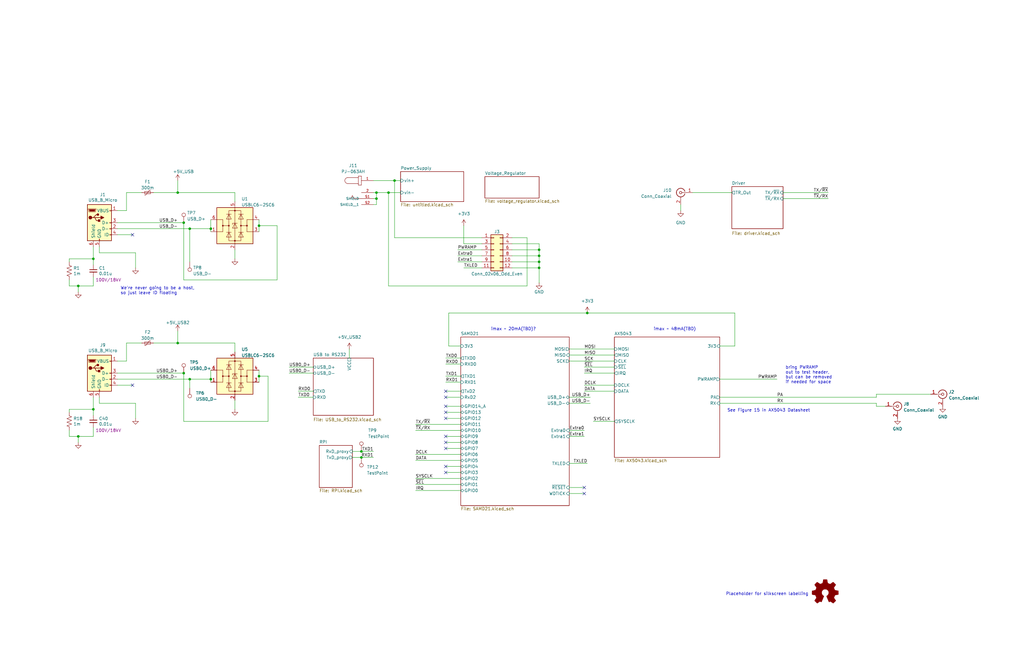
<source format=kicad_sch>
(kicad_sch
	(version 20231120)
	(generator "eeschema")
	(generator_version "8.0")
	(uuid "46cfd089-6873-4d8b-89af-02ff30e49472")
	(paper "B")
	(lib_symbols
		(symbol "+5V_1"
			(power)
			(pin_numbers hide)
			(pin_names
				(offset 0) hide)
			(exclude_from_sim no)
			(in_bom yes)
			(on_board yes)
			(property "Reference" "#PWR"
				(at 0 -3.81 0)
				(effects
					(font
						(size 1.27 1.27)
					)
					(hide yes)
				)
			)
			(property "Value" "+5V"
				(at 0 3.556 0)
				(effects
					(font
						(size 1.27 1.27)
					)
				)
			)
			(property "Footprint" ""
				(at 0 0 0)
				(effects
					(font
						(size 1.27 1.27)
					)
					(hide yes)
				)
			)
			(property "Datasheet" ""
				(at 0 0 0)
				(effects
					(font
						(size 1.27 1.27)
					)
					(hide yes)
				)
			)
			(property "Description" "Power symbol creates a global label with name \"+5V\""
				(at 0 0 0)
				(effects
					(font
						(size 1.27 1.27)
					)
					(hide yes)
				)
			)
			(property "ki_keywords" "global power"
				(at 0 0 0)
				(effects
					(font
						(size 1.27 1.27)
					)
					(hide yes)
				)
			)
			(symbol "+5V_1_0_1"
				(polyline
					(pts
						(xy -0.762 1.27) (xy 0 2.54)
					)
					(stroke
						(width 0)
						(type default)
					)
					(fill
						(type none)
					)
				)
				(polyline
					(pts
						(xy 0 0) (xy 0 2.54)
					)
					(stroke
						(width 0)
						(type default)
					)
					(fill
						(type none)
					)
				)
				(polyline
					(pts
						(xy 0 2.54) (xy 0.762 1.27)
					)
					(stroke
						(width 0)
						(type default)
					)
					(fill
						(type none)
					)
				)
			)
			(symbol "+5V_1_1_1"
				(pin power_in line
					(at 0 0 90)
					(length 0)
					(name "~"
						(effects
							(font
								(size 1.27 1.27)
							)
						)
					)
					(number "1"
						(effects
							(font
								(size 1.27 1.27)
							)
						)
					)
				)
			)
		)
		(symbol "Avionics_Board-rescue:USB_B_Micro-Connector"
			(pin_names
				(offset 1.016)
			)
			(exclude_from_sim no)
			(in_bom yes)
			(on_board yes)
			(property "Reference" "J"
				(at -5.08 11.43 0)
				(effects
					(font
						(size 1.27 1.27)
					)
					(justify left)
				)
			)
			(property "Value" "USB_B_Micro-Connector"
				(at -5.08 8.89 0)
				(effects
					(font
						(size 1.27 1.27)
					)
					(justify left)
				)
			)
			(property "Footprint" ""
				(at 3.81 -1.27 0)
				(effects
					(font
						(size 1.27 1.27)
					)
					(hide yes)
				)
			)
			(property "Datasheet" ""
				(at 3.81 -1.27 0)
				(effects
					(font
						(size 1.27 1.27)
					)
					(hide yes)
				)
			)
			(property "Description" ""
				(at 0 0 0)
				(effects
					(font
						(size 1.27 1.27)
					)
					(hide yes)
				)
			)
			(property "ki_fp_filters" "USB*"
				(at 0 0 0)
				(effects
					(font
						(size 1.27 1.27)
					)
					(hide yes)
				)
			)
			(symbol "USB_B_Micro-Connector_0_1"
				(rectangle
					(start -5.08 -7.62)
					(end 5.08 7.62)
					(stroke
						(width 0.254)
						(type default)
					)
					(fill
						(type background)
					)
				)
				(circle
					(center -3.81 2.159)
					(radius 0.635)
					(stroke
						(width 0.254)
						(type default)
					)
					(fill
						(type outline)
					)
				)
				(circle
					(center -0.635 3.429)
					(radius 0.381)
					(stroke
						(width 0.254)
						(type default)
					)
					(fill
						(type outline)
					)
				)
				(rectangle
					(start -0.127 -7.62)
					(end 0.127 -6.858)
					(stroke
						(width 0)
						(type default)
					)
					(fill
						(type none)
					)
				)
				(polyline
					(pts
						(xy -1.905 2.159) (xy 0.635 2.159)
					)
					(stroke
						(width 0.254)
						(type default)
					)
					(fill
						(type none)
					)
				)
				(polyline
					(pts
						(xy -3.175 2.159) (xy -2.54 2.159) (xy -1.27 3.429) (xy -0.635 3.429)
					)
					(stroke
						(width 0.254)
						(type default)
					)
					(fill
						(type none)
					)
				)
				(polyline
					(pts
						(xy -2.54 2.159) (xy -1.905 2.159) (xy -1.27 0.889) (xy 0 0.889)
					)
					(stroke
						(width 0.254)
						(type default)
					)
					(fill
						(type none)
					)
				)
				(polyline
					(pts
						(xy 0.635 2.794) (xy 0.635 1.524) (xy 1.905 2.159) (xy 0.635 2.794)
					)
					(stroke
						(width 0.254)
						(type default)
					)
					(fill
						(type outline)
					)
				)
				(polyline
					(pts
						(xy -4.318 5.588) (xy -1.778 5.588) (xy -2.032 4.826) (xy -4.064 4.826) (xy -4.318 5.588)
					)
					(stroke
						(width 0)
						(type default)
					)
					(fill
						(type outline)
					)
				)
				(polyline
					(pts
						(xy -4.699 5.842) (xy -4.699 5.588) (xy -4.445 4.826) (xy -4.445 4.572) (xy -1.651 4.572) (xy -1.651 4.826)
						(xy -1.397 5.588) (xy -1.397 5.842) (xy -4.699 5.842)
					)
					(stroke
						(width 0)
						(type default)
					)
					(fill
						(type none)
					)
				)
				(rectangle
					(start 0.254 1.27)
					(end -0.508 0.508)
					(stroke
						(width 0.254)
						(type default)
					)
					(fill
						(type outline)
					)
				)
				(rectangle
					(start 5.08 -5.207)
					(end 4.318 -4.953)
					(stroke
						(width 0)
						(type default)
					)
					(fill
						(type none)
					)
				)
				(rectangle
					(start 5.08 -2.667)
					(end 4.318 -2.413)
					(stroke
						(width 0)
						(type default)
					)
					(fill
						(type none)
					)
				)
				(rectangle
					(start 5.08 -0.127)
					(end 4.318 0.127)
					(stroke
						(width 0)
						(type default)
					)
					(fill
						(type none)
					)
				)
				(rectangle
					(start 5.08 4.953)
					(end 4.318 5.207)
					(stroke
						(width 0)
						(type default)
					)
					(fill
						(type none)
					)
				)
			)
			(symbol "USB_B_Micro-Connector_1_1"
				(pin power_out line
					(at 7.62 5.08 180)
					(length 2.54)
					(name "VBUS"
						(effects
							(font
								(size 1.27 1.27)
							)
						)
					)
					(number "1"
						(effects
							(font
								(size 1.27 1.27)
							)
						)
					)
				)
				(pin passive line
					(at 7.62 -2.54 180)
					(length 2.54)
					(name "D-"
						(effects
							(font
								(size 1.27 1.27)
							)
						)
					)
					(number "2"
						(effects
							(font
								(size 1.27 1.27)
							)
						)
					)
				)
				(pin passive line
					(at 7.62 0 180)
					(length 2.54)
					(name "D+"
						(effects
							(font
								(size 1.27 1.27)
							)
						)
					)
					(number "3"
						(effects
							(font
								(size 1.27 1.27)
							)
						)
					)
				)
				(pin passive line
					(at 7.62 -5.08 180)
					(length 2.54)
					(name "ID"
						(effects
							(font
								(size 1.27 1.27)
							)
						)
					)
					(number "4"
						(effects
							(font
								(size 1.27 1.27)
							)
						)
					)
				)
				(pin power_out line
					(at 0 -10.16 90)
					(length 2.54)
					(name "GND"
						(effects
							(font
								(size 1.27 1.27)
							)
						)
					)
					(number "5"
						(effects
							(font
								(size 1.27 1.27)
							)
						)
					)
				)
				(pin passive line
					(at -2.54 -10.16 90)
					(length 2.54)
					(name "Shield"
						(effects
							(font
								(size 1.27 1.27)
							)
						)
					)
					(number "6"
						(effects
							(font
								(size 1.27 1.27)
							)
						)
					)
				)
			)
		)
		(symbol "Conn_Coaxial_1"
			(pin_names
				(offset 1.016) hide)
			(exclude_from_sim no)
			(in_bom yes)
			(on_board yes)
			(property "Reference" "J"
				(at 0.254 3.048 0)
				(effects
					(font
						(size 1.27 1.27)
					)
				)
			)
			(property "Value" "Conn_Coaxial"
				(at 2.921 0 90)
				(effects
					(font
						(size 1.27 1.27)
					)
				)
			)
			(property "Footprint" ""
				(at 0 0 0)
				(effects
					(font
						(size 1.27 1.27)
					)
					(hide yes)
				)
			)
			(property "Datasheet" " ~"
				(at 0 0 0)
				(effects
					(font
						(size 1.27 1.27)
					)
					(hide yes)
				)
			)
			(property "Description" "coaxial connector (BNC, SMA, SMB, SMC, Cinch/RCA, LEMO, ...)"
				(at 0 0 0)
				(effects
					(font
						(size 1.27 1.27)
					)
					(hide yes)
				)
			)
			(property "ki_keywords" "BNC SMA SMB SMC LEMO coaxial connector CINCH RCA MCX MMCX U.FL UMRF"
				(at 0 0 0)
				(effects
					(font
						(size 1.27 1.27)
					)
					(hide yes)
				)
			)
			(property "ki_fp_filters" "*BNC* *SMA* *SMB* *SMC* *Cinch* *LEMO* *UMRF* *MCX* *U.FL*"
				(at 0 0 0)
				(effects
					(font
						(size 1.27 1.27)
					)
					(hide yes)
				)
			)
			(symbol "Conn_Coaxial_1_0_1"
				(arc
					(start -1.778 -0.508)
					(mid 0.2311 -1.8066)
					(end 1.778 0)
					(stroke
						(width 0.254)
						(type default)
					)
					(fill
						(type none)
					)
				)
				(polyline
					(pts
						(xy -2.54 0) (xy -0.508 0)
					)
					(stroke
						(width 0)
						(type default)
					)
					(fill
						(type none)
					)
				)
				(polyline
					(pts
						(xy 0 -2.54) (xy 0 -1.778)
					)
					(stroke
						(width 0)
						(type default)
					)
					(fill
						(type none)
					)
				)
				(circle
					(center 0 0)
					(radius 0.508)
					(stroke
						(width 0.2032)
						(type default)
					)
					(fill
						(type none)
					)
				)
				(arc
					(start 1.778 0)
					(mid 0.2099 1.8101)
					(end -1.778 0.508)
					(stroke
						(width 0.254)
						(type default)
					)
					(fill
						(type none)
					)
				)
			)
			(symbol "Conn_Coaxial_1_1_1"
				(pin passive line
					(at -5.08 0 0)
					(length 2.54)
					(name "In"
						(effects
							(font
								(size 1.27 1.27)
							)
						)
					)
					(number "1"
						(effects
							(font
								(size 1.27 1.27)
							)
						)
					)
				)
				(pin passive line
					(at 0 -5.08 90)
					(length 2.54)
					(name "Ext"
						(effects
							(font
								(size 1.27 1.27)
							)
						)
					)
					(number "2"
						(effects
							(font
								(size 1.27 1.27)
							)
						)
					)
				)
			)
		)
		(symbol "Connector:Conn_Coaxial"
			(pin_names
				(offset 1.016) hide)
			(exclude_from_sim no)
			(in_bom yes)
			(on_board yes)
			(property "Reference" "J"
				(at 0.254 3.048 0)
				(effects
					(font
						(size 1.27 1.27)
					)
				)
			)
			(property "Value" "Conn_Coaxial"
				(at 2.921 0 90)
				(effects
					(font
						(size 1.27 1.27)
					)
				)
			)
			(property "Footprint" ""
				(at 0 0 0)
				(effects
					(font
						(size 1.27 1.27)
					)
					(hide yes)
				)
			)
			(property "Datasheet" " ~"
				(at 0 0 0)
				(effects
					(font
						(size 1.27 1.27)
					)
					(hide yes)
				)
			)
			(property "Description" "coaxial connector (BNC, SMA, SMB, SMC, Cinch/RCA, LEMO, ...)"
				(at 0 0 0)
				(effects
					(font
						(size 1.27 1.27)
					)
					(hide yes)
				)
			)
			(property "ki_keywords" "BNC SMA SMB SMC LEMO coaxial connector CINCH RCA"
				(at 0 0 0)
				(effects
					(font
						(size 1.27 1.27)
					)
					(hide yes)
				)
			)
			(property "ki_fp_filters" "*BNC* *SMA* *SMB* *SMC* *Cinch* *LEMO*"
				(at 0 0 0)
				(effects
					(font
						(size 1.27 1.27)
					)
					(hide yes)
				)
			)
			(symbol "Conn_Coaxial_0_1"
				(arc
					(start -1.778 -0.508)
					(mid 0.2311 -1.8066)
					(end 1.778 0)
					(stroke
						(width 0.254)
						(type default)
					)
					(fill
						(type none)
					)
				)
				(polyline
					(pts
						(xy -2.54 0) (xy -0.508 0)
					)
					(stroke
						(width 0)
						(type default)
					)
					(fill
						(type none)
					)
				)
				(polyline
					(pts
						(xy 0 -2.54) (xy 0 -1.778)
					)
					(stroke
						(width 0)
						(type default)
					)
					(fill
						(type none)
					)
				)
				(circle
					(center 0 0)
					(radius 0.508)
					(stroke
						(width 0.2032)
						(type default)
					)
					(fill
						(type none)
					)
				)
				(arc
					(start 1.778 0)
					(mid 0.2099 1.8101)
					(end -1.778 0.508)
					(stroke
						(width 0.254)
						(type default)
					)
					(fill
						(type none)
					)
				)
			)
			(symbol "Conn_Coaxial_1_1"
				(pin passive line
					(at -5.08 0 0)
					(length 2.54)
					(name "In"
						(effects
							(font
								(size 1.27 1.27)
							)
						)
					)
					(number "1"
						(effects
							(font
								(size 1.27 1.27)
							)
						)
					)
				)
				(pin passive line
					(at 0 -5.08 90)
					(length 2.54)
					(name "Ext"
						(effects
							(font
								(size 1.27 1.27)
							)
						)
					)
					(number "2"
						(effects
							(font
								(size 1.27 1.27)
							)
						)
					)
				)
			)
		)
		(symbol "Connector:TestPoint"
			(pin_numbers hide)
			(pin_names
				(offset 0.762) hide)
			(exclude_from_sim no)
			(in_bom yes)
			(on_board yes)
			(property "Reference" "TP"
				(at 0 6.858 0)
				(effects
					(font
						(size 1.27 1.27)
					)
				)
			)
			(property "Value" "TestPoint"
				(at 0 5.08 0)
				(effects
					(font
						(size 1.27 1.27)
					)
				)
			)
			(property "Footprint" ""
				(at 5.08 0 0)
				(effects
					(font
						(size 1.27 1.27)
					)
					(hide yes)
				)
			)
			(property "Datasheet" "~"
				(at 5.08 0 0)
				(effects
					(font
						(size 1.27 1.27)
					)
					(hide yes)
				)
			)
			(property "Description" "test point"
				(at 0 0 0)
				(effects
					(font
						(size 1.27 1.27)
					)
					(hide yes)
				)
			)
			(property "ki_keywords" "test point tp"
				(at 0 0 0)
				(effects
					(font
						(size 1.27 1.27)
					)
					(hide yes)
				)
			)
			(property "ki_fp_filters" "Pin* Test*"
				(at 0 0 0)
				(effects
					(font
						(size 1.27 1.27)
					)
					(hide yes)
				)
			)
			(symbol "TestPoint_0_1"
				(circle
					(center 0 3.302)
					(radius 0.762)
					(stroke
						(width 0)
						(type default)
					)
					(fill
						(type none)
					)
				)
			)
			(symbol "TestPoint_1_1"
				(pin passive line
					(at 0 0 90)
					(length 2.54)
					(name "1"
						(effects
							(font
								(size 1.27 1.27)
							)
						)
					)
					(number "1"
						(effects
							(font
								(size 1.27 1.27)
							)
						)
					)
				)
			)
		)
		(symbol "Connector_Generic:Conn_02x06_Odd_Even"
			(pin_names
				(offset 1.016) hide)
			(exclude_from_sim no)
			(in_bom yes)
			(on_board yes)
			(property "Reference" "J"
				(at 1.27 7.62 0)
				(effects
					(font
						(size 1.27 1.27)
					)
				)
			)
			(property "Value" "Conn_02x06_Odd_Even"
				(at 1.27 -10.16 0)
				(effects
					(font
						(size 1.27 1.27)
					)
				)
			)
			(property "Footprint" ""
				(at 0 0 0)
				(effects
					(font
						(size 1.27 1.27)
					)
					(hide yes)
				)
			)
			(property "Datasheet" "~"
				(at 0 0 0)
				(effects
					(font
						(size 1.27 1.27)
					)
					(hide yes)
				)
			)
			(property "Description" "Generic connector, double row, 02x06, odd/even pin numbering scheme (row 1 odd numbers, row 2 even numbers), script generated (kicad-library-utils/schlib/autogen/connector/)"
				(at 0 0 0)
				(effects
					(font
						(size 1.27 1.27)
					)
					(hide yes)
				)
			)
			(property "ki_keywords" "connector"
				(at 0 0 0)
				(effects
					(font
						(size 1.27 1.27)
					)
					(hide yes)
				)
			)
			(property "ki_fp_filters" "Connector*:*_2x??_*"
				(at 0 0 0)
				(effects
					(font
						(size 1.27 1.27)
					)
					(hide yes)
				)
			)
			(symbol "Conn_02x06_Odd_Even_1_1"
				(rectangle
					(start -1.27 -7.493)
					(end 0 -7.747)
					(stroke
						(width 0.1524)
						(type default)
					)
					(fill
						(type none)
					)
				)
				(rectangle
					(start -1.27 -4.953)
					(end 0 -5.207)
					(stroke
						(width 0.1524)
						(type default)
					)
					(fill
						(type none)
					)
				)
				(rectangle
					(start -1.27 -2.413)
					(end 0 -2.667)
					(stroke
						(width 0.1524)
						(type default)
					)
					(fill
						(type none)
					)
				)
				(rectangle
					(start -1.27 0.127)
					(end 0 -0.127)
					(stroke
						(width 0.1524)
						(type default)
					)
					(fill
						(type none)
					)
				)
				(rectangle
					(start -1.27 2.667)
					(end 0 2.413)
					(stroke
						(width 0.1524)
						(type default)
					)
					(fill
						(type none)
					)
				)
				(rectangle
					(start -1.27 5.207)
					(end 0 4.953)
					(stroke
						(width 0.1524)
						(type default)
					)
					(fill
						(type none)
					)
				)
				(rectangle
					(start -1.27 6.35)
					(end 3.81 -8.89)
					(stroke
						(width 0.254)
						(type default)
					)
					(fill
						(type background)
					)
				)
				(rectangle
					(start 3.81 -7.493)
					(end 2.54 -7.747)
					(stroke
						(width 0.1524)
						(type default)
					)
					(fill
						(type none)
					)
				)
				(rectangle
					(start 3.81 -4.953)
					(end 2.54 -5.207)
					(stroke
						(width 0.1524)
						(type default)
					)
					(fill
						(type none)
					)
				)
				(rectangle
					(start 3.81 -2.413)
					(end 2.54 -2.667)
					(stroke
						(width 0.1524)
						(type default)
					)
					(fill
						(type none)
					)
				)
				(rectangle
					(start 3.81 0.127)
					(end 2.54 -0.127)
					(stroke
						(width 0.1524)
						(type default)
					)
					(fill
						(type none)
					)
				)
				(rectangle
					(start 3.81 2.667)
					(end 2.54 2.413)
					(stroke
						(width 0.1524)
						(type default)
					)
					(fill
						(type none)
					)
				)
				(rectangle
					(start 3.81 5.207)
					(end 2.54 4.953)
					(stroke
						(width 0.1524)
						(type default)
					)
					(fill
						(type none)
					)
				)
				(pin passive line
					(at -5.08 5.08 0)
					(length 3.81)
					(name "Pin_1"
						(effects
							(font
								(size 1.27 1.27)
							)
						)
					)
					(number "1"
						(effects
							(font
								(size 1.27 1.27)
							)
						)
					)
				)
				(pin passive line
					(at 7.62 -5.08 180)
					(length 3.81)
					(name "Pin_10"
						(effects
							(font
								(size 1.27 1.27)
							)
						)
					)
					(number "10"
						(effects
							(font
								(size 1.27 1.27)
							)
						)
					)
				)
				(pin passive line
					(at -5.08 -7.62 0)
					(length 3.81)
					(name "Pin_11"
						(effects
							(font
								(size 1.27 1.27)
							)
						)
					)
					(number "11"
						(effects
							(font
								(size 1.27 1.27)
							)
						)
					)
				)
				(pin passive line
					(at 7.62 -7.62 180)
					(length 3.81)
					(name "Pin_12"
						(effects
							(font
								(size 1.27 1.27)
							)
						)
					)
					(number "12"
						(effects
							(font
								(size 1.27 1.27)
							)
						)
					)
				)
				(pin passive line
					(at 7.62 5.08 180)
					(length 3.81)
					(name "Pin_2"
						(effects
							(font
								(size 1.27 1.27)
							)
						)
					)
					(number "2"
						(effects
							(font
								(size 1.27 1.27)
							)
						)
					)
				)
				(pin passive line
					(at -5.08 2.54 0)
					(length 3.81)
					(name "Pin_3"
						(effects
							(font
								(size 1.27 1.27)
							)
						)
					)
					(number "3"
						(effects
							(font
								(size 1.27 1.27)
							)
						)
					)
				)
				(pin passive line
					(at 7.62 2.54 180)
					(length 3.81)
					(name "Pin_4"
						(effects
							(font
								(size 1.27 1.27)
							)
						)
					)
					(number "4"
						(effects
							(font
								(size 1.27 1.27)
							)
						)
					)
				)
				(pin passive line
					(at -5.08 0 0)
					(length 3.81)
					(name "Pin_5"
						(effects
							(font
								(size 1.27 1.27)
							)
						)
					)
					(number "5"
						(effects
							(font
								(size 1.27 1.27)
							)
						)
					)
				)
				(pin passive line
					(at 7.62 0 180)
					(length 3.81)
					(name "Pin_6"
						(effects
							(font
								(size 1.27 1.27)
							)
						)
					)
					(number "6"
						(effects
							(font
								(size 1.27 1.27)
							)
						)
					)
				)
				(pin passive line
					(at -5.08 -2.54 0)
					(length 3.81)
					(name "Pin_7"
						(effects
							(font
								(size 1.27 1.27)
							)
						)
					)
					(number "7"
						(effects
							(font
								(size 1.27 1.27)
							)
						)
					)
				)
				(pin passive line
					(at 7.62 -2.54 180)
					(length 3.81)
					(name "Pin_8"
						(effects
							(font
								(size 1.27 1.27)
							)
						)
					)
					(number "8"
						(effects
							(font
								(size 1.27 1.27)
							)
						)
					)
				)
				(pin passive line
					(at -5.08 -5.08 0)
					(length 3.81)
					(name "Pin_9"
						(effects
							(font
								(size 1.27 1.27)
							)
						)
					)
					(number "9"
						(effects
							(font
								(size 1.27 1.27)
							)
						)
					)
				)
			)
		)
		(symbol "Device:C_Small"
			(pin_numbers hide)
			(pin_names
				(offset 0.254) hide)
			(exclude_from_sim no)
			(in_bom yes)
			(on_board yes)
			(property "Reference" "C"
				(at 0.254 1.778 0)
				(effects
					(font
						(size 1.27 1.27)
					)
					(justify left)
				)
			)
			(property "Value" "C_Small"
				(at 0.254 -2.032 0)
				(effects
					(font
						(size 1.27 1.27)
					)
					(justify left)
				)
			)
			(property "Footprint" ""
				(at 0 0 0)
				(effects
					(font
						(size 1.27 1.27)
					)
					(hide yes)
				)
			)
			(property "Datasheet" "~"
				(at 0 0 0)
				(effects
					(font
						(size 1.27 1.27)
					)
					(hide yes)
				)
			)
			(property "Description" "Unpolarized capacitor, small symbol"
				(at 0 0 0)
				(effects
					(font
						(size 1.27 1.27)
					)
					(hide yes)
				)
			)
			(property "ki_keywords" "capacitor cap"
				(at 0 0 0)
				(effects
					(font
						(size 1.27 1.27)
					)
					(hide yes)
				)
			)
			(property "ki_fp_filters" "C_*"
				(at 0 0 0)
				(effects
					(font
						(size 1.27 1.27)
					)
					(hide yes)
				)
			)
			(symbol "C_Small_0_1"
				(polyline
					(pts
						(xy -1.524 -0.508) (xy 1.524 -0.508)
					)
					(stroke
						(width 0.3302)
						(type default)
					)
					(fill
						(type none)
					)
				)
				(polyline
					(pts
						(xy -1.524 0.508) (xy 1.524 0.508)
					)
					(stroke
						(width 0.3048)
						(type default)
					)
					(fill
						(type none)
					)
				)
			)
			(symbol "C_Small_1_1"
				(pin passive line
					(at 0 2.54 270)
					(length 2.032)
					(name "~"
						(effects
							(font
								(size 1.27 1.27)
							)
						)
					)
					(number "1"
						(effects
							(font
								(size 1.27 1.27)
							)
						)
					)
				)
				(pin passive line
					(at 0 -2.54 90)
					(length 2.032)
					(name "~"
						(effects
							(font
								(size 1.27 1.27)
							)
						)
					)
					(number "2"
						(effects
							(font
								(size 1.27 1.27)
							)
						)
					)
				)
			)
		)
		(symbol "Device:Polyfuse_Small"
			(pin_numbers hide)
			(pin_names
				(offset 0)
			)
			(exclude_from_sim no)
			(in_bom yes)
			(on_board yes)
			(property "Reference" "F"
				(at -1.905 0 90)
				(effects
					(font
						(size 1.27 1.27)
					)
				)
			)
			(property "Value" "Polyfuse_Small"
				(at 1.905 0 90)
				(effects
					(font
						(size 1.27 1.27)
					)
				)
			)
			(property "Footprint" ""
				(at 1.27 -5.08 0)
				(effects
					(font
						(size 1.27 1.27)
					)
					(justify left)
					(hide yes)
				)
			)
			(property "Datasheet" "~"
				(at 0 0 0)
				(effects
					(font
						(size 1.27 1.27)
					)
					(hide yes)
				)
			)
			(property "Description" "Resettable fuse, polymeric positive temperature coefficient, small symbol"
				(at 0 0 0)
				(effects
					(font
						(size 1.27 1.27)
					)
					(hide yes)
				)
			)
			(property "ki_keywords" "resettable fuse PTC PPTC polyfuse polyswitch"
				(at 0 0 0)
				(effects
					(font
						(size 1.27 1.27)
					)
					(hide yes)
				)
			)
			(property "ki_fp_filters" "*polyfuse* *PTC*"
				(at 0 0 0)
				(effects
					(font
						(size 1.27 1.27)
					)
					(hide yes)
				)
			)
			(symbol "Polyfuse_Small_0_1"
				(rectangle
					(start -0.508 1.27)
					(end 0.508 -1.27)
					(stroke
						(width 0)
						(type default)
					)
					(fill
						(type none)
					)
				)
				(polyline
					(pts
						(xy 0 2.54) (xy 0 -2.54)
					)
					(stroke
						(width 0)
						(type default)
					)
					(fill
						(type none)
					)
				)
				(polyline
					(pts
						(xy -1.016 1.27) (xy -1.016 0.762) (xy 1.016 -0.762) (xy 1.016 -1.27)
					)
					(stroke
						(width 0)
						(type default)
					)
					(fill
						(type none)
					)
				)
			)
			(symbol "Polyfuse_Small_1_1"
				(pin passive line
					(at 0 2.54 270)
					(length 0.635)
					(name "~"
						(effects
							(font
								(size 1.27 1.27)
							)
						)
					)
					(number "1"
						(effects
							(font
								(size 1.27 1.27)
							)
						)
					)
				)
				(pin passive line
					(at 0 -2.54 90)
					(length 0.635)
					(name "~"
						(effects
							(font
								(size 1.27 1.27)
							)
						)
					)
					(number "2"
						(effects
							(font
								(size 1.27 1.27)
							)
						)
					)
				)
			)
		)
		(symbol "Device:R_US"
			(pin_numbers hide)
			(pin_names
				(offset 0)
			)
			(exclude_from_sim no)
			(in_bom yes)
			(on_board yes)
			(property "Reference" "R"
				(at 2.54 0 90)
				(effects
					(font
						(size 1.27 1.27)
					)
				)
			)
			(property "Value" "R_US"
				(at -2.54 0 90)
				(effects
					(font
						(size 1.27 1.27)
					)
				)
			)
			(property "Footprint" ""
				(at 1.016 -0.254 90)
				(effects
					(font
						(size 1.27 1.27)
					)
					(hide yes)
				)
			)
			(property "Datasheet" "~"
				(at 0 0 0)
				(effects
					(font
						(size 1.27 1.27)
					)
					(hide yes)
				)
			)
			(property "Description" "Resistor, US symbol"
				(at 0 0 0)
				(effects
					(font
						(size 1.27 1.27)
					)
					(hide yes)
				)
			)
			(property "ki_keywords" "R res resistor"
				(at 0 0 0)
				(effects
					(font
						(size 1.27 1.27)
					)
					(hide yes)
				)
			)
			(property "ki_fp_filters" "R_*"
				(at 0 0 0)
				(effects
					(font
						(size 1.27 1.27)
					)
					(hide yes)
				)
			)
			(symbol "R_US_0_1"
				(polyline
					(pts
						(xy 0 -2.286) (xy 0 -2.54)
					)
					(stroke
						(width 0)
						(type default)
					)
					(fill
						(type none)
					)
				)
				(polyline
					(pts
						(xy 0 2.286) (xy 0 2.54)
					)
					(stroke
						(width 0)
						(type default)
					)
					(fill
						(type none)
					)
				)
				(polyline
					(pts
						(xy 0 -0.762) (xy 1.016 -1.143) (xy 0 -1.524) (xy -1.016 -1.905) (xy 0 -2.286)
					)
					(stroke
						(width 0)
						(type default)
					)
					(fill
						(type none)
					)
				)
				(polyline
					(pts
						(xy 0 0.762) (xy 1.016 0.381) (xy 0 0) (xy -1.016 -0.381) (xy 0 -0.762)
					)
					(stroke
						(width 0)
						(type default)
					)
					(fill
						(type none)
					)
				)
				(polyline
					(pts
						(xy 0 2.286) (xy 1.016 1.905) (xy 0 1.524) (xy -1.016 1.143) (xy 0 0.762)
					)
					(stroke
						(width 0)
						(type default)
					)
					(fill
						(type none)
					)
				)
			)
			(symbol "R_US_1_1"
				(pin passive line
					(at 0 3.81 270)
					(length 1.27)
					(name "~"
						(effects
							(font
								(size 1.27 1.27)
							)
						)
					)
					(number "1"
						(effects
							(font
								(size 1.27 1.27)
							)
						)
					)
				)
				(pin passive line
					(at 0 -3.81 90)
					(length 1.27)
					(name "~"
						(effects
							(font
								(size 1.27 1.27)
							)
						)
					)
					(number "2"
						(effects
							(font
								(size 1.27 1.27)
							)
						)
					)
				)
			)
		)
		(symbol "GND_1"
			(power)
			(pin_numbers hide)
			(pin_names
				(offset 0) hide)
			(exclude_from_sim no)
			(in_bom yes)
			(on_board yes)
			(property "Reference" "#PWR"
				(at 0 -6.35 0)
				(effects
					(font
						(size 1.27 1.27)
					)
					(hide yes)
				)
			)
			(property "Value" "GND"
				(at 0 -3.81 0)
				(effects
					(font
						(size 1.27 1.27)
					)
				)
			)
			(property "Footprint" ""
				(at 0 0 0)
				(effects
					(font
						(size 1.27 1.27)
					)
					(hide yes)
				)
			)
			(property "Datasheet" ""
				(at 0 0 0)
				(effects
					(font
						(size 1.27 1.27)
					)
					(hide yes)
				)
			)
			(property "Description" "Power symbol creates a global label with name \"GND\" , ground"
				(at 0 0 0)
				(effects
					(font
						(size 1.27 1.27)
					)
					(hide yes)
				)
			)
			(property "ki_keywords" "global power"
				(at 0 0 0)
				(effects
					(font
						(size 1.27 1.27)
					)
					(hide yes)
				)
			)
			(symbol "GND_1_0_1"
				(polyline
					(pts
						(xy 0 0) (xy 0 -1.27) (xy 1.27 -1.27) (xy 0 -2.54) (xy -1.27 -1.27) (xy 0 -1.27)
					)
					(stroke
						(width 0)
						(type default)
					)
					(fill
						(type none)
					)
				)
			)
			(symbol "GND_1_1_1"
				(pin power_in line
					(at 0 0 270)
					(length 0)
					(name "~"
						(effects
							(font
								(size 1.27 1.27)
							)
						)
					)
					(number "1"
						(effects
							(font
								(size 1.27 1.27)
							)
						)
					)
				)
			)
		)
		(symbol "GND_2"
			(power)
			(pin_numbers hide)
			(pin_names
				(offset 0) hide)
			(exclude_from_sim no)
			(in_bom yes)
			(on_board yes)
			(property "Reference" "#PWR"
				(at 0 -6.35 0)
				(effects
					(font
						(size 1.27 1.27)
					)
					(hide yes)
				)
			)
			(property "Value" "GND"
				(at 0 -3.81 0)
				(effects
					(font
						(size 1.27 1.27)
					)
				)
			)
			(property "Footprint" ""
				(at 0 0 0)
				(effects
					(font
						(size 1.27 1.27)
					)
					(hide yes)
				)
			)
			(property "Datasheet" ""
				(at 0 0 0)
				(effects
					(font
						(size 1.27 1.27)
					)
					(hide yes)
				)
			)
			(property "Description" "Power symbol creates a global label with name \"GND\" , ground"
				(at 0 0 0)
				(effects
					(font
						(size 1.27 1.27)
					)
					(hide yes)
				)
			)
			(property "ki_keywords" "global power"
				(at 0 0 0)
				(effects
					(font
						(size 1.27 1.27)
					)
					(hide yes)
				)
			)
			(symbol "GND_2_0_1"
				(polyline
					(pts
						(xy 0 0) (xy 0 -1.27) (xy 1.27 -1.27) (xy 0 -2.54) (xy -1.27 -1.27) (xy 0 -1.27)
					)
					(stroke
						(width 0)
						(type default)
					)
					(fill
						(type none)
					)
				)
			)
			(symbol "GND_2_1_1"
				(pin power_in line
					(at 0 0 270)
					(length 0)
					(name "~"
						(effects
							(font
								(size 1.27 1.27)
							)
						)
					)
					(number "1"
						(effects
							(font
								(size 1.27 1.27)
							)
						)
					)
				)
			)
		)
		(symbol "Graphic:Logo_Open_Hardware_Small"
			(pin_names
				(offset 1.016)
			)
			(exclude_from_sim no)
			(in_bom yes)
			(on_board yes)
			(property "Reference" "#LOGO"
				(at 0 6.985 0)
				(effects
					(font
						(size 1.27 1.27)
					)
					(hide yes)
				)
			)
			(property "Value" "Logo_Open_Hardware_Small"
				(at 0 -5.715 0)
				(effects
					(font
						(size 1.27 1.27)
					)
					(hide yes)
				)
			)
			(property "Footprint" ""
				(at 0 0 0)
				(effects
					(font
						(size 1.27 1.27)
					)
					(hide yes)
				)
			)
			(property "Datasheet" "~"
				(at 0 0 0)
				(effects
					(font
						(size 1.27 1.27)
					)
					(hide yes)
				)
			)
			(property "Description" "Open Hardware logo, small"
				(at 0 0 0)
				(effects
					(font
						(size 1.27 1.27)
					)
					(hide yes)
				)
			)
			(property "ki_keywords" "Logo"
				(at 0 0 0)
				(effects
					(font
						(size 1.27 1.27)
					)
					(hide yes)
				)
			)
			(symbol "Logo_Open_Hardware_Small_0_1"
				(polyline
					(pts
						(xy 3.3528 -4.3434) (xy 3.302 -4.318) (xy 3.175 -4.2418) (xy 2.9972 -4.1148) (xy 2.7686 -3.9624)
						(xy 2.54 -3.81) (xy 2.3622 -3.7084) (xy 2.2352 -3.6068) (xy 2.1844 -3.5814) (xy 2.159 -3.6068)
						(xy 2.0574 -3.6576) (xy 1.905 -3.7338) (xy 1.8034 -3.7846) (xy 1.6764 -3.8354) (xy 1.6002 -3.8354)
						(xy 1.6002 -3.8354) (xy 1.5494 -3.7338) (xy 1.4732 -3.5306) (xy 1.3462 -3.302) (xy 1.2446 -3.0226)
						(xy 1.1176 -2.7178) (xy 0.9652 -2.413) (xy 0.8636 -2.1082) (xy 0.7366 -1.8288) (xy 0.6604 -1.6256)
						(xy 0.6096 -1.4732) (xy 0.5842 -1.397) (xy 0.5842 -1.397) (xy 0.6604 -1.3208) (xy 0.7874 -1.2446)
						(xy 1.0414 -1.016) (xy 1.2954 -0.6858) (xy 1.4478 -0.3302) (xy 1.524 0.0762) (xy 1.4732 0.4572)
						(xy 1.3208 0.8128) (xy 1.0668 1.143) (xy 0.762 1.3716) (xy 0.4064 1.524) (xy 0 1.5748) (xy -0.381 1.5494)
						(xy -0.7366 1.397) (xy -1.0668 1.143) (xy -1.2192 0.9906) (xy -1.397 0.6604) (xy -1.524 0.3048)
						(xy -1.524 0.2286) (xy -1.4986 -0.1778) (xy -1.397 -0.5334) (xy -1.1938 -0.8636) (xy -0.9144 -1.143)
						(xy -0.8636 -1.1684) (xy -0.7366 -1.27) (xy -0.635 -1.3462) (xy -0.5842 -1.397) (xy -1.0668 -2.5908)
						(xy -1.143 -2.794) (xy -1.2954 -3.1242) (xy -1.397 -3.4036) (xy -1.4986 -3.6322) (xy -1.5748 -3.7846)
						(xy -1.6002 -3.8354) (xy -1.6002 -3.8354) (xy -1.651 -3.8354) (xy -1.7272 -3.81) (xy -1.905 -3.7338)
						(xy -2.0066 -3.683) (xy -2.1336 -3.6068) (xy -2.2098 -3.5814) (xy -2.2606 -3.6068) (xy -2.3622 -3.683)
						(xy -2.54 -3.81) (xy -2.7686 -3.9624) (xy -2.9718 -4.0894) (xy -3.1496 -4.2164) (xy -3.302 -4.318)
						(xy -3.3528 -4.3434) (xy -3.3782 -4.3434) (xy -3.429 -4.318) (xy -3.5306 -4.2164) (xy -3.7084 -4.064)
						(xy -3.937 -3.8354) (xy -3.9624 -3.81) (xy -4.1656 -3.6068) (xy -4.318 -3.4544) (xy -4.4196 -3.3274)
						(xy -4.445 -3.2766) (xy -4.445 -3.2766) (xy -4.4196 -3.2258) (xy -4.318 -3.0734) (xy -4.2164 -2.8956)
						(xy -4.064 -2.667) (xy -3.6576 -2.0828) (xy -3.8862 -1.5494) (xy -3.937 -1.3716) (xy -4.0386 -1.1684)
						(xy -4.0894 -1.0414) (xy -4.1148 -0.9652) (xy -4.191 -0.9398) (xy -4.318 -0.9144) (xy -4.5466 -0.8636)
						(xy -4.8006 -0.8128) (xy -5.0546 -0.7874) (xy -5.2578 -0.7366) (xy -5.4356 -0.7112) (xy -5.5118 -0.6858)
						(xy -5.5118 -0.6858) (xy -5.5372 -0.635) (xy -5.5372 -0.5588) (xy -5.5372 -0.4318) (xy -5.5626 -0.2286)
						(xy -5.5626 0.0762) (xy -5.5626 0.127) (xy -5.5372 0.4064) (xy -5.5372 0.635) (xy -5.5372 0.762)
						(xy -5.5372 0.8382) (xy -5.5372 0.8382) (xy -5.461 0.8382) (xy -5.3086 0.889) (xy -5.08 0.9144)
						(xy -4.826 0.9652) (xy -4.8006 0.9906) (xy -4.5466 1.0414) (xy -4.318 1.0668) (xy -4.1656 1.1176)
						(xy -4.0894 1.143) (xy -4.0894 1.143) (xy -4.0386 1.2446) (xy -3.9624 1.4224) (xy -3.8608 1.6256)
						(xy -3.7846 1.8288) (xy -3.7084 2.0066) (xy -3.6576 2.159) (xy -3.6322 2.2098) (xy -3.6322 2.2098)
						(xy -3.683 2.286) (xy -3.7592 2.413) (xy -3.8862 2.5908) (xy -4.064 2.8194) (xy -4.064 2.8448)
						(xy -4.2164 3.0734) (xy -4.3434 3.2512) (xy -4.4196 3.3782) (xy -4.445 3.4544) (xy -4.445 3.4544)
						(xy -4.3942 3.5052) (xy -4.2926 3.6322) (xy -4.1148 3.81) (xy -3.937 4.0132) (xy -3.8608 4.064)
						(xy -3.6576 4.2926) (xy -3.5052 4.4196) (xy -3.4036 4.4958) (xy -3.3528 4.5212) (xy -3.3528 4.5212)
						(xy -3.302 4.4704) (xy -3.1496 4.3688) (xy -2.9718 4.2418) (xy -2.7432 4.0894) (xy -2.7178 4.0894)
						(xy -2.4892 3.937) (xy -2.3114 3.81) (xy -2.1844 3.7084) (xy -2.1336 3.683) (xy -2.1082 3.683)
						(xy -2.032 3.7084) (xy -1.8542 3.7592) (xy -1.6764 3.8354) (xy -1.4732 3.937) (xy -1.27 4.0132)
						(xy -1.143 4.064) (xy -1.0668 4.1148) (xy -1.0668 4.1148) (xy -1.0414 4.191) (xy -1.016 4.3434)
						(xy -0.9652 4.572) (xy -0.9144 4.8514) (xy -0.889 4.9022) (xy -0.8382 5.1562) (xy -0.8128 5.3848)
						(xy -0.7874 5.5372) (xy -0.762 5.588) (xy -0.7112 5.6134) (xy -0.5842 5.6134) (xy -0.4064 5.6134)
						(xy -0.1524 5.6134) (xy 0.0762 5.6134) (xy 0.3302 5.6134) (xy 0.5334 5.6134) (xy 0.6858 5.588)
						(xy 0.7366 5.588) (xy 0.7366 5.588) (xy 0.762 5.5118) (xy 0.8128 5.334) (xy 0.8382 5.1054) (xy 0.9144 4.826)
						(xy 0.9144 4.7752) (xy 0.9652 4.5212) (xy 1.016 4.2926) (xy 1.0414 4.1402) (xy 1.0668 4.0894)
						(xy 1.0668 4.0894) (xy 1.1938 4.0386) (xy 1.3716 3.9624) (xy 1.5748 3.8608) (xy 2.0828 3.6576)
						(xy 2.7178 4.0894) (xy 2.7686 4.1402) (xy 2.9972 4.2926) (xy 3.175 4.4196) (xy 3.302 4.4958) (xy 3.3782 4.5212)
						(xy 3.3782 4.5212) (xy 3.429 4.4704) (xy 3.556 4.3434) (xy 3.7338 4.191) (xy 3.9116 3.9878) (xy 4.064 3.8354)
						(xy 4.2418 3.6576) (xy 4.3434 3.556) (xy 4.4196 3.4798) (xy 4.4196 3.429) (xy 4.4196 3.4036) (xy 4.3942 3.3274)
						(xy 4.2926 3.2004) (xy 4.1656 2.9972) (xy 4.0132 2.794) (xy 3.8862 2.5908) (xy 3.7592 2.3876)
						(xy 3.6576 2.2352) (xy 3.6322 2.159) (xy 3.6322 2.1336) (xy 3.683 2.0066) (xy 3.7592 1.8288) (xy 3.8608 1.6002)
						(xy 4.064 1.1176) (xy 4.3942 1.0414) (xy 4.5974 1.016) (xy 4.8768 0.9652) (xy 5.1308 0.9144) (xy 5.5372 0.8382)
						(xy 5.5626 -0.6604) (xy 5.4864 -0.6858) (xy 5.4356 -0.6858) (xy 5.2832 -0.7366) (xy 5.0546 -0.762)
						(xy 4.8006 -0.8128) (xy 4.5974 -0.8636) (xy 4.3688 -0.9144) (xy 4.2164 -0.9398) (xy 4.1402 -0.9398)
						(xy 4.1148 -0.9652) (xy 4.064 -1.0668) (xy 3.9878 -1.2446) (xy 3.9116 -1.4478) (xy 3.81 -1.651)
						(xy 3.7338 -1.8542) (xy 3.683 -2.0066) (xy 3.6576 -2.0828) (xy 3.683 -2.1336) (xy 3.7846 -2.2606)
						(xy 3.8862 -2.4638) (xy 4.0386 -2.667) (xy 4.191 -2.8956) (xy 4.318 -3.0734) (xy 4.3942 -3.2004)
						(xy 4.445 -3.2766) (xy 4.4196 -3.3274) (xy 4.3434 -3.429) (xy 4.1656 -3.5814) (xy 3.937 -3.8354)
						(xy 3.8862 -3.8608) (xy 3.683 -4.064) (xy 3.5306 -4.2164) (xy 3.4036 -4.318) (xy 3.3528 -4.3434)
					)
					(stroke
						(width 0)
						(type default)
					)
					(fill
						(type outline)
					)
				)
			)
		)
		(symbol "PJ-063AH:PJ-063AH"
			(pin_names
				(offset 1.016)
			)
			(exclude_from_sim no)
			(in_bom yes)
			(on_board yes)
			(property "Reference" "J"
				(at -7.62 5.08 0)
				(effects
					(font
						(size 1.27 1.27)
					)
					(justify left bottom)
				)
			)
			(property "Value" "PJ-063AH"
				(at -7.62 -12.7254 0)
				(effects
					(font
						(size 1.27 1.27)
					)
					(justify left bottom)
				)
			)
			(property "Footprint" "CUI_PJ-063AH"
				(at 0 0 0)
				(effects
					(font
						(size 1.27 1.27)
					)
					(justify left bottom)
					(hide yes)
				)
			)
			(property "Datasheet" ""
				(at 0 0 0)
				(effects
					(font
						(size 1.27 1.27)
					)
					(justify left bottom)
					(hide yes)
				)
			)
			(property "Description" "1.02"
				(at 0 0 0)
				(effects
					(font
						(size 1.27 1.27)
					)
					(justify left bottom)
					(hide yes)
				)
			)
			(property "MANUFACTURER" "CUI INC"
				(at 0 0 0)
				(effects
					(font
						(size 1.27 1.27)
					)
					(justify left bottom)
					(hide yes)
				)
			)
			(property "STANDARD" "Manufacturer recommendations"
				(at 0 0 0)
				(effects
					(font
						(size 1.27 1.27)
					)
					(justify left bottom)
					(hide yes)
				)
			)
			(property "ki_locked" ""
				(at 0 0 0)
				(effects
					(font
						(size 1.27 1.27)
					)
				)
			)
			(symbol "PJ-063AH_0_0"
				(arc
					(start -5.715 3.81)
					(mid -6.985 2.54)
					(end -5.715 1.27)
					(stroke
						(width 0.1524)
						(type solid)
					)
					(fill
						(type none)
					)
				)
				(polyline
					(pts
						(xy -5.715 3.81) (xy -1.27 3.81)
					)
					(stroke
						(width 0.1524)
						(type solid)
					)
					(fill
						(type none)
					)
				)
				(polyline
					(pts
						(xy -3.81 -3.81) (xy -4.445 -5.08)
					)
					(stroke
						(width 0.1524)
						(type solid)
					)
					(fill
						(type none)
					)
				)
				(polyline
					(pts
						(xy -3.175 -5.08) (xy -3.81 -3.81)
					)
					(stroke
						(width 0.1524)
						(type solid)
					)
					(fill
						(type none)
					)
				)
				(polyline
					(pts
						(xy -1.27 0.635) (xy 0 0.635)
					)
					(stroke
						(width 0.1524)
						(type solid)
					)
					(fill
						(type none)
					)
				)
				(polyline
					(pts
						(xy -1.27 1.27) (xy -5.715 1.27)
					)
					(stroke
						(width 0.1524)
						(type solid)
					)
					(fill
						(type none)
					)
				)
				(polyline
					(pts
						(xy -1.27 1.27) (xy -1.27 0.635)
					)
					(stroke
						(width 0.1524)
						(type solid)
					)
					(fill
						(type none)
					)
				)
				(polyline
					(pts
						(xy -1.27 3.81) (xy -1.27 1.27)
					)
					(stroke
						(width 0.1524)
						(type solid)
					)
					(fill
						(type none)
					)
				)
				(polyline
					(pts
						(xy -1.27 4.445) (xy -1.27 3.81)
					)
					(stroke
						(width 0.1524)
						(type solid)
					)
					(fill
						(type none)
					)
				)
				(polyline
					(pts
						(xy 0 -5.08) (xy -3.175 -5.08)
					)
					(stroke
						(width 0.1524)
						(type solid)
					)
					(fill
						(type none)
					)
				)
				(polyline
					(pts
						(xy 0 0.635) (xy 0 4.445)
					)
					(stroke
						(width 0.1524)
						(type solid)
					)
					(fill
						(type none)
					)
				)
				(polyline
					(pts
						(xy 0 4.445) (xy -1.27 4.445)
					)
					(stroke
						(width 0.1524)
						(type solid)
					)
					(fill
						(type none)
					)
				)
				(pin passive line
					(at 5.08 2.54 180)
					(length 5.08)
					(name "~"
						(effects
							(font
								(size 1.016 1.016)
							)
						)
					)
					(number "1"
						(effects
							(font
								(size 1.016 1.016)
							)
						)
					)
				)
				(pin passive line
					(at 5.08 -2.54 180)
					(length 5.08)
					(name "~"
						(effects
							(font
								(size 1.016 1.016)
							)
						)
					)
					(number "2"
						(effects
							(font
								(size 1.016 1.016)
							)
						)
					)
				)
				(pin power_in line
					(at 5.08 -5.08 180)
					(length 5.08)
					(name "SHIELD"
						(effects
							(font
								(size 1.016 1.016)
							)
						)
					)
					(number "S1"
						(effects
							(font
								(size 1.016 1.016)
							)
						)
					)
				)
				(pin power_in line
					(at 5.08 -7.62 180)
					(length 5.08)
					(name "SHIELD__1"
						(effects
							(font
								(size 1.016 1.016)
							)
						)
					)
					(number "S2"
						(effects
							(font
								(size 1.016 1.016)
							)
						)
					)
				)
			)
		)
		(symbol "Power_Protection:USBLC6-2SC6"
			(pin_names hide)
			(exclude_from_sim no)
			(in_bom yes)
			(on_board yes)
			(property "Reference" "U"
				(at 2.54 8.89 0)
				(effects
					(font
						(size 1.27 1.27)
					)
					(justify left)
				)
			)
			(property "Value" "USBLC6-2SC6"
				(at 2.54 -8.89 0)
				(effects
					(font
						(size 1.27 1.27)
					)
					(justify left)
				)
			)
			(property "Footprint" "Package_TO_SOT_SMD:SOT-23-6"
				(at 0 -12.7 0)
				(effects
					(font
						(size 1.27 1.27)
					)
					(hide yes)
				)
			)
			(property "Datasheet" "https://www.st.com/resource/en/datasheet/usblc6-2.pdf"
				(at 5.08 8.89 0)
				(effects
					(font
						(size 1.27 1.27)
					)
					(hide yes)
				)
			)
			(property "Description" "Very low capacitance ESD protection diode, 2 data-line, SOT-23-6"
				(at 0 0 0)
				(effects
					(font
						(size 1.27 1.27)
					)
					(hide yes)
				)
			)
			(property "ki_keywords" "usb ethernet video"
				(at 0 0 0)
				(effects
					(font
						(size 1.27 1.27)
					)
					(hide yes)
				)
			)
			(property "ki_fp_filters" "SOT?23*"
				(at 0 0 0)
				(effects
					(font
						(size 1.27 1.27)
					)
					(hide yes)
				)
			)
			(symbol "USBLC6-2SC6_0_1"
				(rectangle
					(start -7.62 -7.62)
					(end 7.62 7.62)
					(stroke
						(width 0.254)
						(type default)
					)
					(fill
						(type background)
					)
				)
				(circle
					(center -5.08 0)
					(radius 0.254)
					(stroke
						(width 0)
						(type default)
					)
					(fill
						(type outline)
					)
				)
				(circle
					(center -2.54 0)
					(radius 0.254)
					(stroke
						(width 0)
						(type default)
					)
					(fill
						(type outline)
					)
				)
				(rectangle
					(start -2.54 6.35)
					(end 2.54 -6.35)
					(stroke
						(width 0)
						(type default)
					)
					(fill
						(type none)
					)
				)
				(circle
					(center 0 -6.35)
					(radius 0.254)
					(stroke
						(width 0)
						(type default)
					)
					(fill
						(type outline)
					)
				)
				(polyline
					(pts
						(xy -5.08 -2.54) (xy -7.62 -2.54)
					)
					(stroke
						(width 0)
						(type default)
					)
					(fill
						(type none)
					)
				)
				(polyline
					(pts
						(xy -5.08 0) (xy -5.08 -2.54)
					)
					(stroke
						(width 0)
						(type default)
					)
					(fill
						(type none)
					)
				)
				(polyline
					(pts
						(xy -5.08 2.54) (xy -7.62 2.54)
					)
					(stroke
						(width 0)
						(type default)
					)
					(fill
						(type none)
					)
				)
				(polyline
					(pts
						(xy -1.524 -2.794) (xy -3.556 -2.794)
					)
					(stroke
						(width 0)
						(type default)
					)
					(fill
						(type none)
					)
				)
				(polyline
					(pts
						(xy -1.524 4.826) (xy -3.556 4.826)
					)
					(stroke
						(width 0)
						(type default)
					)
					(fill
						(type none)
					)
				)
				(polyline
					(pts
						(xy 0 -7.62) (xy 0 -6.35)
					)
					(stroke
						(width 0)
						(type default)
					)
					(fill
						(type none)
					)
				)
				(polyline
					(pts
						(xy 0 -6.35) (xy 0 1.27)
					)
					(stroke
						(width 0)
						(type default)
					)
					(fill
						(type none)
					)
				)
				(polyline
					(pts
						(xy 0 1.27) (xy 0 6.35)
					)
					(stroke
						(width 0)
						(type default)
					)
					(fill
						(type none)
					)
				)
				(polyline
					(pts
						(xy 0 6.35) (xy 0 7.62)
					)
					(stroke
						(width 0)
						(type default)
					)
					(fill
						(type none)
					)
				)
				(polyline
					(pts
						(xy 1.524 -2.794) (xy 3.556 -2.794)
					)
					(stroke
						(width 0)
						(type default)
					)
					(fill
						(type none)
					)
				)
				(polyline
					(pts
						(xy 1.524 4.826) (xy 3.556 4.826)
					)
					(stroke
						(width 0)
						(type default)
					)
					(fill
						(type none)
					)
				)
				(polyline
					(pts
						(xy 5.08 -2.54) (xy 7.62 -2.54)
					)
					(stroke
						(width 0)
						(type default)
					)
					(fill
						(type none)
					)
				)
				(polyline
					(pts
						(xy 5.08 0) (xy 5.08 -2.54)
					)
					(stroke
						(width 0)
						(type default)
					)
					(fill
						(type none)
					)
				)
				(polyline
					(pts
						(xy 5.08 2.54) (xy 7.62 2.54)
					)
					(stroke
						(width 0)
						(type default)
					)
					(fill
						(type none)
					)
				)
				(polyline
					(pts
						(xy -2.54 0) (xy -5.08 0) (xy -5.08 2.54)
					)
					(stroke
						(width 0)
						(type default)
					)
					(fill
						(type none)
					)
				)
				(polyline
					(pts
						(xy 2.54 0) (xy 5.08 0) (xy 5.08 2.54)
					)
					(stroke
						(width 0)
						(type default)
					)
					(fill
						(type none)
					)
				)
				(polyline
					(pts
						(xy -3.556 -4.826) (xy -1.524 -4.826) (xy -2.54 -2.794) (xy -3.556 -4.826)
					)
					(stroke
						(width 0)
						(type default)
					)
					(fill
						(type none)
					)
				)
				(polyline
					(pts
						(xy -3.556 2.794) (xy -1.524 2.794) (xy -2.54 4.826) (xy -3.556 2.794)
					)
					(stroke
						(width 0)
						(type default)
					)
					(fill
						(type none)
					)
				)
				(polyline
					(pts
						(xy -1.016 -1.016) (xy 1.016 -1.016) (xy 0 1.016) (xy -1.016 -1.016)
					)
					(stroke
						(width 0)
						(type default)
					)
					(fill
						(type none)
					)
				)
				(polyline
					(pts
						(xy 1.016 1.016) (xy 0.762 1.016) (xy -1.016 1.016) (xy -1.016 0.508)
					)
					(stroke
						(width 0)
						(type default)
					)
					(fill
						(type none)
					)
				)
				(polyline
					(pts
						(xy 3.556 -4.826) (xy 1.524 -4.826) (xy 2.54 -2.794) (xy 3.556 -4.826)
					)
					(stroke
						(width 0)
						(type default)
					)
					(fill
						(type none)
					)
				)
				(polyline
					(pts
						(xy 3.556 2.794) (xy 1.524 2.794) (xy 2.54 4.826) (xy 3.556 2.794)
					)
					(stroke
						(width 0)
						(type default)
					)
					(fill
						(type none)
					)
				)
				(circle
					(center 0 6.35)
					(radius 0.254)
					(stroke
						(width 0)
						(type default)
					)
					(fill
						(type outline)
					)
				)
				(circle
					(center 2.54 0)
					(radius 0.254)
					(stroke
						(width 0)
						(type default)
					)
					(fill
						(type outline)
					)
				)
				(circle
					(center 5.08 0)
					(radius 0.254)
					(stroke
						(width 0)
						(type default)
					)
					(fill
						(type outline)
					)
				)
			)
			(symbol "USBLC6-2SC6_1_1"
				(pin passive line
					(at -10.16 -2.54 0)
					(length 2.54)
					(name "I/O1"
						(effects
							(font
								(size 1.27 1.27)
							)
						)
					)
					(number "1"
						(effects
							(font
								(size 1.27 1.27)
							)
						)
					)
				)
				(pin passive line
					(at 0 -10.16 90)
					(length 2.54)
					(name "GND"
						(effects
							(font
								(size 1.27 1.27)
							)
						)
					)
					(number "2"
						(effects
							(font
								(size 1.27 1.27)
							)
						)
					)
				)
				(pin passive line
					(at 10.16 -2.54 180)
					(length 2.54)
					(name "I/O2"
						(effects
							(font
								(size 1.27 1.27)
							)
						)
					)
					(number "3"
						(effects
							(font
								(size 1.27 1.27)
							)
						)
					)
				)
				(pin passive line
					(at 10.16 2.54 180)
					(length 2.54)
					(name "I/O2"
						(effects
							(font
								(size 1.27 1.27)
							)
						)
					)
					(number "4"
						(effects
							(font
								(size 1.27 1.27)
							)
						)
					)
				)
				(pin passive line
					(at 0 10.16 270)
					(length 2.54)
					(name "VBUS"
						(effects
							(font
								(size 1.27 1.27)
							)
						)
					)
					(number "5"
						(effects
							(font
								(size 1.27 1.27)
							)
						)
					)
				)
				(pin passive line
					(at -10.16 2.54 0)
					(length 2.54)
					(name "I/O1"
						(effects
							(font
								(size 1.27 1.27)
							)
						)
					)
					(number "6"
						(effects
							(font
								(size 1.27 1.27)
							)
						)
					)
				)
			)
		)
		(symbol "power:+3V3"
			(power)
			(pin_numbers hide)
			(pin_names
				(offset 0) hide)
			(exclude_from_sim no)
			(in_bom yes)
			(on_board yes)
			(property "Reference" "#PWR"
				(at 0 -3.81 0)
				(effects
					(font
						(size 1.27 1.27)
					)
					(hide yes)
				)
			)
			(property "Value" "+3V3"
				(at 0 3.556 0)
				(effects
					(font
						(size 1.27 1.27)
					)
				)
			)
			(property "Footprint" ""
				(at 0 0 0)
				(effects
					(font
						(size 1.27 1.27)
					)
					(hide yes)
				)
			)
			(property "Datasheet" ""
				(at 0 0 0)
				(effects
					(font
						(size 1.27 1.27)
					)
					(hide yes)
				)
			)
			(property "Description" "Power symbol creates a global label with name \"+3V3\""
				(at 0 0 0)
				(effects
					(font
						(size 1.27 1.27)
					)
					(hide yes)
				)
			)
			(property "ki_keywords" "global power"
				(at 0 0 0)
				(effects
					(font
						(size 1.27 1.27)
					)
					(hide yes)
				)
			)
			(symbol "+3V3_0_1"
				(polyline
					(pts
						(xy -0.762 1.27) (xy 0 2.54)
					)
					(stroke
						(width 0)
						(type default)
					)
					(fill
						(type none)
					)
				)
				(polyline
					(pts
						(xy 0 0) (xy 0 2.54)
					)
					(stroke
						(width 0)
						(type default)
					)
					(fill
						(type none)
					)
				)
				(polyline
					(pts
						(xy 0 2.54) (xy 0.762 1.27)
					)
					(stroke
						(width 0)
						(type default)
					)
					(fill
						(type none)
					)
				)
			)
			(symbol "+3V3_1_1"
				(pin power_in line
					(at 0 0 90)
					(length 0)
					(name "~"
						(effects
							(font
								(size 1.27 1.27)
							)
						)
					)
					(number "1"
						(effects
							(font
								(size 1.27 1.27)
							)
						)
					)
				)
			)
		)
		(symbol "power:+5VP"
			(power)
			(pin_names
				(offset 0)
			)
			(exclude_from_sim no)
			(in_bom yes)
			(on_board yes)
			(property "Reference" "#PWR"
				(at 0 -3.81 0)
				(effects
					(font
						(size 1.27 1.27)
					)
					(hide yes)
				)
			)
			(property "Value" "+5VP"
				(at 0 3.556 0)
				(effects
					(font
						(size 1.27 1.27)
					)
				)
			)
			(property "Footprint" ""
				(at 0 0 0)
				(effects
					(font
						(size 1.27 1.27)
					)
					(hide yes)
				)
			)
			(property "Datasheet" ""
				(at 0 0 0)
				(effects
					(font
						(size 1.27 1.27)
					)
					(hide yes)
				)
			)
			(property "Description" "Power symbol creates a global label with name \"+5VP\""
				(at 0 0 0)
				(effects
					(font
						(size 1.27 1.27)
					)
					(hide yes)
				)
			)
			(property "ki_keywords" "power-flag"
				(at 0 0 0)
				(effects
					(font
						(size 1.27 1.27)
					)
					(hide yes)
				)
			)
			(symbol "+5VP_0_1"
				(polyline
					(pts
						(xy -0.762 1.27) (xy 0 2.54)
					)
					(stroke
						(width 0)
						(type default)
					)
					(fill
						(type none)
					)
				)
				(polyline
					(pts
						(xy 0 0) (xy 0 2.54)
					)
					(stroke
						(width 0)
						(type default)
					)
					(fill
						(type none)
					)
				)
				(polyline
					(pts
						(xy 0 2.54) (xy 0.762 1.27)
					)
					(stroke
						(width 0)
						(type default)
					)
					(fill
						(type none)
					)
				)
			)
			(symbol "+5VP_1_1"
				(pin power_in line
					(at 0 0 90)
					(length 0) hide
					(name "+5VP"
						(effects
							(font
								(size 1.27 1.27)
							)
						)
					)
					(number "1"
						(effects
							(font
								(size 1.27 1.27)
							)
						)
					)
				)
			)
		)
		(symbol "power:GND"
			(power)
			(pin_names
				(offset 0)
			)
			(exclude_from_sim no)
			(in_bom yes)
			(on_board yes)
			(property "Reference" "#PWR"
				(at 0 -6.35 0)
				(effects
					(font
						(size 1.27 1.27)
					)
					(hide yes)
				)
			)
			(property "Value" "GND"
				(at 0 -3.81 0)
				(effects
					(font
						(size 1.27 1.27)
					)
				)
			)
			(property "Footprint" ""
				(at 0 0 0)
				(effects
					(font
						(size 1.27 1.27)
					)
					(hide yes)
				)
			)
			(property "Datasheet" ""
				(at 0 0 0)
				(effects
					(font
						(size 1.27 1.27)
					)
					(hide yes)
				)
			)
			(property "Description" "Power symbol creates a global label with name \"GND\" , ground"
				(at 0 0 0)
				(effects
					(font
						(size 1.27 1.27)
					)
					(hide yes)
				)
			)
			(property "ki_keywords" "power-flag"
				(at 0 0 0)
				(effects
					(font
						(size 1.27 1.27)
					)
					(hide yes)
				)
			)
			(symbol "GND_0_1"
				(polyline
					(pts
						(xy 0 0) (xy 0 -1.27) (xy 1.27 -1.27) (xy 0 -2.54) (xy -1.27 -1.27) (xy 0 -1.27)
					)
					(stroke
						(width 0)
						(type default)
					)
					(fill
						(type none)
					)
				)
			)
			(symbol "GND_1_1"
				(pin power_in line
					(at 0 0 270)
					(length 0) hide
					(name "GND"
						(effects
							(font
								(size 1.27 1.27)
							)
						)
					)
					(number "1"
						(effects
							(font
								(size 1.27 1.27)
							)
						)
					)
				)
			)
		)
	)
	(junction
		(at 152.4 190.5)
		(diameter 0)
		(color 0 0 0 0)
		(uuid "0a56acdd-aae7-480f-beb9-ea0ae646dc8d")
	)
	(junction
		(at 39.37 172.72)
		(diameter 0)
		(color 0 0 0 0)
		(uuid "15ce7056-5756-4bb8-8f3d-696a34eeecc9")
	)
	(junction
		(at 88.9 160.02)
		(diameter 0)
		(color 0 0 0 0)
		(uuid "1dc3977c-2a52-46d7-9cbb-d2b38ba65020")
	)
	(junction
		(at 227.33 107.95)
		(diameter 0)
		(color 0 0 0 0)
		(uuid "2624e8fc-5622-4e87-9325-182705540248")
	)
	(junction
		(at 227.33 113.03)
		(diameter 0)
		(color 0 0 0 0)
		(uuid "31de4842-880b-4dac-96ef-4ebc316ad3c5")
	)
	(junction
		(at 247.65 132.08)
		(diameter 0)
		(color 0 0 0 0)
		(uuid "399510ce-364d-48c6-b8e6-1b36985d47f9")
	)
	(junction
		(at 77.47 93.98)
		(diameter 0)
		(color 0 0 0 0)
		(uuid "4d0d63bc-9937-450f-a87e-6946b57e7b17")
	)
	(junction
		(at 80.01 160.02)
		(diameter 0)
		(color 0 0 0 0)
		(uuid "5da7a743-c63a-4d40-9c6b-584fcfcb4c4a")
	)
	(junction
		(at 88.9 96.52)
		(diameter 0)
		(color 0 0 0 0)
		(uuid "5f00a729-f0ec-4e53-9bae-08182f9469d6")
	)
	(junction
		(at 166.37 76.2)
		(diameter 0)
		(color 0 0 0 0)
		(uuid "63e3131c-3d49-453d-9229-b4d99b470131")
	)
	(junction
		(at 74.93 144.78)
		(diameter 0)
		(color 0 0 0 0)
		(uuid "670a6d65-7c24-4a02-ae3d-0571a8da2353")
	)
	(junction
		(at 163.83 81.28)
		(diameter 0)
		(color 0 0 0 0)
		(uuid "728283b7-deff-48d8-a874-9974aa02751d")
	)
	(junction
		(at 77.47 157.48)
		(diameter 0)
		(color 0 0 0 0)
		(uuid "76b005ad-40f6-4830-b32b-4c996602e1b2")
	)
	(junction
		(at 39.37 109.22)
		(diameter 0)
		(color 0 0 0 0)
		(uuid "7970d04c-e4d3-4a9c-8470-d61f07d5a321")
	)
	(junction
		(at 158.75 81.28)
		(diameter 0)
		(color 0 0 0 0)
		(uuid "8a6ecc4b-5d41-4591-b5e9-623cfc4ad888")
	)
	(junction
		(at 109.22 95.25)
		(diameter 0)
		(color 0 0 0 0)
		(uuid "a7ca4f2a-e522-4c27-b21c-57f24fcc7794")
	)
	(junction
		(at 80.01 96.52)
		(diameter 0)
		(color 0 0 0 0)
		(uuid "b3e3d455-3b80-481c-b178-50765518274a")
	)
	(junction
		(at 158.75 83.82)
		(diameter 0)
		(color 0 0 0 0)
		(uuid "bf758478-461d-4b5c-acc7-114eaa8a43ef")
	)
	(junction
		(at 33.02 184.15)
		(diameter 0)
		(color 0 0 0 0)
		(uuid "c4f77acb-155c-46f1-95a0-d04c9f891106")
	)
	(junction
		(at 109.22 158.75)
		(diameter 0)
		(color 0 0 0 0)
		(uuid "c763627c-a0e7-457e-9005-a45f76e455b8")
	)
	(junction
		(at 74.93 81.28)
		(diameter 0)
		(color 0 0 0 0)
		(uuid "d73b3b72-6815-4457-b588-1b40f9cbaf4a")
	)
	(junction
		(at 227.33 110.49)
		(diameter 0)
		(color 0 0 0 0)
		(uuid "d7a12d1f-a8f5-4038-ada1-0ea7b6be9391")
	)
	(junction
		(at 152.4 193.04)
		(diameter 0)
		(color 0 0 0 0)
		(uuid "e6c3c58c-7927-4791-bc60-dbc1bac5ad46")
	)
	(junction
		(at 227.33 105.41)
		(diameter 0)
		(color 0 0 0 0)
		(uuid "f51fb76f-ee31-4a3a-839e-ad57a4e536bd")
	)
	(junction
		(at 33.02 120.65)
		(diameter 0)
		(color 0 0 0 0)
		(uuid "fc6cdf85-beb9-4d31-a9d9-4bf1194db085")
	)
	(no_connect
		(at 55.88 99.06)
		(uuid "31dfa1a3-869b-48f7-bd68-07bfb5455628")
	)
	(no_connect
		(at 187.96 196.85)
		(uuid "3a07ec4e-ee05-4fce-ae61-aae70e788662")
	)
	(no_connect
		(at 55.88 162.56)
		(uuid "4863a554-2d50-4055-b1ff-8bca81e8cfa0")
	)
	(no_connect
		(at 187.96 167.64)
		(uuid "61847b49-67f3-4c0e-9935-9a1e3d5f4d90")
	)
	(no_connect
		(at 187.96 165.1)
		(uuid "61847b49-67f3-4c0e-9935-9a1e3d5f4d91")
	)
	(no_connect
		(at 187.96 199.39)
		(uuid "677188b1-e014-40ae-8a7c-09a81bddf64b")
	)
	(no_connect
		(at 246.38 205.74)
		(uuid "8874c9a3-89f0-4525-9da3-eeb2b0594381")
	)
	(no_connect
		(at 187.96 189.23)
		(uuid "944c360c-eebc-43e8-99dc-321c37138766")
	)
	(no_connect
		(at 187.96 184.15)
		(uuid "9ea10eec-507e-4932-9b3c-9b06ba680652")
	)
	(no_connect
		(at 246.38 208.28)
		(uuid "a03490f5-7ec7-4830-a326-d964deaa5fb0")
	)
	(no_connect
		(at 187.96 171.45)
		(uuid "aa56cf06-f5f6-4dfc-8dde-6e6f32d8caab")
	)
	(no_connect
		(at 187.96 173.99)
		(uuid "be948fce-e17f-4312-a636-d065168219f2")
	)
	(no_connect
		(at 187.96 176.53)
		(uuid "d0475539-568c-4d6f-a327-0ce42642fee4")
	)
	(no_connect
		(at 187.96 186.69)
		(uuid "d10c691a-3fd6-4df8-8259-38706cae1aca")
	)
	(wire
		(pts
			(xy 39.37 184.15) (xy 39.37 180.34)
		)
		(stroke
			(width 0)
			(type default)
		)
		(uuid "00057c8a-369f-4319-98f5-12c9972ec81f")
	)
	(wire
		(pts
			(xy 303.53 167.64) (xy 369.57 167.64)
		)
		(stroke
			(width 0)
			(type default)
		)
		(uuid "0088d107-13d8-496c-8da6-7bbeb9d096b0")
	)
	(wire
		(pts
			(xy 247.65 132.08) (xy 309.88 132.08)
		)
		(stroke
			(width 0)
			(type default)
		)
		(uuid "0265ba7a-8860-4357-a5c9-d33afb81c201")
	)
	(wire
		(pts
			(xy 33.02 123.19) (xy 33.02 120.65)
		)
		(stroke
			(width 0)
			(type default)
		)
		(uuid "0412d757-218d-409c-8dd1-f037716c5c0c")
	)
	(wire
		(pts
			(xy 187.96 158.75) (xy 194.31 158.75)
		)
		(stroke
			(width 0)
			(type default)
		)
		(uuid "05aa1a1b-c5a0-4806-ba92-7a8cf745aee3")
	)
	(wire
		(pts
			(xy 157.48 83.82) (xy 158.75 83.82)
		)
		(stroke
			(width 0)
			(type default)
		)
		(uuid "077bac00-b8d3-43e8-9435-b59dca2db32f")
	)
	(wire
		(pts
			(xy 246.38 162.56) (xy 259.08 162.56)
		)
		(stroke
			(width 0)
			(type default)
		)
		(uuid "0871d74e-6320-4283-82c5-5c5d52335fe7")
	)
	(wire
		(pts
			(xy 64.77 144.78) (xy 74.93 144.78)
		)
		(stroke
			(width 0)
			(type default)
		)
		(uuid "0ba36b70-e349-4837-b005-bf8fe5ad21e8")
	)
	(wire
		(pts
			(xy 349.25 83.82) (xy 330.2 83.82)
		)
		(stroke
			(width 0)
			(type default)
		)
		(uuid "0c82592f-73cb-4910-baba-034d3a307a99")
	)
	(wire
		(pts
			(xy 240.03 181.61) (xy 246.38 181.61)
		)
		(stroke
			(width 0)
			(type default)
		)
		(uuid "0d8b4aea-877b-4e61-9cbf-270bed71c15d")
	)
	(wire
		(pts
			(xy 39.37 109.22) (xy 29.21 109.22)
		)
		(stroke
			(width 0)
			(type default)
		)
		(uuid "0dd97ff0-fb72-4cb3-92b2-35b03447aed6")
	)
	(wire
		(pts
			(xy 29.21 120.65) (xy 33.02 120.65)
		)
		(stroke
			(width 0)
			(type default)
		)
		(uuid "104b80d6-de7f-41f0-9ef9-a4ce54d54b5b")
	)
	(wire
		(pts
			(xy 175.26 201.93) (xy 194.31 201.93)
		)
		(stroke
			(width 0)
			(type default)
		)
		(uuid "1083e0b9-693b-4e18-9126-cfe635ec8862")
	)
	(wire
		(pts
			(xy 33.02 184.15) (xy 39.37 184.15)
		)
		(stroke
			(width 0)
			(type default)
		)
		(uuid "1148ceee-17a0-492f-9376-f869d728292f")
	)
	(wire
		(pts
			(xy 39.37 104.14) (xy 39.37 109.22)
		)
		(stroke
			(width 0)
			(type default)
		)
		(uuid "127cdc23-8b14-4695-9bb3-8ea02bd53291")
	)
	(wire
		(pts
			(xy 74.93 144.78) (xy 74.93 139.7)
		)
		(stroke
			(width 0)
			(type default)
		)
		(uuid "133e949f-f57d-49c3-887f-6c3c167d36dc")
	)
	(wire
		(pts
			(xy 163.83 120.65) (xy 222.25 120.65)
		)
		(stroke
			(width 0)
			(type default)
		)
		(uuid "13720dba-cd9c-4712-879c-6a465b396694")
	)
	(wire
		(pts
			(xy 175.26 181.61) (xy 194.31 181.61)
		)
		(stroke
			(width 0)
			(type default)
		)
		(uuid "17699303-0be4-4ce4-bb79-8a975701d537")
	)
	(wire
		(pts
			(xy 227.33 105.41) (xy 227.33 107.95)
		)
		(stroke
			(width 0)
			(type default)
		)
		(uuid "17f3d216-de9b-4635-bd63-8d5b0d53e914")
	)
	(wire
		(pts
			(xy 57.15 170.18) (xy 57.15 176.53)
		)
		(stroke
			(width 0)
			(type default)
		)
		(uuid "1928bb57-13f7-4eb2-ab9f-98b1d8acffb7")
	)
	(wire
		(pts
			(xy 74.93 81.28) (xy 74.93 76.2)
		)
		(stroke
			(width 0)
			(type default)
		)
		(uuid "1df7e4fd-78ef-4539-a361-d3241e0f6d01")
	)
	(wire
		(pts
			(xy 166.37 76.2) (xy 166.37 100.33)
		)
		(stroke
			(width 0)
			(type default)
		)
		(uuid "1fbee6de-06c6-4a52-b258-186ee95007e1")
	)
	(wire
		(pts
			(xy 222.25 100.33) (xy 215.9 100.33)
		)
		(stroke
			(width 0)
			(type default)
		)
		(uuid "2106a658-828c-4bcf-b137-008480fbbb91")
	)
	(wire
		(pts
			(xy 39.37 167.64) (xy 39.37 172.72)
		)
		(stroke
			(width 0)
			(type default)
		)
		(uuid "2240b0c4-e741-4f7c-9925-212591e777bc")
	)
	(wire
		(pts
			(xy 187.96 151.13) (xy 194.31 151.13)
		)
		(stroke
			(width 0)
			(type default)
		)
		(uuid "22e0d23b-780a-4665-a482-5269238e6ec4")
	)
	(wire
		(pts
			(xy 29.21 184.15) (xy 33.02 184.15)
		)
		(stroke
			(width 0)
			(type default)
		)
		(uuid "235cb6b6-154d-4051-8a02-e1a6c4a8ff99")
	)
	(wire
		(pts
			(xy 166.37 76.2) (xy 168.91 76.2)
		)
		(stroke
			(width 0)
			(type default)
		)
		(uuid "247b31e9-86c4-49c6-8da5-63b9464cefb6")
	)
	(wire
		(pts
			(xy 152.4 190.5) (xy 157.48 190.5)
		)
		(stroke
			(width 0)
			(type default)
		)
		(uuid "24d1ddfd-df2a-464b-90ab-d15550b42435")
	)
	(wire
		(pts
			(xy 109.22 158.75) (xy 109.22 161.29)
		)
		(stroke
			(width 0)
			(type default)
		)
		(uuid "260908bf-c9ea-4760-9923-d35cea504e65")
	)
	(wire
		(pts
			(xy 148.59 190.5) (xy 152.4 190.5)
		)
		(stroke
			(width 0)
			(type default)
		)
		(uuid "2c0fb04f-bf72-416f-bbc4-1bf3ea8e723e")
	)
	(wire
		(pts
			(xy 215.9 102.87) (xy 227.33 102.87)
		)
		(stroke
			(width 0)
			(type default)
		)
		(uuid "2f77e345-348d-4a40-a3fa-41cc7d105a37")
	)
	(wire
		(pts
			(xy 240.03 167.64) (xy 248.92 167.64)
		)
		(stroke
			(width 0)
			(type default)
		)
		(uuid "30727c1f-f2af-4009-9b55-1f0a90fc1cb7")
	)
	(wire
		(pts
			(xy 116.84 118.11) (xy 116.84 95.25)
		)
		(stroke
			(width 0)
			(type default)
		)
		(uuid "34fb0b6d-4ca9-480a-ab4c-777e21f08264")
	)
	(wire
		(pts
			(xy 240.03 170.18) (xy 248.92 170.18)
		)
		(stroke
			(width 0)
			(type default)
		)
		(uuid "350fbdbd-fc6e-4e04-a270-c9c9827a43bb")
	)
	(wire
		(pts
			(xy 240.03 205.74) (xy 246.38 205.74)
		)
		(stroke
			(width 0)
			(type default)
		)
		(uuid "35b8675f-ac92-46de-9f85-49d5ff5c9452")
	)
	(wire
		(pts
			(xy 121.92 157.48) (xy 132.08 157.48)
		)
		(stroke
			(width 0)
			(type default)
		)
		(uuid "37dc9787-2a44-425a-8cdc-fa8b32ae5789")
	)
	(wire
		(pts
			(xy 240.03 147.32) (xy 259.08 147.32)
		)
		(stroke
			(width 0)
			(type default)
		)
		(uuid "38f2d955-ea7a-4a21-aba6-02ae23f1bd4a")
	)
	(wire
		(pts
			(xy 203.2 102.87) (xy 195.58 102.87)
		)
		(stroke
			(width 0)
			(type default)
		)
		(uuid "39440dcd-9365-4d63-adee-2778847b6b91")
	)
	(wire
		(pts
			(xy 99.06 85.09) (xy 99.06 81.28)
		)
		(stroke
			(width 0)
			(type default)
		)
		(uuid "3a2c1c47-5434-4763-90e9-616ae39228e1")
	)
	(wire
		(pts
			(xy 246.38 154.94) (xy 259.08 154.94)
		)
		(stroke
			(width 0)
			(type default)
		)
		(uuid "3aaed4e4-6cc9-4ef5-9d29-5cb1491d9564")
	)
	(wire
		(pts
			(xy 88.9 92.71) (xy 88.9 96.52)
		)
		(stroke
			(width 0)
			(type default)
		)
		(uuid "3bdde9be-7c04-4a76-b3d6-58ae84d90a5e")
	)
	(wire
		(pts
			(xy 121.92 154.94) (xy 132.08 154.94)
		)
		(stroke
			(width 0)
			(type default)
		)
		(uuid "3bf539da-a046-432c-ace1-5aba92cc1df5")
	)
	(wire
		(pts
			(xy 194.31 196.85) (xy 187.96 196.85)
		)
		(stroke
			(width 0)
			(type default)
		)
		(uuid "3bf67246-207a-49db-ac9c-a91b3d34ae54")
	)
	(wire
		(pts
			(xy 64.77 81.28) (xy 74.93 81.28)
		)
		(stroke
			(width 0)
			(type default)
		)
		(uuid "3c085301-8631-47db-b6f9-13fa024bda54")
	)
	(wire
		(pts
			(xy 194.31 184.15) (xy 187.96 184.15)
		)
		(stroke
			(width 0)
			(type default)
		)
		(uuid "3c93ed1b-d7a7-4c3e-a4ea-0fc172e6011a")
	)
	(wire
		(pts
			(xy 158.75 86.36) (xy 157.48 86.36)
		)
		(stroke
			(width 0)
			(type default)
		)
		(uuid "3e402aea-b3e9-49c2-a9e3-2800c15d4be6")
	)
	(wire
		(pts
			(xy 194.31 146.05) (xy 189.23 146.05)
		)
		(stroke
			(width 0)
			(type default)
		)
		(uuid "3f1d83ed-b6ef-4967-a805-7e7290ddf59b")
	)
	(wire
		(pts
			(xy 227.33 105.41) (xy 215.9 105.41)
		)
		(stroke
			(width 0)
			(type default)
		)
		(uuid "3fb73ee2-0ead-403d-b065-1db6d7ec42c9")
	)
	(wire
		(pts
			(xy 99.06 168.91) (xy 99.06 172.72)
		)
		(stroke
			(width 0)
			(type default)
		)
		(uuid "4171588c-063a-4ba1-bdba-8413181bc765")
	)
	(wire
		(pts
			(xy 194.31 173.99) (xy 187.96 173.99)
		)
		(stroke
			(width 0)
			(type default)
		)
		(uuid "4219f8f8-5559-4a82-b42a-41a363d22582")
	)
	(wire
		(pts
			(xy 287.02 86.36) (xy 287.02 88.9)
		)
		(stroke
			(width 0)
			(type default)
		)
		(uuid "425bb981-9cf1-4448-af96-0fadd2180945")
	)
	(wire
		(pts
			(xy 175.26 179.07) (xy 194.31 179.07)
		)
		(stroke
			(width 0)
			(type default)
		)
		(uuid "43688347-2e2f-4b14-a49c-f270eb0f7b29")
	)
	(wire
		(pts
			(xy 49.53 152.4) (xy 53.34 152.4)
		)
		(stroke
			(width 0)
			(type default)
		)
		(uuid "43750d69-3221-4941-baee-58e045716dea")
	)
	(wire
		(pts
			(xy 39.37 175.26) (xy 39.37 172.72)
		)
		(stroke
			(width 0)
			(type default)
		)
		(uuid "439128dd-2057-4839-ae95-45647a7a02b2")
	)
	(wire
		(pts
			(xy 187.96 153.67) (xy 194.31 153.67)
		)
		(stroke
			(width 0)
			(type default)
		)
		(uuid "453a8f99-12cc-4c60-aaa5-c27aad6a87ad")
	)
	(wire
		(pts
			(xy 369.57 170.18) (xy 369.57 171.45)
		)
		(stroke
			(width 0)
			(type default)
		)
		(uuid "46aadff2-d98d-4d0b-b8b5-5c2cce25e1c5")
	)
	(wire
		(pts
			(xy 29.21 109.22) (xy 29.21 110.49)
		)
		(stroke
			(width 0)
			(type default)
		)
		(uuid "478aee59-e8eb-410c-b990-12740fc071d2")
	)
	(wire
		(pts
			(xy 88.9 96.52) (xy 88.9 97.79)
		)
		(stroke
			(width 0)
			(type default)
		)
		(uuid "48352b4e-41a5-474c-ac91-c8e66a19177b")
	)
	(wire
		(pts
			(xy 109.22 92.71) (xy 109.22 95.25)
		)
		(stroke
			(width 0)
			(type default)
		)
		(uuid "4b0bc48c-aaac-464f-ba10-3f59fc98fb2f")
	)
	(wire
		(pts
			(xy 240.03 208.28) (xy 246.38 208.28)
		)
		(stroke
			(width 0)
			(type default)
		)
		(uuid "51b3ab83-78cd-4405-9f93-eaac55901192")
	)
	(wire
		(pts
			(xy 194.31 189.23) (xy 187.96 189.23)
		)
		(stroke
			(width 0)
			(type default)
		)
		(uuid "525962a7-76f4-4072-bba1-cf7dcc33225b")
	)
	(wire
		(pts
			(xy 53.34 88.9) (xy 53.34 81.28)
		)
		(stroke
			(width 0)
			(type default)
		)
		(uuid "53520652-cf84-4d72-9048-62080ecd2f3d")
	)
	(wire
		(pts
			(xy 33.02 186.69) (xy 33.02 184.15)
		)
		(stroke
			(width 0)
			(type default)
		)
		(uuid "53a79519-6032-4fde-8dcb-8d47a65b5bf5")
	)
	(wire
		(pts
			(xy 99.06 81.28) (xy 74.93 81.28)
		)
		(stroke
			(width 0)
			(type default)
		)
		(uuid "55dd0dc0-5689-4a3f-8c5d-38fb72147ad8")
	)
	(wire
		(pts
			(xy 53.34 81.28) (xy 59.69 81.28)
		)
		(stroke
			(width 0)
			(type default)
		)
		(uuid "567ea88b-1a1d-4aee-8667-18e1229fe226")
	)
	(wire
		(pts
			(xy 158.75 81.28) (xy 158.75 83.82)
		)
		(stroke
			(width 0)
			(type default)
		)
		(uuid "579b9b11-cd04-4a05-87a2-3b90adad9558")
	)
	(wire
		(pts
			(xy 49.53 162.56) (xy 55.88 162.56)
		)
		(stroke
			(width 0)
			(type default)
		)
		(uuid "57fc9d9f-ce79-4b4d-9fd7-b0d41996b823")
	)
	(wire
		(pts
			(xy 203.2 110.49) (xy 193.04 110.49)
		)
		(stroke
			(width 0)
			(type default)
		)
		(uuid "5a0edfcb-c9fd-442d-8179-16163732192e")
	)
	(wire
		(pts
			(xy 240.03 184.15) (xy 246.38 184.15)
		)
		(stroke
			(width 0)
			(type default)
		)
		(uuid "5a738d99-3f42-4800-aa48-e3fbd0520db4")
	)
	(wire
		(pts
			(xy 116.84 95.25) (xy 109.22 95.25)
		)
		(stroke
			(width 0)
			(type default)
		)
		(uuid "5c919fb7-58b7-400b-95c6-1bfcb2339319")
	)
	(wire
		(pts
			(xy 49.53 157.48) (xy 77.47 157.48)
		)
		(stroke
			(width 0)
			(type default)
		)
		(uuid "5f410758-b09a-4230-8d54-ec8c2ab61243")
	)
	(wire
		(pts
			(xy 53.34 152.4) (xy 53.34 144.78)
		)
		(stroke
			(width 0)
			(type default)
		)
		(uuid "5ff0209e-c328-4aed-9663-764015378488")
	)
	(wire
		(pts
			(xy 194.31 186.69) (xy 187.96 186.69)
		)
		(stroke
			(width 0)
			(type default)
		)
		(uuid "60f1e7a3-9d7a-4bac-a94f-bbb758cb7db2")
	)
	(wire
		(pts
			(xy 88.9 156.21) (xy 88.9 160.02)
		)
		(stroke
			(width 0)
			(type default)
		)
		(uuid "61fa5a8f-b094-49bf-9c65-dc1f26597b20")
	)
	(wire
		(pts
			(xy 250.19 177.8) (xy 259.08 177.8)
		)
		(stroke
			(width 0)
			(type default)
		)
		(uuid "627859f2-4692-441b-b804-f2dc7e3a5d76")
	)
	(wire
		(pts
			(xy 147.32 147.32) (xy 147.32 151.13)
		)
		(stroke
			(width 0)
			(type default)
		)
		(uuid "6524e0c3-e9af-430f-a106-93be19390d71")
	)
	(wire
		(pts
			(xy 246.38 157.48) (xy 259.08 157.48)
		)
		(stroke
			(width 0)
			(type default)
		)
		(uuid "655c0180-cd5d-444f-a013-5484f6fd787e")
	)
	(wire
		(pts
			(xy 227.33 110.49) (xy 227.33 113.03)
		)
		(stroke
			(width 0)
			(type default)
		)
		(uuid "66eeb403-b21f-4920-bd7b-5f03854c9114")
	)
	(wire
		(pts
			(xy 41.91 106.68) (xy 57.15 106.68)
		)
		(stroke
			(width 0)
			(type default)
		)
		(uuid "6731622b-c29a-4754-ab80-abecb9bc20f3")
	)
	(wire
		(pts
			(xy 113.03 177.8) (xy 113.03 158.75)
		)
		(stroke
			(width 0)
			(type default)
		)
		(uuid "67363aba-f774-4b07-a10a-0386f275e803")
	)
	(wire
		(pts
			(xy 309.88 146.05) (xy 309.88 132.08)
		)
		(stroke
			(width 0)
			(type default)
		)
		(uuid "67621f9e-0a6a-4778-ad69-04dcf300659c")
	)
	(wire
		(pts
			(xy 303.53 146.05) (xy 309.88 146.05)
		)
		(stroke
			(width 0)
			(type default)
		)
		(uuid "68e09be7-3bbc-4443-a838-209ce20b2bef")
	)
	(wire
		(pts
			(xy 215.9 113.03) (xy 227.33 113.03)
		)
		(stroke
			(width 0)
			(type default)
		)
		(uuid "6934d39c-7bfa-421f-807a-30a13ee9f80c")
	)
	(wire
		(pts
			(xy 303.53 170.18) (xy 369.57 170.18)
		)
		(stroke
			(width 0)
			(type default)
		)
		(uuid "6a780180-586a-4241-a52d-dc7a5ffcc966")
	)
	(wire
		(pts
			(xy 240.03 149.86) (xy 259.08 149.86)
		)
		(stroke
			(width 0)
			(type default)
		)
		(uuid "6b25f522-8e2d-4cd8-9d5d-a2b80f60133b")
	)
	(wire
		(pts
			(xy 113.03 158.75) (xy 109.22 158.75)
		)
		(stroke
			(width 0)
			(type default)
		)
		(uuid "6e99b45a-9b9b-42eb-a876-e4a41b5835d0")
	)
	(wire
		(pts
			(xy 195.58 102.87) (xy 195.58 95.25)
		)
		(stroke
			(width 0)
			(type default)
		)
		(uuid "6f084198-124b-4986-be3d-1d23bc7712fd")
	)
	(wire
		(pts
			(xy 39.37 120.65) (xy 39.37 116.84)
		)
		(stroke
			(width 0)
			(type default)
		)
		(uuid "6f980d42-d50b-4e28-aa8b-d2d71a5bc5b3")
	)
	(wire
		(pts
			(xy 29.21 118.11) (xy 29.21 120.65)
		)
		(stroke
			(width 0)
			(type default)
		)
		(uuid "6fd7569f-5507-4f7f-adca-bcfdc8170597")
	)
	(wire
		(pts
			(xy 80.01 160.02) (xy 88.9 160.02)
		)
		(stroke
			(width 0)
			(type default)
		)
		(uuid "73d685d7-aa18-4f74-a42f-9bdb3c86b36f")
	)
	(wire
		(pts
			(xy 187.96 161.29) (xy 194.31 161.29)
		)
		(stroke
			(width 0)
			(type default)
		)
		(uuid "73fd87b2-fc36-4e44-9437-19c0cee7687a")
	)
	(wire
		(pts
			(xy 88.9 160.02) (xy 88.9 161.29)
		)
		(stroke
			(width 0)
			(type default)
		)
		(uuid "75f7db6c-c8d7-4e7d-87a2-c885b2b6dc67")
	)
	(wire
		(pts
			(xy 109.22 95.25) (xy 109.22 97.79)
		)
		(stroke
			(width 0)
			(type default)
		)
		(uuid "7a792c81-53cc-4458-9f60-a85322e0c678")
	)
	(wire
		(pts
			(xy 49.53 160.02) (xy 80.01 160.02)
		)
		(stroke
			(width 0)
			(type default)
		)
		(uuid "7b47f738-8206-4072-85fc-d0a45b3c4b14")
	)
	(wire
		(pts
			(xy 80.01 96.52) (xy 80.01 110.49)
		)
		(stroke
			(width 0)
			(type default)
		)
		(uuid "7e67c013-c6ed-4afa-87d1-f03bfe7a999a")
	)
	(wire
		(pts
			(xy 49.53 93.98) (xy 77.47 93.98)
		)
		(stroke
			(width 0)
			(type default)
		)
		(uuid "8a6b8fff-9522-416f-9824-064306eed568")
	)
	(wire
		(pts
			(xy 49.53 99.06) (xy 55.88 99.06)
		)
		(stroke
			(width 0)
			(type default)
		)
		(uuid "8d9cb06c-4028-46f1-b254-8bf0db90d7e5")
	)
	(wire
		(pts
			(xy 222.25 120.65) (xy 222.25 100.33)
		)
		(stroke
			(width 0)
			(type default)
		)
		(uuid "8f223e53-c8b0-4adc-98c1-eaf8f4d6b5c3")
	)
	(wire
		(pts
			(xy 194.31 199.39) (xy 187.96 199.39)
		)
		(stroke
			(width 0)
			(type default)
		)
		(uuid "907cb2cb-27e8-49f1-88ac-c18f709503ab")
	)
	(wire
		(pts
			(xy 175.26 207.01) (xy 194.31 207.01)
		)
		(stroke
			(width 0)
			(type default)
		)
		(uuid "91ecf383-644b-4f2c-99a9-93f5a1f33a35")
	)
	(wire
		(pts
			(xy 175.26 194.31) (xy 194.31 194.31)
		)
		(stroke
			(width 0)
			(type default)
		)
		(uuid "95b1b617-8254-4831-a56a-83658a62f1b5")
	)
	(wire
		(pts
			(xy 29.21 172.72) (xy 29.21 173.99)
		)
		(stroke
			(width 0)
			(type default)
		)
		(uuid "96ceadcf-b0e2-41fa-aff3-565ca2af26fc")
	)
	(wire
		(pts
			(xy 303.53 160.02) (xy 327.66 160.02)
		)
		(stroke
			(width 0)
			(type default)
		)
		(uuid "96f69c71-c1aa-43c9-b5d8-4f3df357a97e")
	)
	(wire
		(pts
			(xy 41.91 104.14) (xy 41.91 106.68)
		)
		(stroke
			(width 0)
			(type default)
		)
		(uuid "a06bb69b-1d05-4ceb-9e20-7c8a8f4ddc5f")
	)
	(wire
		(pts
			(xy 203.2 113.03) (xy 195.58 113.03)
		)
		(stroke
			(width 0)
			(type default)
		)
		(uuid "a09ea83f-c6d9-4a4d-a4d7-e99fad6d334d")
	)
	(wire
		(pts
			(xy 148.59 193.04) (xy 152.4 193.04)
		)
		(stroke
			(width 0)
			(type default)
		)
		(uuid "a0f84d31-ebfd-4d3f-851e-4f22d429dc93")
	)
	(wire
		(pts
			(xy 163.83 81.28) (xy 168.91 81.28)
		)
		(stroke
			(width 0)
			(type default)
		)
		(uuid "a339cc31-db14-4d67-8d36-97b8f84539ee")
	)
	(wire
		(pts
			(xy 227.33 102.87) (xy 227.33 105.41)
		)
		(stroke
			(width 0)
			(type default)
		)
		(uuid "a7f7ce60-a32f-4d21-8078-fa4931d96d18")
	)
	(wire
		(pts
			(xy 99.06 148.59) (xy 99.06 144.78)
		)
		(stroke
			(width 0)
			(type default)
		)
		(uuid "a854b0f9-442c-48df-8fb9-72cdccae0115")
	)
	(wire
		(pts
			(xy 189.23 146.05) (xy 189.23 132.08)
		)
		(stroke
			(width 0)
			(type default)
		)
		(uuid "ae8176c2-2751-4b8f-91c0-4e40107a23b4")
	)
	(wire
		(pts
			(xy 157.48 81.28) (xy 158.75 81.28)
		)
		(stroke
			(width 0)
			(type default)
		)
		(uuid "af30c6b7-5409-4cd1-aeb5-c0ca402974ca")
	)
	(wire
		(pts
			(xy 99.06 144.78) (xy 74.93 144.78)
		)
		(stroke
			(width 0)
			(type default)
		)
		(uuid "b14d7b9b-48d8-419e-9c0b-ac6e31c4b124")
	)
	(wire
		(pts
			(xy 175.26 204.47) (xy 194.31 204.47)
		)
		(stroke
			(width 0)
			(type default)
		)
		(uuid "b29cfaec-dddf-4daa-a71f-9993bf86d3b3")
	)
	(wire
		(pts
			(xy 292.1 81.28) (xy 308.61 81.28)
		)
		(stroke
			(width 0)
			(type default)
		)
		(uuid "b5c6fa75-faf6-4049-b287-ffa997b9387d")
	)
	(wire
		(pts
			(xy 369.57 166.37) (xy 392.43 166.37)
		)
		(stroke
			(width 0)
			(type default)
		)
		(uuid "b61c8f93-4d92-4a92-8fa4-0460ebe4694f")
	)
	(wire
		(pts
			(xy 77.47 157.48) (xy 77.47 177.8)
		)
		(stroke
			(width 0)
			(type default)
		)
		(uuid "b6ed7302-4c2c-4b12-9610-0474add95cb2")
	)
	(wire
		(pts
			(xy 53.34 144.78) (xy 59.69 144.78)
		)
		(stroke
			(width 0)
			(type default)
		)
		(uuid "b7bd7046-060e-4467-b991-a658754cee77")
	)
	(wire
		(pts
			(xy 80.01 96.52) (xy 88.9 96.52)
		)
		(stroke
			(width 0)
			(type default)
		)
		(uuid "b9e0ee22-0ec1-4e42-b755-b30539b60cae")
	)
	(wire
		(pts
			(xy 187.96 167.64) (xy 194.31 167.64)
		)
		(stroke
			(width 0)
			(type default)
		)
		(uuid "bc3d8a1b-eba5-4485-8eae-19877b65fc94")
	)
	(wire
		(pts
			(xy 227.33 107.95) (xy 215.9 107.95)
		)
		(stroke
			(width 0)
			(type default)
		)
		(uuid "bd40b0bf-ee81-4be9-ba7e-a2c59754b01c")
	)
	(wire
		(pts
			(xy 194.31 171.45) (xy 187.96 171.45)
		)
		(stroke
			(width 0)
			(type default)
		)
		(uuid "be5b3cd4-5e84-4db1-b24c-ad30e254b50e")
	)
	(wire
		(pts
			(xy 152.4 193.04) (xy 157.48 193.04)
		)
		(stroke
			(width 0)
			(type default)
		)
		(uuid "be7cf216-54db-4c82-aa73-528dc23c9f7e")
	)
	(wire
		(pts
			(xy 163.83 81.28) (xy 163.83 120.65)
		)
		(stroke
			(width 0)
			(type default)
		)
		(uuid "bf977a36-b729-4542-a34b-cb2ccec79420")
	)
	(wire
		(pts
			(xy 41.91 167.64) (xy 41.91 170.18)
		)
		(stroke
			(width 0)
			(type default)
		)
		(uuid "c2cc6dc5-e778-44d2-a54c-05270a6955af")
	)
	(wire
		(pts
			(xy 157.48 76.2) (xy 166.37 76.2)
		)
		(stroke
			(width 0)
			(type default)
		)
		(uuid "c3bd9e19-8347-4538-9402-fd136f9f0d60")
	)
	(wire
		(pts
			(xy 99.06 105.41) (xy 99.06 109.22)
		)
		(stroke
			(width 0)
			(type default)
		)
		(uuid "c7488106-271c-484b-9b1c-2cf9c2539c18")
	)
	(wire
		(pts
			(xy 77.47 118.11) (xy 116.84 118.11)
		)
		(stroke
			(width 0)
			(type default)
		)
		(uuid "c84c9f69-6ca2-45bb-b4de-5cde0c1526a2")
	)
	(wire
		(pts
			(xy 39.37 111.76) (xy 39.37 109.22)
		)
		(stroke
			(width 0)
			(type default)
		)
		(uuid "c8de432c-ecd1-4908-b3a4-704bcd890c26")
	)
	(wire
		(pts
			(xy 39.37 172.72) (xy 29.21 172.72)
		)
		(stroke
			(width 0)
			(type default)
		)
		(uuid "cd8656a0-124b-4ad2-825a-aba04824c50e")
	)
	(wire
		(pts
			(xy 227.33 107.95) (xy 227.33 110.49)
		)
		(stroke
			(width 0)
			(type default)
		)
		(uuid "cdc1e353-2fd4-4938-9f9c-d95c48c689ab")
	)
	(wire
		(pts
			(xy 187.96 165.1) (xy 194.31 165.1)
		)
		(stroke
			(width 0)
			(type default)
		)
		(uuid "ce2aa657-5fd1-4600-bf29-5c7a08c0f4d2")
	)
	(wire
		(pts
			(xy 203.2 107.95) (xy 193.04 107.95)
		)
		(stroke
			(width 0)
			(type default)
		)
		(uuid "ce3f9c24-5086-4028-b824-8f92b9195770")
	)
	(wire
		(pts
			(xy 109.22 156.21) (xy 109.22 158.75)
		)
		(stroke
			(width 0)
			(type default)
		)
		(uuid "cf4ce25f-b82c-4342-b7f0-c0d9aef98a31")
	)
	(wire
		(pts
			(xy 193.04 105.41) (xy 203.2 105.41)
		)
		(stroke
			(width 0)
			(type default)
		)
		(uuid "cfc15d00-4eec-4d83-9c82-03140ab57d02")
	)
	(wire
		(pts
			(xy 57.15 106.68) (xy 57.15 113.03)
		)
		(stroke
			(width 0)
			(type default)
		)
		(uuid "d2767652-16e4-4842-8dd6-eb452e00add2")
	)
	(wire
		(pts
			(xy 158.75 81.28) (xy 163.83 81.28)
		)
		(stroke
			(width 0)
			(type default)
		)
		(uuid "d315f99f-ce7f-4e2f-86fb-835c015e7f3d")
	)
	(wire
		(pts
			(xy 49.53 88.9) (xy 53.34 88.9)
		)
		(stroke
			(width 0)
			(type default)
		)
		(uuid "d4b385b2-cb7e-4d53-ac4a-23b58e1d86b8")
	)
	(wire
		(pts
			(xy 369.57 167.64) (xy 369.57 166.37)
		)
		(stroke
			(width 0)
			(type default)
		)
		(uuid "d4ea9dda-1884-4c7e-9c02-6da2d68e523e")
	)
	(wire
		(pts
			(xy 80.01 160.02) (xy 80.01 163.83)
		)
		(stroke
			(width 0)
			(type default)
		)
		(uuid "d5e9b1fb-5aaa-4d97-a037-f776a976bc61")
	)
	(wire
		(pts
			(xy 158.75 83.82) (xy 158.75 86.36)
		)
		(stroke
			(width 0)
			(type default)
		)
		(uuid "d6668a9b-8b96-46b4-a464-41016deacd4e")
	)
	(wire
		(pts
			(xy 240.03 152.4) (xy 259.08 152.4)
		)
		(stroke
			(width 0)
			(type default)
		)
		(uuid "dabe541b-b164-4180-97a4-5ca761b86800")
	)
	(wire
		(pts
			(xy 125.73 165.1) (xy 132.08 165.1)
		)
		(stroke
			(width 0)
			(type default)
		)
		(uuid "de36217b-bc2a-4de0-8088-307f9259818c")
	)
	(wire
		(pts
			(xy 227.33 110.49) (xy 215.9 110.49)
		)
		(stroke
			(width 0)
			(type default)
		)
		(uuid "de913b38-633e-4ebb-8e2f-7ecd0c18c689")
	)
	(wire
		(pts
			(xy 49.53 96.52) (xy 80.01 96.52)
		)
		(stroke
			(width 0)
			(type default)
		)
		(uuid "df3d1208-2c4a-42ea-ba4e-29926d63f5d6")
	)
	(wire
		(pts
			(xy 240.03 195.58) (xy 247.65 195.58)
		)
		(stroke
			(width 0)
			(type default)
		)
		(uuid "e4d41e62-37e3-41ee-afcf-a1155aadb185")
	)
	(wire
		(pts
			(xy 77.47 177.8) (xy 113.03 177.8)
		)
		(stroke
			(width 0)
			(type default)
		)
		(uuid "e6508062-ce20-4ec5-8f29-fd7c93003977")
	)
	(wire
		(pts
			(xy 194.31 176.53) (xy 187.96 176.53)
		)
		(stroke
			(width 0)
			(type default)
		)
		(uuid "e6c365e6-18d8-4ff5-9485-5221b090707c")
	)
	(wire
		(pts
			(xy 166.37 100.33) (xy 203.2 100.33)
		)
		(stroke
			(width 0)
			(type default)
		)
		(uuid "e7be601b-f3da-44da-9734-2749ae573009")
	)
	(wire
		(pts
			(xy 77.47 93.98) (xy 77.47 118.11)
		)
		(stroke
			(width 0)
			(type default)
		)
		(uuid "efedf215-6b7b-49a1-b26c-090a08f7d2fd")
	)
	(wire
		(pts
			(xy 189.23 132.08) (xy 247.65 132.08)
		)
		(stroke
			(width 0)
			(type default)
		)
		(uuid "f1a67c70-a8bf-4b9c-9d3b-f76b7b7ebebd")
	)
	(wire
		(pts
			(xy 246.38 165.1) (xy 259.08 165.1)
		)
		(stroke
			(width 0)
			(type default)
		)
		(uuid "f53d978d-103a-4a72-b163-59d25278d518")
	)
	(wire
		(pts
			(xy 175.26 191.77) (xy 194.31 191.77)
		)
		(stroke
			(width 0)
			(type default)
		)
		(uuid "f5596cb5-5bec-4841-8371-93f3ee76748c")
	)
	(wire
		(pts
			(xy 227.33 113.03) (xy 227.33 119.38)
		)
		(stroke
			(width 0)
			(type default)
		)
		(uuid "f7fde700-26ec-4768-9c46-d4fa88a08355")
	)
	(wire
		(pts
			(xy 41.91 170.18) (xy 57.15 170.18)
		)
		(stroke
			(width 0)
			(type default)
		)
		(uuid "fb467d98-01ba-48bf-9740-dddaead7b176")
	)
	(wire
		(pts
			(xy 125.73 167.64) (xy 132.08 167.64)
		)
		(stroke
			(width 0)
			(type default)
		)
		(uuid "fc58f75f-9c4a-4335-a4fa-ae16e656d448")
	)
	(wire
		(pts
			(xy 29.21 181.61) (xy 29.21 184.15)
		)
		(stroke
			(width 0)
			(type default)
		)
		(uuid "feeac9eb-ed64-4a4b-914c-2d9b41c080df")
	)
	(wire
		(pts
			(xy 349.25 81.28) (xy 330.2 81.28)
		)
		(stroke
			(width 0)
			(type default)
		)
		(uuid "ff775e9f-4217-476a-be2d-d9d1644d9399")
	)
	(wire
		(pts
			(xy 33.02 120.65) (xy 39.37 120.65)
		)
		(stroke
			(width 0)
			(type default)
		)
		(uuid "ff8b7ea4-193e-4137-aa77-97b7488cee2b")
	)
	(wire
		(pts
			(xy 369.57 171.45) (xy 373.38 171.45)
		)
		(stroke
			(width 0)
			(type default)
		)
		(uuid "ffc690bf-7977-431e-baf0-e5596337244c")
	)
	(text "See Figure 15 in AX5043 Datasheet"
		(exclude_from_sim no)
		(at 341.63 173.99 0)
		(effects
			(font
				(size 1.27 1.27)
			)
			(justify right bottom)
		)
		(uuid "35354519-a28c-40c4-befd-0943e98dea53")
	)
	(text "bring PWRAMP \nout to test header,\nbut can be removed\nif needed for space\n"
		(exclude_from_sim no)
		(at 331.216 162.052 0)
		(effects
			(font
				(size 1.27 1.27)
			)
			(justify left bottom)
		)
		(uuid "4f04ee13-5eee-42e5-9cca-93db96f51f25")
	)
	(text "imax ~ 48mA(TBD)"
		(exclude_from_sim no)
		(at 275.59 139.7 0)
		(effects
			(font
				(size 1.27 1.27)
			)
			(justify left bottom)
		)
		(uuid "4ffd5a3a-f330-411e-bb42-a2e0e2b71b83")
	)
	(text "We're never going to be a host, \nso just leave ID floating"
		(exclude_from_sim no)
		(at 50.8 124.46 0)
		(effects
			(font
				(size 1.27 1.27)
			)
			(justify left bottom)
		)
		(uuid "9b76c79d-0d71-4ddf-a241-f37a26af897f")
	)
	(text "Placeholder for silkscreen labelling"
		(exclude_from_sim no)
		(at 306.07 251.46 0)
		(effects
			(font
				(size 1.27 1.27)
			)
			(justify left bottom)
		)
		(uuid "b8bc7aa2-fc64-4881-9c80-30d404e6b26e")
	)
	(text "imax ~ 20mA(TBD)?"
		(exclude_from_sim no)
		(at 207.01 139.7 0)
		(effects
			(font
				(size 1.27 1.27)
			)
			(justify left bottom)
		)
		(uuid "dd2dd0db-7ada-4d3b-8f78-bb139decb7a1")
	)
	(label "~{SEL}"
		(at 246.38 154.94 0)
		(fields_autoplaced yes)
		(effects
			(font
				(size 1.27 1.27)
			)
			(justify left bottom)
		)
		(uuid "04cc9cd8-3b79-43ce-b2a4-d6c8ee85f3a1")
	)
	(label "TX{slash}~{RX}"
		(at 175.26 179.07 0)
		(fields_autoplaced yes)
		(effects
			(font
				(size 1.27 1.27)
			)
			(justify left bottom)
		)
		(uuid "0c5479c9-4b0f-4d89-974a-3b590d62aa10")
	)
	(label "Extra1"
		(at 193.04 110.49 0)
		(fields_autoplaced yes)
		(effects
			(font
				(size 1.27 1.27)
			)
			(justify left bottom)
		)
		(uuid "1102042d-cae2-43fe-942d-deb6c8805165")
	)
	(label "TXD0"
		(at 125.73 167.64 0)
		(fields_autoplaced yes)
		(effects
			(font
				(size 1.27 1.27)
			)
			(justify left bottom)
		)
		(uuid "1671a298-f226-481c-b89b-99ed1ec43f14")
	)
	(label "SYSCLK"
		(at 250.19 177.8 0)
		(fields_autoplaced yes)
		(effects
			(font
				(size 1.27 1.27)
			)
			(justify left bottom)
		)
		(uuid "3171fe3f-4895-44e6-af54-c9611ed456f1")
	)
	(label "IRQ"
		(at 246.38 157.48 0)
		(fields_autoplaced yes)
		(effects
			(font
				(size 1.27 1.27)
			)
			(justify left bottom)
		)
		(uuid "39d5e395-57c3-489f-b3df-bd76bf6c2421")
	)
	(label "USB_D-"
		(at 248.92 170.18 180)
		(fields_autoplaced yes)
		(effects
			(font
				(size 1.27 1.27)
			)
			(justify right bottom)
		)
		(uuid "3f5cc8fb-961f-451e-b510-3cf144937093")
	)
	(label "IRQ"
		(at 175.26 207.01 0)
		(fields_autoplaced yes)
		(effects
			(font
				(size 1.27 1.27)
			)
			(justify left bottom)
		)
		(uuid "3f8b4c89-b7bf-411b-a4ba-ccf69b8989ed")
	)
	(label "USB0_D+"
		(at 74.93 157.48 180)
		(fields_autoplaced yes)
		(effects
			(font
				(size 1.27 1.27)
			)
			(justify right bottom)
		)
		(uuid "4c201de6-1afd-447f-8d3a-655c63640f62")
	)
	(label "SCK"
		(at 246.38 152.4 0)
		(fields_autoplaced yes)
		(effects
			(font
				(size 1.27 1.27)
			)
			(justify left bottom)
		)
		(uuid "4d04cd1d-34d6-407a-bc87-5b3c615796ab")
	)
	(label "USB0_D-"
		(at 121.92 157.48 0)
		(fields_autoplaced yes)
		(effects
			(font
				(size 1.27 1.27)
			)
			(justify left bottom)
		)
		(uuid "50c56afb-7713-49a8-b8d7-cf03120d54f7")
	)
	(label "TXLED"
		(at 247.65 195.58 180)
		(fields_autoplaced yes)
		(effects
			(font
				(size 1.27 1.27)
			)
			(justify right bottom)
		)
		(uuid "53d3609d-4f39-429d-9798-ddefaf92a5ed")
	)
	(label "MISO"
		(at 246.38 149.86 0)
		(fields_autoplaced yes)
		(effects
			(font
				(size 1.27 1.27)
			)
			(justify left bottom)
		)
		(uuid "65daa9bc-dd37-451f-a0b1-7d57adf4d0f2")
	)
	(label "TXLED"
		(at 195.58 113.03 0)
		(fields_autoplaced yes)
		(effects
			(font
				(size 1.27 1.27)
			)
			(justify left bottom)
		)
		(uuid "68f798c7-41dc-4960-9e65-c0af09da5f99")
	)
	(label "USB_D-"
		(at 74.93 96.52 180)
		(fields_autoplaced yes)
		(effects
			(font
				(size 1.27 1.27)
			)
			(justify right bottom)
		)
		(uuid "6eef9c23-a883-4ccc-972c-a2adc2ccdee8")
	)
	(label "TXD1"
		(at 157.48 190.5 180)
		(fields_autoplaced yes)
		(effects
			(font
				(size 1.27 1.27)
			)
			(justify right bottom)
		)
		(uuid "705c3bc7-7935-459b-8a59-c8c7cba0f6fc")
	)
	(label "TX{slash}~{RX}"
		(at 349.25 81.28 180)
		(fields_autoplaced yes)
		(effects
			(font
				(size 1.27 1.27)
			)
			(justify right bottom)
		)
		(uuid "71209fdc-ea62-4e29-a491-cde17421d81a")
	)
	(label "SYSCLK"
		(at 175.26 201.93 0)
		(fields_autoplaced yes)
		(effects
			(font
				(size 1.27 1.27)
			)
			(justify left bottom)
		)
		(uuid "8969fa40-41f8-49d8-8448-85f6cf8a2006")
	)
	(label "~{TX}{slash}RX"
		(at 175.26 181.61 0)
		(fields_autoplaced yes)
		(effects
			(font
				(size 1.27 1.27)
			)
			(justify left bottom)
		)
		(uuid "8a53d162-5db9-4248-9ad1-fb9d45792bc8")
	)
	(label "~{SEL}"
		(at 175.26 204.47 0)
		(fields_autoplaced yes)
		(effects
			(font
				(size 1.27 1.27)
			)
			(justify left bottom)
		)
		(uuid "8b71d43f-f111-4e51-b002-41d5407fece7")
	)
	(label "DCLK"
		(at 175.26 191.77 0)
		(fields_autoplaced yes)
		(effects
			(font
				(size 1.27 1.27)
			)
			(justify left bottom)
		)
		(uuid "8be5cc33-2471-401e-b4e3-f1fb834bd489")
	)
	(label "PWRAMP"
		(at 193.04 105.41 0)
		(fields_autoplaced yes)
		(effects
			(font
				(size 1.27 1.27)
			)
			(justify left bottom)
		)
		(uuid "8e3a162a-a48a-42b5-ac39-f8d7c555b82b")
	)
	(label "USB0_D-"
		(at 74.93 160.02 180)
		(fields_autoplaced yes)
		(effects
			(font
				(size 1.27 1.27)
			)
			(justify right bottom)
		)
		(uuid "8e3fd401-d742-4a7c-9f9c-7bd13053c101")
	)
	(label "Extra0"
		(at 246.38 181.61 180)
		(fields_autoplaced yes)
		(effects
			(font
				(size 1.27 1.27)
			)
			(justify right bottom)
		)
		(uuid "8e52166d-60b6-4d90-892f-aa36a9c29557")
	)
	(label "RXD0"
		(at 187.96 153.67 0)
		(fields_autoplaced yes)
		(effects
			(font
				(size 1.27 1.27)
			)
			(justify left bottom)
		)
		(uuid "9530ac81-46ab-4f46-b5b1-1e87baacb8ae")
	)
	(label "PWRAMP"
		(at 327.66 160.02 180)
		(fields_autoplaced yes)
		(effects
			(font
				(size 1.27 1.27)
			)
			(justify right bottom)
		)
		(uuid "953496d9-e3e4-41ac-8372-db9162772e54")
	)
	(label "Extra0"
		(at 193.04 107.95 0)
		(fields_autoplaced yes)
		(effects
			(font
				(size 1.27 1.27)
			)
			(justify left bottom)
		)
		(uuid "a42457d4-0152-467f-991e-98ce54b4099c")
	)
	(label "DCLK"
		(at 246.38 162.56 0)
		(fields_autoplaced yes)
		(effects
			(font
				(size 1.27 1.27)
			)
			(justify left bottom)
		)
		(uuid "ade032be-8002-47bb-b5df-7ed333ad180a")
	)
	(label "~{TX}{slash}RX"
		(at 349.25 83.82 180)
		(fields_autoplaced yes)
		(effects
			(font
				(size 1.27 1.27)
			)
			(justify right bottom)
		)
		(uuid "b2a0093d-ef05-4e0c-ac96-56afd9750d5b")
	)
	(label "RXD1"
		(at 187.96 161.29 0)
		(fields_autoplaced yes)
		(effects
			(font
				(size 1.27 1.27)
			)
			(justify left bottom)
		)
		(uuid "b3ab8e40-503b-45f4-ab01-a44f5979161d")
	)
	(label "TXD0"
		(at 187.96 151.13 0)
		(fields_autoplaced yes)
		(effects
			(font
				(size 1.27 1.27)
			)
			(justify left bottom)
		)
		(uuid "b433cab8-5024-49ae-be10-7a8394fe52cf")
	)
	(label "MOSI"
		(at 246.38 147.32 0)
		(fields_autoplaced yes)
		(effects
			(font
				(size 1.27 1.27)
			)
			(justify left bottom)
		)
		(uuid "bfc45bd9-895e-4ef9-adc4-27dd21f5c24f")
	)
	(label "RX"
		(at 327.66 170.18 0)
		(fields_autoplaced yes)
		(effects
			(font
				(size 1.27 1.27)
			)
			(justify left bottom)
		)
		(uuid "c95cb1ab-7d0e-453f-96af-0d1b49c9da22")
	)
	(label "USB_D+"
		(at 74.93 93.98 180)
		(fields_autoplaced yes)
		(effects
			(font
				(size 1.27 1.27)
			)
			(justify right bottom)
		)
		(uuid "d19c392e-4984-48eb-9a5e-408896451565")
	)
	(label "PA"
		(at 327.66 167.64 0)
		(fields_autoplaced yes)
		(effects
			(font
				(size 1.27 1.27)
			)
			(justify left bottom)
		)
		(uuid "d289b769-f011-488e-80a8-c6bc912fa32c")
	)
	(label "RXD1"
		(at 157.48 193.04 180)
		(fields_autoplaced yes)
		(effects
			(font
				(size 1.27 1.27)
			)
			(justify right bottom)
		)
		(uuid "d3e12c72-04e8-48bb-b077-7485d934e6a9")
	)
	(label "USB0_D+"
		(at 121.92 154.94 0)
		(fields_autoplaced yes)
		(effects
			(font
				(size 1.27 1.27)
			)
			(justify left bottom)
		)
		(uuid "d5f004db-c0a1-4824-b7fe-be536f214fff")
	)
	(label "RXD0"
		(at 125.73 165.1 0)
		(fields_autoplaced yes)
		(effects
			(font
				(size 1.27 1.27)
			)
			(justify left bottom)
		)
		(uuid "d691d200-fa9a-4b13-a74c-977890eed4e9")
	)
	(label "Extra1"
		(at 246.38 184.15 180)
		(fields_autoplaced yes)
		(effects
			(font
				(size 1.27 1.27)
			)
			(justify right bottom)
		)
		(uuid "e10da47e-38f5-41e9-b1cf-1870ea2aaa94")
	)
	(label "USB_D+"
		(at 248.92 167.64 180)
		(fields_autoplaced yes)
		(effects
			(font
				(size 1.27 1.27)
			)
			(justify right bottom)
		)
		(uuid "e824147a-2a35-4b1d-ade2-7882b794f09d")
	)
	(label "TXD1"
		(at 187.96 158.75 0)
		(fields_autoplaced yes)
		(effects
			(font
				(size 1.27 1.27)
			)
			(justify left bottom)
		)
		(uuid "eb8adab2-2ff6-405d-baa7-4d0b6196bbd3")
	)
	(label "DATA"
		(at 175.26 194.31 0)
		(fields_autoplaced yes)
		(effects
			(font
				(size 1.27 1.27)
			)
			(justify left bottom)
		)
		(uuid "eedaf157-bffd-49c6-9ab6-d5800391c695")
	)
	(label "DATA"
		(at 246.38 165.1 0)
		(fields_autoplaced yes)
		(effects
			(font
				(size 1.27 1.27)
			)
			(justify left bottom)
		)
		(uuid "f439010b-be1b-4efe-b755-0a2c5fc2cfda")
	)
	(symbol
		(lib_id "Device:C_Small")
		(at 39.37 114.3 0)
		(unit 1)
		(exclude_from_sim no)
		(in_bom yes)
		(on_board yes)
		(dnp no)
		(uuid "0436d115-6b05-4241-bb5d-b6e046cef5dc")
		(property "Reference" "C1"
			(at 41.7068 113.1316 0)
			(effects
				(font
					(size 1.27 1.27)
				)
				(justify left)
			)
		)
		(property "Value" "0.01u"
			(at 41.7068 115.443 0)
			(effects
				(font
					(size 1.27 1.27)
				)
				(justify left)
			)
		)
		(property "Footprint" "Capacitor_SMD:C_0603_1608Metric"
			(at 39.37 114.3 0)
			(effects
				(font
					(size 1.27 1.27)
				)
				(hide yes)
			)
		)
		(property "Datasheet" "${KIPRJMOD}/Datasheets/ESDSafe-776537.pdf"
			(at 39.37 114.3 0)
			(effects
				(font
					(size 1.27 1.27)
				)
				(hide yes)
			)
		)
		(property "Description" ""
			(at 39.37 114.3 0)
			(effects
				(font
					(size 1.27 1.27)
				)
				(hide yes)
			)
		)
		(property "Manufacturer" "AVX"
			(at 39.37 114.3 0)
			(effects
				(font
					(size 1.27 1.27)
				)
				(hide yes)
			)
		)
		(property "Voltage" "100V/18kV"
			(at 45.72 118.11 0)
			(effects
				(font
					(size 1.27 1.27)
				)
			)
		)
		(property "MPN" "ESD31C103K4T2A-18"
			(at 39.37 114.3 0)
			(effects
				(font
					(size 1.27 1.27)
				)
				(hide yes)
			)
		)
		(property "DNP" ""
			(at 39.37 114.3 0)
			(effects
				(font
					(size 1.27 1.27)
				)
				(hide yes)
			)
		)
		(pin "1"
			(uuid "debf7ee0-52b5-45ba-bf0a-34638a7808d4")
		)
		(pin "2"
			(uuid "9a2a4ee9-770b-4a3a-85da-8ee2eb73b3e3")
		)
		(instances
			(project "SilverSat_Ground_Station"
				(path "/46cfd089-6873-4d8b-89af-02ff30e49472"
					(reference "C1")
					(unit 1)
				)
			)
		)
	)
	(symbol
		(lib_name "Conn_Coaxial_1")
		(lib_id "Connector:Conn_Coaxial")
		(at 287.02 81.28 0)
		(mirror y)
		(unit 1)
		(exclude_from_sim no)
		(in_bom yes)
		(on_board yes)
		(dnp no)
		(uuid "04ab73d5-ca71-4cd2-b9fe-0824f3daf67f")
		(property "Reference" "J10"
			(at 283.21 80.3031 0)
			(effects
				(font
					(size 1.27 1.27)
				)
				(justify left)
			)
		)
		(property "Value" "Conn_Coaxial"
			(at 283.21 82.8431 0)
			(effects
				(font
					(size 1.27 1.27)
				)
				(justify left)
			)
		)
		(property "Footprint" "Connector_Coaxial:SMA_Amphenol_901-143_Horizontal"
			(at 287.02 81.28 0)
			(effects
				(font
					(size 1.27 1.27)
				)
				(hide yes)
			)
		)
		(property "Datasheet" " ~"
			(at 287.02 81.28 0)
			(effects
				(font
					(size 1.27 1.27)
				)
				(hide yes)
			)
		)
		(property "Description" "coaxial connector (BNC, SMA, SMB, SMC, Cinch/RCA, LEMO, ...)"
			(at 287.02 81.28 0)
			(effects
				(font
					(size 1.27 1.27)
				)
				(hide yes)
			)
		)
		(pin "2"
			(uuid "443158c9-83db-402c-aa73-d4e84d8b1770")
		)
		(pin "1"
			(uuid "5c9a460c-0da9-4438-9a04-372cdb599f66")
		)
		(instances
			(project "SilverSat_Ground_Station"
				(path "/46cfd089-6873-4d8b-89af-02ff30e49472"
					(reference "J10")
					(unit 1)
				)
			)
		)
	)
	(symbol
		(lib_id "power:GND")
		(at 57.15 176.53 0)
		(unit 1)
		(exclude_from_sim no)
		(in_bom yes)
		(on_board yes)
		(dnp no)
		(uuid "05e5cfc6-0a84-4a83-b71c-534dd95d8c86")
		(property "Reference" "#PWR03"
			(at 57.15 182.88 0)
			(effects
				(font
					(size 1.27 1.27)
				)
				(hide yes)
			)
		)
		(property "Value" "GND"
			(at 57.277 180.9242 0)
			(effects
				(font
					(size 1.27 1.27)
				)
				(hide yes)
			)
		)
		(property "Footprint" ""
			(at 57.15 176.53 0)
			(effects
				(font
					(size 1.27 1.27)
				)
				(hide yes)
			)
		)
		(property "Datasheet" ""
			(at 57.15 176.53 0)
			(effects
				(font
					(size 1.27 1.27)
				)
				(hide yes)
			)
		)
		(property "Description" ""
			(at 57.15 176.53 0)
			(effects
				(font
					(size 1.27 1.27)
				)
				(hide yes)
			)
		)
		(pin "1"
			(uuid "a8042f71-9bcf-4c7d-8dd0-27cab7c0e091")
		)
		(instances
			(project "SilverSat_Ground_Station"
				(path "/46cfd089-6873-4d8b-89af-02ff30e49472"
					(reference "#PWR03")
					(unit 1)
				)
			)
		)
	)
	(symbol
		(lib_id "Connector:TestPoint")
		(at 80.01 110.49 180)
		(unit 1)
		(exclude_from_sim no)
		(in_bom no)
		(on_board yes)
		(dnp no)
		(fields_autoplaced yes)
		(uuid "12f57fa2-d197-4568-97e7-162c54cac19d")
		(property "Reference" "TP8"
			(at 81.407 112.9573 0)
			(effects
				(font
					(size 1.27 1.27)
				)
				(justify right)
			)
		)
		(property "Value" "USB_D-"
			(at 81.407 115.4942 0)
			(effects
				(font
					(size 1.27 1.27)
				)
				(justify right)
			)
		)
		(property "Footprint" "TestPoint:TestPoint_Pad_D1.0mm"
			(at 74.93 110.49 0)
			(effects
				(font
					(size 1.27 1.27)
				)
				(hide yes)
			)
		)
		(property "Datasheet" "~"
			(at 74.93 110.49 0)
			(effects
				(font
					(size 1.27 1.27)
				)
				(hide yes)
			)
		)
		(property "Description" ""
			(at 80.01 110.49 0)
			(effects
				(font
					(size 1.27 1.27)
				)
				(hide yes)
			)
		)
		(property "DNP" "DNP"
			(at 80.01 110.49 0)
			(effects
				(font
					(size 1.27 1.27)
				)
				(hide yes)
			)
		)
		(pin "1"
			(uuid "c7fd692e-9c95-4454-a6a2-880c9134d2fc")
		)
		(instances
			(project "SilverSat_Ground_Station"
				(path "/46cfd089-6873-4d8b-89af-02ff30e49472"
					(reference "TP8")
					(unit 1)
				)
			)
		)
	)
	(symbol
		(lib_id "Graphic:Logo_Open_Hardware_Small")
		(at 347.98 250.19 0)
		(unit 1)
		(exclude_from_sim no)
		(in_bom yes)
		(on_board yes)
		(dnp no)
		(fields_autoplaced yes)
		(uuid "141976c4-c0e4-4367-ab82-5580cf59b087")
		(property "Reference" "#LOGO1"
			(at 347.98 243.205 0)
			(effects
				(font
					(size 1.27 1.27)
				)
				(hide yes)
			)
		)
		(property "Value" "Logo_Open_Hardware_Small"
			(at 347.98 255.905 0)
			(effects
				(font
					(size 1.27 1.27)
				)
				(hide yes)
			)
		)
		(property "Footprint" "SilverSat_footprints:SilverSat_logo_15x7.75mm"
			(at 347.98 250.19 0)
			(effects
				(font
					(size 1.27 1.27)
				)
				(hide yes)
			)
		)
		(property "Datasheet" "~"
			(at 347.98 250.19 0)
			(effects
				(font
					(size 1.27 1.27)
				)
				(hide yes)
			)
		)
		(property "Description" ""
			(at 347.98 250.19 0)
			(effects
				(font
					(size 1.27 1.27)
				)
				(hide yes)
			)
		)
		(instances
			(project "SilverSat_Ground_Station"
				(path "/46cfd089-6873-4d8b-89af-02ff30e49472"
					(reference "#LOGO1")
					(unit 1)
				)
			)
		)
	)
	(symbol
		(lib_id "power:GND")
		(at 397.51 171.45 0)
		(unit 1)
		(exclude_from_sim no)
		(in_bom yes)
		(on_board yes)
		(dnp no)
		(fields_autoplaced yes)
		(uuid "1a02f2f3-2102-48ce-b5dd-9d5575648e8e")
		(property "Reference" "#PWR0101"
			(at 397.51 177.8 0)
			(effects
				(font
					(size 1.27 1.27)
				)
				(hide yes)
			)
		)
		(property "Value" "GND"
			(at 397.51 175.8934 0)
			(effects
				(font
					(size 1.27 1.27)
				)
			)
		)
		(property "Footprint" ""
			(at 397.51 171.45 0)
			(effects
				(font
					(size 1.27 1.27)
				)
				(hide yes)
			)
		)
		(property "Datasheet" ""
			(at 397.51 171.45 0)
			(effects
				(font
					(size 1.27 1.27)
				)
				(hide yes)
			)
		)
		(property "Description" ""
			(at 397.51 171.45 0)
			(effects
				(font
					(size 1.27 1.27)
				)
				(hide yes)
			)
		)
		(pin "1"
			(uuid "1b19d8a8-14b7-419c-91b3-73b4372b46e4")
		)
		(instances
			(project "SilverSat_Ground_Station"
				(path "/46cfd089-6873-4d8b-89af-02ff30e49472"
					(reference "#PWR0101")
					(unit 1)
				)
			)
		)
	)
	(symbol
		(lib_id "power:+3V3")
		(at 247.65 132.08 0)
		(unit 1)
		(exclude_from_sim no)
		(in_bom yes)
		(on_board yes)
		(dnp no)
		(fields_autoplaced yes)
		(uuid "1b5fea84-5f6b-4918-a0c4-d31055e941d8")
		(property "Reference" "#PWR06"
			(at 247.65 135.89 0)
			(effects
				(font
					(size 1.27 1.27)
				)
				(hide yes)
			)
		)
		(property "Value" "+3V3"
			(at 247.65 127 0)
			(effects
				(font
					(size 1.27 1.27)
				)
			)
		)
		(property "Footprint" ""
			(at 247.65 132.08 0)
			(effects
				(font
					(size 1.27 1.27)
				)
				(hide yes)
			)
		)
		(property "Datasheet" ""
			(at 247.65 132.08 0)
			(effects
				(font
					(size 1.27 1.27)
				)
				(hide yes)
			)
		)
		(property "Description" "Power symbol creates a global label with name \"+3V3\""
			(at 247.65 132.08 0)
			(effects
				(font
					(size 1.27 1.27)
				)
				(hide yes)
			)
		)
		(pin "1"
			(uuid "7c262cfd-87e0-4549-bd48-9ec8e0a347cf")
		)
		(instances
			(project "SilverSat_Ground_Station"
				(path "/46cfd089-6873-4d8b-89af-02ff30e49472"
					(reference "#PWR06")
					(unit 1)
				)
			)
		)
	)
	(symbol
		(lib_id "Connector:TestPoint")
		(at 152.4 190.5 0)
		(unit 1)
		(exclude_from_sim no)
		(in_bom yes)
		(on_board yes)
		(dnp no)
		(uuid "209c7e78-79b7-468e-bb85-74a333f5a41e")
		(property "Reference" "TP9"
			(at 155.194 181.61 0)
			(effects
				(font
					(size 1.27 1.27)
				)
				(justify left)
			)
		)
		(property "Value" "TestPoint"
			(at 155.194 184.15 0)
			(effects
				(font
					(size 1.27 1.27)
				)
				(justify left)
			)
		)
		(property "Footprint" "TestPoint:TestPoint_Pad_D1.0mm"
			(at 157.48 190.5 0)
			(effects
				(font
					(size 1.27 1.27)
				)
				(hide yes)
			)
		)
		(property "Datasheet" "~"
			(at 157.48 190.5 0)
			(effects
				(font
					(size 1.27 1.27)
				)
				(hide yes)
			)
		)
		(property "Description" "test point"
			(at 152.4 190.5 0)
			(effects
				(font
					(size 1.27 1.27)
				)
				(hide yes)
			)
		)
		(pin "1"
			(uuid "cf4b7611-123c-4b69-87bb-5385204e84bf")
		)
		(instances
			(project "SilverSat_Ground_Station"
				(path "/46cfd089-6873-4d8b-89af-02ff30e49472"
					(reference "TP9")
					(unit 1)
				)
			)
		)
	)
	(symbol
		(lib_id "power:GND")
		(at 99.06 172.72 0)
		(unit 1)
		(exclude_from_sim no)
		(in_bom yes)
		(on_board yes)
		(dnp no)
		(uuid "2378a826-79f0-438f-9b5b-524ac015d03a")
		(property "Reference" "#PWR05"
			(at 99.06 179.07 0)
			(effects
				(font
					(size 1.27 1.27)
				)
				(hide yes)
			)
		)
		(property "Value" "GND"
			(at 99.187 177.1142 0)
			(effects
				(font
					(size 1.27 1.27)
				)
				(hide yes)
			)
		)
		(property "Footprint" ""
			(at 99.06 172.72 0)
			(effects
				(font
					(size 1.27 1.27)
				)
				(hide yes)
			)
		)
		(property "Datasheet" ""
			(at 99.06 172.72 0)
			(effects
				(font
					(size 1.27 1.27)
				)
				(hide yes)
			)
		)
		(property "Description" ""
			(at 99.06 172.72 0)
			(effects
				(font
					(size 1.27 1.27)
				)
				(hide yes)
			)
		)
		(pin "1"
			(uuid "1b2b1d4f-8215-4db5-8925-f824b48c4b03")
		)
		(instances
			(project "SilverSat_Ground_Station"
				(path "/46cfd089-6873-4d8b-89af-02ff30e49472"
					(reference "#PWR05")
					(unit 1)
				)
			)
		)
	)
	(symbol
		(lib_id "Device:R_US")
		(at 29.21 177.8 0)
		(unit 1)
		(exclude_from_sim no)
		(in_bom yes)
		(on_board yes)
		(dnp no)
		(uuid "26591b22-3513-4121-8bf1-5a864f866e3b")
		(property "Reference" "R18"
			(at 30.9372 176.6316 0)
			(effects
				(font
					(size 1.27 1.27)
				)
				(justify left)
			)
		)
		(property "Value" "1m"
			(at 30.9372 178.943 0)
			(effects
				(font
					(size 1.27 1.27)
				)
				(justify left)
			)
		)
		(property "Footprint" "Resistor_SMD:R_0603_1608Metric"
			(at 30.226 178.054 90)
			(effects
				(font
					(size 1.27 1.27)
				)
				(hide yes)
			)
		)
		(property "Datasheet" "https://industrial.panasonic.com/cdbs/www-data/pdf/RDA0000/AOA0000C304.pdf"
			(at 29.21 177.8 0)
			(effects
				(font
					(size 1.27 1.27)
				)
				(hide yes)
			)
		)
		(property "Description" ""
			(at 29.21 177.8 0)
			(effects
				(font
					(size 1.27 1.27)
				)
				(hide yes)
			)
		)
		(property "Manufacturer" "Panasonic"
			(at 29.21 177.8 0)
			(effects
				(font
					(size 1.27 1.27)
				)
				(hide yes)
			)
		)
		(property "Manufacturer_Name" "Panasonic"
			(at 29.21 177.8 0)
			(effects
				(font
					(size 1.27 1.27)
				)
				(hide yes)
			)
		)
		(property "MPN" "ERJ-PA3F1004V"
			(at 29.21 177.8 0)
			(effects
				(font
					(size 1.27 1.27)
				)
				(hide yes)
			)
		)
		(pin "1"
			(uuid "1a8cd7c1-2a01-45aa-8aef-94c65de77fb3")
		)
		(pin "2"
			(uuid "d83fe46c-887f-409d-9f4f-7880aa957eca")
		)
		(instances
			(project "SilverSat_Ground_Station"
				(path "/46cfd089-6873-4d8b-89af-02ff30e49472"
					(reference "R18")
					(unit 1)
				)
			)
		)
	)
	(symbol
		(lib_id "PJ-063AH:PJ-063AH")
		(at 152.4 78.74 0)
		(unit 1)
		(exclude_from_sim no)
		(in_bom yes)
		(on_board yes)
		(dnp no)
		(fields_autoplaced yes)
		(uuid "290451cd-6580-471e-8aaf-ac3173b1f6ec")
		(property "Reference" "J11"
			(at 148.9075 69.85 0)
			(effects
				(font
					(size 1.27 1.27)
				)
			)
		)
		(property "Value" "PJ-063AH"
			(at 148.9075 72.39 0)
			(effects
				(font
					(size 1.27 1.27)
				)
			)
		)
		(property "Footprint" "Library:CUI_PJ-063AH"
			(at 152.4 78.74 0)
			(effects
				(font
					(size 1.27 1.27)
				)
				(justify left bottom)
				(hide yes)
			)
		)
		(property "Datasheet" ""
			(at 152.4 78.74 0)
			(effects
				(font
					(size 1.27 1.27)
				)
				(justify left bottom)
				(hide yes)
			)
		)
		(property "Description" "1.02"
			(at 152.4 78.74 0)
			(effects
				(font
					(size 1.27 1.27)
				)
				(justify left bottom)
				(hide yes)
			)
		)
		(property "MANUFACTURER" "CUI INC"
			(at 152.4 78.74 0)
			(effects
				(font
					(size 1.27 1.27)
				)
				(justify left bottom)
				(hide yes)
			)
		)
		(property "STANDARD" "Manufacturer recommendations"
			(at 152.4 78.74 0)
			(effects
				(font
					(size 1.27 1.27)
				)
				(justify left bottom)
				(hide yes)
			)
		)
		(property "MPN" "PJ-063AH"
			(at 152.4 78.74 0)
			(effects
				(font
					(size 1.27 1.27)
				)
				(hide yes)
			)
		)
		(pin "S2"
			(uuid "68d26848-de26-41ce-9dcb-0dfdad649ce0")
		)
		(pin "2"
			(uuid "da34a330-98e6-479c-8e7f-f639a9909d07")
		)
		(pin "S1"
			(uuid "e272033d-a1fb-423e-a3c9-9a2469037a80")
		)
		(pin "1"
			(uuid "1cfd62d3-8ae9-4500-a9e9-15a79ebe6ac5")
		)
		(instances
			(project "SilverSat_Ground_Station"
				(path "/46cfd089-6873-4d8b-89af-02ff30e49472"
					(reference "J11")
					(unit 1)
				)
			)
		)
	)
	(symbol
		(lib_id "Avionics_Board-rescue:USB_B_Micro-Connector")
		(at 41.91 157.48 0)
		(unit 1)
		(exclude_from_sim no)
		(in_bom yes)
		(on_board yes)
		(dnp no)
		(uuid "2a8efc69-cd2c-42e2-ae13-21fe3c3626f3")
		(property "Reference" "J9"
			(at 43.3578 145.6182 0)
			(effects
				(font
					(size 1.27 1.27)
				)
			)
		)
		(property "Value" "USB_B_Micro"
			(at 43.3578 147.9296 0)
			(effects
				(font
					(size 1.27 1.27)
				)
			)
		)
		(property "Footprint" "Connector_USB:USB_Micro-B_Molex-105017-0001"
			(at 45.72 158.75 0)
			(effects
				(font
					(size 1.27 1.27)
				)
				(hide yes)
			)
		)
		(property "Datasheet" "https://www.mouser.com/datasheet/2/276/1/1050170001_IO_CONNECTORS-230168.pdf"
			(at 45.72 158.75 0)
			(effects
				(font
					(size 1.27 1.27)
				)
				(hide yes)
			)
		)
		(property "Description" ""
			(at 41.91 157.48 0)
			(effects
				(font
					(size 1.27 1.27)
				)
				(hide yes)
			)
		)
		(property "Part_Number" "105017-0001"
			(at 41.91 157.48 0)
			(effects
				(font
					(size 1.27 1.27)
				)
				(hide yes)
			)
		)
		(property "Manufacturer" "Molex"
			(at 41.91 157.48 0)
			(effects
				(font
					(size 1.27 1.27)
				)
				(hide yes)
			)
		)
		(property "MPN" "105017-0001"
			(at 41.91 157.48 0)
			(effects
				(font
					(size 1.27 1.27)
				)
				(hide yes)
			)
		)
		(property "Manufacturer_Part_Number" "105017-0001"
			(at 41.91 157.48 0)
			(effects
				(font
					(size 1.27 1.27)
				)
				(hide yes)
			)
		)
		(pin "1"
			(uuid "933809c5-331d-4ee3-9b4f-26b25193bf42")
		)
		(pin "2"
			(uuid "3979534e-f5ff-4baa-a689-d61109355ffc")
		)
		(pin "3"
			(uuid "de577d9f-7a90-4d3a-a320-5640897d7188")
		)
		(pin "4"
			(uuid "52b29075-247f-4364-b1ab-099dd3c881e7")
		)
		(pin "5"
			(uuid "36d3a98b-5380-4e4c-9f01-1f62b9fd11a0")
		)
		(pin "6"
			(uuid "07a58d5b-c4c7-4305-8299-61169a0d6d9c")
		)
		(instances
			(project "SilverSat_Ground_Station"
				(path "/46cfd089-6873-4d8b-89af-02ff30e49472"
					(reference "J9")
					(unit 1)
				)
			)
		)
	)
	(symbol
		(lib_id "power:+3V3")
		(at 195.58 95.25 0)
		(unit 1)
		(exclude_from_sim no)
		(in_bom yes)
		(on_board yes)
		(dnp no)
		(fields_autoplaced yes)
		(uuid "2b3ff904-89b5-414f-9730-7c7b953bb530")
		(property "Reference" "#PWR014"
			(at 195.58 99.06 0)
			(effects
				(font
					(size 1.27 1.27)
				)
				(hide yes)
			)
		)
		(property "Value" "+3V3"
			(at 195.58 90.17 0)
			(effects
				(font
					(size 1.27 1.27)
				)
			)
		)
		(property "Footprint" ""
			(at 195.58 95.25 0)
			(effects
				(font
					(size 1.27 1.27)
				)
				(hide yes)
			)
		)
		(property "Datasheet" ""
			(at 195.58 95.25 0)
			(effects
				(font
					(size 1.27 1.27)
				)
				(hide yes)
			)
		)
		(property "Description" "Power symbol creates a global label with name \"+3V3\""
			(at 195.58 95.25 0)
			(effects
				(font
					(size 1.27 1.27)
				)
				(hide yes)
			)
		)
		(pin "1"
			(uuid "46469593-a936-49da-84b4-8fa8215ad43d")
		)
		(instances
			(project "SilverSat_Ground_Station"
				(path "/46cfd089-6873-4d8b-89af-02ff30e49472"
					(reference "#PWR014")
					(unit 1)
				)
			)
		)
	)
	(symbol
		(lib_id "Connector:TestPoint")
		(at 77.47 93.98 0)
		(unit 1)
		(exclude_from_sim no)
		(in_bom no)
		(on_board yes)
		(dnp no)
		(fields_autoplaced yes)
		(uuid "31981b6e-9168-4ee5-be17-2d52da3f1892")
		(property "Reference" "TP7"
			(at 78.867 89.8433 0)
			(effects
				(font
					(size 1.27 1.27)
				)
				(justify left)
			)
		)
		(property "Value" "USB_D+"
			(at 78.867 92.3802 0)
			(effects
				(font
					(size 1.27 1.27)
				)
				(justify left)
			)
		)
		(property "Footprint" "TestPoint:TestPoint_Pad_D1.0mm"
			(at 82.55 93.98 0)
			(effects
				(font
					(size 1.27 1.27)
				)
				(hide yes)
			)
		)
		(property "Datasheet" "~"
			(at 82.55 93.98 0)
			(effects
				(font
					(size 1.27 1.27)
				)
				(hide yes)
			)
		)
		(property "Description" ""
			(at 77.47 93.98 0)
			(effects
				(font
					(size 1.27 1.27)
				)
				(hide yes)
			)
		)
		(property "DNP" "DNP"
			(at 77.47 93.98 0)
			(effects
				(font
					(size 1.27 1.27)
				)
				(hide yes)
			)
		)
		(pin "1"
			(uuid "1f0fc8e5-9bd8-4b2b-92f7-c1c60eb2a050")
		)
		(instances
			(project "SilverSat_Ground_Station"
				(path "/46cfd089-6873-4d8b-89af-02ff30e49472"
					(reference "TP7")
					(unit 1)
				)
			)
		)
	)
	(symbol
		(lib_id "power:+5VP")
		(at 74.93 76.2 0)
		(unit 1)
		(exclude_from_sim no)
		(in_bom yes)
		(on_board yes)
		(dnp no)
		(uuid "3a636689-3b02-4898-b060-c842ec20ad0e")
		(property "Reference" "#PWR09"
			(at 74.93 80.01 0)
			(effects
				(font
					(size 1.27 1.27)
				)
				(hide yes)
			)
		)
		(property "Value" "+5V_USB"
			(at 72.898 72.39 0)
			(effects
				(font
					(size 1.27 1.27)
				)
				(justify left)
			)
		)
		(property "Footprint" ""
			(at 74.93 76.2 0)
			(effects
				(font
					(size 1.27 1.27)
				)
				(hide yes)
			)
		)
		(property "Datasheet" ""
			(at 74.93 76.2 0)
			(effects
				(font
					(size 1.27 1.27)
				)
				(hide yes)
			)
		)
		(property "Description" ""
			(at 74.93 76.2 0)
			(effects
				(font
					(size 1.27 1.27)
				)
				(hide yes)
			)
		)
		(pin "1"
			(uuid "9757481b-5a5a-4e59-9d09-c9c28392548d")
		)
		(instances
			(project "SilverSat_Ground_Station"
				(path "/46cfd089-6873-4d8b-89af-02ff30e49472"
					(reference "#PWR09")
					(unit 1)
				)
			)
		)
	)
	(symbol
		(lib_id "Avionics_Board-rescue:USB_B_Micro-Connector")
		(at 41.91 93.98 0)
		(unit 1)
		(exclude_from_sim no)
		(in_bom yes)
		(on_board yes)
		(dnp no)
		(uuid "4353ea75-8998-4603-bd9c-bdfcd5017158")
		(property "Reference" "J1"
			(at 43.3578 82.1182 0)
			(effects
				(font
					(size 1.27 1.27)
				)
			)
		)
		(property "Value" "USB_B_Micro"
			(at 43.3578 84.4296 0)
			(effects
				(font
					(size 1.27 1.27)
				)
			)
		)
		(property "Footprint" "Connector_USB:USB_Micro-B_Molex-105017-0001"
			(at 45.72 95.25 0)
			(effects
				(font
					(size 1.27 1.27)
				)
				(hide yes)
			)
		)
		(property "Datasheet" "https://www.mouser.com/datasheet/2/276/1/1050170001_IO_CONNECTORS-230168.pdf"
			(at 45.72 95.25 0)
			(effects
				(font
					(size 1.27 1.27)
				)
				(hide yes)
			)
		)
		(property "Description" ""
			(at 41.91 93.98 0)
			(effects
				(font
					(size 1.27 1.27)
				)
				(hide yes)
			)
		)
		(property "Part_Number" "105017-0001"
			(at 41.91 93.98 0)
			(effects
				(font
					(size 1.27 1.27)
				)
				(hide yes)
			)
		)
		(property "Manufacturer" "Molex"
			(at 41.91 93.98 0)
			(effects
				(font
					(size 1.27 1.27)
				)
				(hide yes)
			)
		)
		(property "MPN" "105017-0001"
			(at 41.91 93.98 0)
			(effects
				(font
					(size 1.27 1.27)
				)
				(hide yes)
			)
		)
		(property "Manufacturer_Part_Number" "105017-0001"
			(at 41.91 93.98 0)
			(effects
				(font
					(size 1.27 1.27)
				)
				(hide yes)
			)
		)
		(pin "1"
			(uuid "3d9f5ff3-044d-499b-8a1b-e33e193b4566")
		)
		(pin "2"
			(uuid "7798d1af-e22d-44a4-ba80-4fc0ac4a5fa4")
		)
		(pin "3"
			(uuid "8289af17-91cb-49f9-90df-8e56be6bd564")
		)
		(pin "4"
			(uuid "828afbdf-c68c-4054-8b62-eb7411afd59d")
		)
		(pin "5"
			(uuid "cb162e42-6508-48cb-9325-ed613865797f")
		)
		(pin "6"
			(uuid "c41344af-0c5b-43c0-aacf-cbb5f9a8a09b")
		)
		(instances
			(project "SilverSat_Ground_Station"
				(path "/46cfd089-6873-4d8b-89af-02ff30e49472"
					(reference "J1")
					(unit 1)
				)
			)
		)
	)
	(symbol
		(lib_id "power:GND")
		(at 33.02 186.69 0)
		(unit 1)
		(exclude_from_sim no)
		(in_bom yes)
		(on_board yes)
		(dnp no)
		(uuid "495ca9fa-7734-40ad-86c3-bb503ce5cd9e")
		(property "Reference" "#PWR011"
			(at 33.02 193.04 0)
			(effects
				(font
					(size 1.27 1.27)
				)
				(hide yes)
			)
		)
		(property "Value" "GND"
			(at 33.147 191.0842 0)
			(effects
				(font
					(size 1.27 1.27)
				)
				(hide yes)
			)
		)
		(property "Footprint" ""
			(at 33.02 186.69 0)
			(effects
				(font
					(size 1.27 1.27)
				)
				(hide yes)
			)
		)
		(property "Datasheet" ""
			(at 33.02 186.69 0)
			(effects
				(font
					(size 1.27 1.27)
				)
				(hide yes)
			)
		)
		(property "Description" ""
			(at 33.02 186.69 0)
			(effects
				(font
					(size 1.27 1.27)
				)
				(hide yes)
			)
		)
		(pin "1"
			(uuid "cd8e3972-75fe-424e-86d7-6a17212d951f")
		)
		(instances
			(project "SilverSat_Ground_Station"
				(path "/46cfd089-6873-4d8b-89af-02ff30e49472"
					(reference "#PWR011")
					(unit 1)
				)
			)
		)
	)
	(symbol
		(lib_id "Power_Protection:USBLC6-2SC6")
		(at 99.06 158.75 0)
		(unit 1)
		(exclude_from_sim no)
		(in_bom yes)
		(on_board yes)
		(dnp no)
		(fields_autoplaced yes)
		(uuid "51a7d99f-e001-4a88-8153-9584090798c0")
		(property "Reference" "U5"
			(at 101.8287 147.4302 0)
			(effects
				(font
					(size 1.27 1.27)
				)
				(justify left)
			)
		)
		(property "Value" "USBLC6-2SC6"
			(at 101.8287 149.9671 0)
			(effects
				(font
					(size 1.27 1.27)
				)
				(justify left)
			)
		)
		(property "Footprint" "Package_TO_SOT_SMD:SOT-23-6"
			(at 99.06 171.45 0)
			(effects
				(font
					(size 1.27 1.27)
				)
				(hide yes)
			)
		)
		(property "Datasheet" "https://www.st.com/resource/en/datasheet/usblc6-2.pdf"
			(at 104.14 149.86 0)
			(effects
				(font
					(size 1.27 1.27)
				)
				(hide yes)
			)
		)
		(property "Description" ""
			(at 99.06 158.75 0)
			(effects
				(font
					(size 1.27 1.27)
				)
				(hide yes)
			)
		)
		(property "MPN" "USBLC6-4SC6"
			(at 99.06 158.75 0)
			(effects
				(font
					(size 1.27 1.27)
				)
				(hide yes)
			)
		)
		(property "Manufacturer" "ST Micro"
			(at 99.06 158.75 0)
			(effects
				(font
					(size 1.27 1.27)
				)
				(hide yes)
			)
		)
		(pin "1"
			(uuid "27e1aff9-1055-4cf7-9b0c-93c9226ea1ee")
		)
		(pin "2"
			(uuid "629c9c7c-f157-4b94-ad79-5a06ceae77be")
		)
		(pin "3"
			(uuid "7b0fed34-e3cd-432b-8ce4-aa95372051bc")
		)
		(pin "4"
			(uuid "6d78b142-be11-4926-a1b9-6d3f40dfc126")
		)
		(pin "5"
			(uuid "fc51cf74-c48d-4b0a-9a35-1c351051c71f")
		)
		(pin "6"
			(uuid "3e3fed50-abe3-4531-aafc-a3d3f90a81e4")
		)
		(instances
			(project "SilverSat_Ground_Station"
				(path "/46cfd089-6873-4d8b-89af-02ff30e49472"
					(reference "U5")
					(unit 1)
				)
			)
		)
	)
	(symbol
		(lib_name "+5V_1")
		(lib_id "power:+5V")
		(at 147.32 147.32 0)
		(unit 1)
		(exclude_from_sim no)
		(in_bom yes)
		(on_board yes)
		(dnp no)
		(fields_autoplaced yes)
		(uuid "58e229ab-765f-47f7-a6af-ed3bd9bc0f42")
		(property "Reference" "#PWR071"
			(at 147.32 151.13 0)
			(effects
				(font
					(size 1.27 1.27)
				)
				(hide yes)
			)
		)
		(property "Value" "+5V_USB2"
			(at 147.32 142.24 0)
			(effects
				(font
					(size 1.27 1.27)
				)
			)
		)
		(property "Footprint" ""
			(at 147.32 147.32 0)
			(effects
				(font
					(size 1.27 1.27)
				)
				(hide yes)
			)
		)
		(property "Datasheet" ""
			(at 147.32 147.32 0)
			(effects
				(font
					(size 1.27 1.27)
				)
				(hide yes)
			)
		)
		(property "Description" "Power symbol creates a global label with name \"+5V\""
			(at 147.32 147.32 0)
			(effects
				(font
					(size 1.27 1.27)
				)
				(hide yes)
			)
		)
		(pin "1"
			(uuid "2b4e17b7-0e28-4ec0-ac5e-05ea6c1e0f06")
		)
		(instances
			(project "SilverSat_Ground_Station"
				(path "/46cfd089-6873-4d8b-89af-02ff30e49472"
					(reference "#PWR071")
					(unit 1)
				)
			)
		)
	)
	(symbol
		(lib_id "power:GND")
		(at 99.06 109.22 0)
		(unit 1)
		(exclude_from_sim no)
		(in_bom yes)
		(on_board yes)
		(dnp no)
		(uuid "6925452f-d92e-49bd-9c3f-35b25302a608")
		(property "Reference" "#PWR010"
			(at 99.06 115.57 0)
			(effects
				(font
					(size 1.27 1.27)
				)
				(hide yes)
			)
		)
		(property "Value" "GND"
			(at 99.187 113.6142 0)
			(effects
				(font
					(size 1.27 1.27)
				)
				(hide yes)
			)
		)
		(property "Footprint" ""
			(at 99.06 109.22 0)
			(effects
				(font
					(size 1.27 1.27)
				)
				(hide yes)
			)
		)
		(property "Datasheet" ""
			(at 99.06 109.22 0)
			(effects
				(font
					(size 1.27 1.27)
				)
				(hide yes)
			)
		)
		(property "Description" ""
			(at 99.06 109.22 0)
			(effects
				(font
					(size 1.27 1.27)
				)
				(hide yes)
			)
		)
		(pin "1"
			(uuid "a40164b8-7b12-4104-b780-dc9551b3d660")
		)
		(instances
			(project "SilverSat_Ground_Station"
				(path "/46cfd089-6873-4d8b-89af-02ff30e49472"
					(reference "#PWR010")
					(unit 1)
				)
			)
		)
	)
	(symbol
		(lib_name "GND_1")
		(lib_id "power:GND")
		(at 227.33 119.38 0)
		(mirror y)
		(unit 1)
		(exclude_from_sim no)
		(in_bom yes)
		(on_board yes)
		(dnp no)
		(uuid "694ce87d-503a-4658-ab6f-b1e0597221db")
		(property "Reference" "#PWR013"
			(at 227.33 125.73 0)
			(effects
				(font
					(size 1.27 1.27)
				)
				(hide yes)
			)
		)
		(property "Value" "GND"
			(at 227.33 123.19 0)
			(effects
				(font
					(size 1.27 1.27)
				)
			)
		)
		(property "Footprint" ""
			(at 227.33 119.38 0)
			(effects
				(font
					(size 1.27 1.27)
				)
				(hide yes)
			)
		)
		(property "Datasheet" ""
			(at 227.33 119.38 0)
			(effects
				(font
					(size 1.27 1.27)
				)
				(hide yes)
			)
		)
		(property "Description" "Power symbol creates a global label with name \"GND\" , ground"
			(at 227.33 119.38 0)
			(effects
				(font
					(size 1.27 1.27)
				)
				(hide yes)
			)
		)
		(pin "1"
			(uuid "a7aa8fcf-fb7a-469c-a43e-0bfc19c3117b")
		)
		(instances
			(project "SilverSat_Ground_Station"
				(path "/46cfd089-6873-4d8b-89af-02ff30e49472"
					(reference "#PWR013")
					(unit 1)
				)
			)
		)
	)
	(symbol
		(lib_id "Device:Polyfuse_Small")
		(at 62.23 144.78 90)
		(unit 1)
		(exclude_from_sim no)
		(in_bom yes)
		(on_board yes)
		(dnp no)
		(fields_autoplaced yes)
		(uuid "75f777c3-4368-4a5c-a353-3dd32e9f08c9")
		(property "Reference" "F2"
			(at 62.23 140.1912 90)
			(effects
				(font
					(size 1.27 1.27)
				)
			)
		)
		(property "Value" "300m"
			(at 62.23 142.7281 90)
			(effects
				(font
					(size 1.27 1.27)
				)
			)
		)
		(property "Footprint" "Fuse:Fuse_0805_2012Metric"
			(at 67.31 143.51 0)
			(effects
				(font
					(size 1.27 1.27)
				)
				(justify left)
				(hide yes)
			)
		)
		(property "Datasheet" "${KIPRJMOD}/Datasheets/Littelfuse_PTC_Surface_Mount_Catalog_Datasheet_pdf-2999493.pdf"
			(at 62.23 144.78 0)
			(effects
				(font
					(size 1.27 1.27)
				)
				(hide yes)
			)
		)
		(property "Description" ""
			(at 62.23 144.78 0)
			(effects
				(font
					(size 1.27 1.27)
				)
				(hide yes)
			)
		)
		(property "Part_Number" "PICOASMDC012S-2"
			(at 62.23 144.78 0)
			(effects
				(font
					(size 1.27 1.27)
				)
				(hide yes)
			)
		)
		(property "Manufacturer" "Littelfuse"
			(at 62.23 144.78 0)
			(effects
				(font
					(size 1.27 1.27)
				)
				(hide yes)
			)
		)
		(property "MPN" "PICOASMDC012S-2"
			(at 62.23 144.78 0)
			(effects
				(font
					(size 1.27 1.27)
				)
				(hide yes)
			)
		)
		(property "Manufacturer_Part_Number" "PICOASMDC012S-2"
			(at 62.23 144.78 0)
			(effects
				(font
					(size 1.27 1.27)
				)
				(hide yes)
			)
		)
		(pin "1"
			(uuid "6fe00a48-5729-4c20-b15f-ec8b20f45cf7")
		)
		(pin "2"
			(uuid "4a2d29b6-de81-43ea-b5cb-a5b41e8c4fec")
		)
		(instances
			(project "SilverSat_Ground_Station"
				(path "/46cfd089-6873-4d8b-89af-02ff30e49472"
					(reference "F2")
					(unit 1)
				)
			)
		)
	)
	(symbol
		(lib_id "Device:Polyfuse_Small")
		(at 62.23 81.28 90)
		(unit 1)
		(exclude_from_sim no)
		(in_bom yes)
		(on_board yes)
		(dnp no)
		(fields_autoplaced yes)
		(uuid "897aae70-0cc1-4bf5-9fcd-5c1f86f6081d")
		(property "Reference" "F1"
			(at 62.23 76.6912 90)
			(effects
				(font
					(size 1.27 1.27)
				)
			)
		)
		(property "Value" "300m"
			(at 62.23 79.2281 90)
			(effects
				(font
					(size 1.27 1.27)
				)
			)
		)
		(property "Footprint" "Fuse:Fuse_0805_2012Metric"
			(at 67.31 80.01 0)
			(effects
				(font
					(size 1.27 1.27)
				)
				(justify left)
				(hide yes)
			)
		)
		(property "Datasheet" "${KIPRJMOD}/Datasheets/Littelfuse_PTC_Surface_Mount_Catalog_Datasheet_pdf-2999493.pdf"
			(at 62.23 81.28 0)
			(effects
				(font
					(size 1.27 1.27)
				)
				(hide yes)
			)
		)
		(property "Description" ""
			(at 62.23 81.28 0)
			(effects
				(font
					(size 1.27 1.27)
				)
				(hide yes)
			)
		)
		(property "Part_Number" "PICOASMDC012S-2"
			(at 62.23 81.28 0)
			(effects
				(font
					(size 1.27 1.27)
				)
				(hide yes)
			)
		)
		(property "Manufacturer" "Littelfuse"
			(at 62.23 81.28 0)
			(effects
				(font
					(size 1.27 1.27)
				)
				(hide yes)
			)
		)
		(property "MPN" "PICOASMDC012S-2"
			(at 62.23 81.28 0)
			(effects
				(font
					(size 1.27 1.27)
				)
				(hide yes)
			)
		)
		(property "Manufacturer_Part_Number" "PICOASMDC012S-2"
			(at 62.23 81.28 0)
			(effects
				(font
					(size 1.27 1.27)
				)
				(hide yes)
			)
		)
		(pin "1"
			(uuid "72a3d9b1-7bfe-4ddd-b8fb-af21fcd935e5")
		)
		(pin "2"
			(uuid "38082009-b68b-4bdf-849f-cd63ff74ec02")
		)
		(instances
			(project "SilverSat_Ground_Station"
				(path "/46cfd089-6873-4d8b-89af-02ff30e49472"
					(reference "F1")
					(unit 1)
				)
			)
		)
	)
	(symbol
		(lib_id "power:GND")
		(at 378.46 176.53 0)
		(unit 1)
		(exclude_from_sim no)
		(in_bom yes)
		(on_board yes)
		(dnp no)
		(fields_autoplaced yes)
		(uuid "9b7ad667-f074-48a3-9bb3-3da8a2269952")
		(property "Reference" "#PWR016"
			(at 378.46 182.88 0)
			(effects
				(font
					(size 1.27 1.27)
				)
				(hide yes)
			)
		)
		(property "Value" "GND"
			(at 378.46 180.9734 0)
			(effects
				(font
					(size 1.27 1.27)
				)
			)
		)
		(property "Footprint" ""
			(at 378.46 176.53 0)
			(effects
				(font
					(size 1.27 1.27)
				)
				(hide yes)
			)
		)
		(property "Datasheet" ""
			(at 378.46 176.53 0)
			(effects
				(font
					(size 1.27 1.27)
				)
				(hide yes)
			)
		)
		(property "Description" ""
			(at 378.46 176.53 0)
			(effects
				(font
					(size 1.27 1.27)
				)
				(hide yes)
			)
		)
		(pin "1"
			(uuid "59960ec2-2c9c-4bdb-b5af-b13879297927")
		)
		(instances
			(project "SilverSat_Ground_Station"
				(path "/46cfd089-6873-4d8b-89af-02ff30e49472"
					(reference "#PWR016")
					(unit 1)
				)
			)
		)
	)
	(symbol
		(lib_id "Connector:Conn_Coaxial")
		(at 378.46 171.45 0)
		(unit 1)
		(exclude_from_sim no)
		(in_bom yes)
		(on_board yes)
		(dnp no)
		(fields_autoplaced yes)
		(uuid "a020b3db-e830-44d9-8b8e-368e2064afac")
		(property "Reference" "J8"
			(at 381 170.4731 0)
			(effects
				(font
					(size 1.27 1.27)
				)
				(justify left)
			)
		)
		(property "Value" "Conn_Coaxial"
			(at 381 173.0131 0)
			(effects
				(font
					(size 1.27 1.27)
				)
				(justify left)
			)
		)
		(property "Footprint" "Connector_Coaxial:SMA_Amphenol_901-143_Horizontal"
			(at 378.46 171.45 0)
			(effects
				(font
					(size 1.27 1.27)
				)
				(hide yes)
			)
		)
		(property "Datasheet" " ~"
			(at 378.46 171.45 0)
			(effects
				(font
					(size 1.27 1.27)
				)
				(hide yes)
			)
		)
		(property "Description" ""
			(at 378.46 171.45 0)
			(effects
				(font
					(size 1.27 1.27)
				)
				(hide yes)
			)
		)
		(property "MPN" " 901-143-6RFX "
			(at 378.46 171.45 0)
			(effects
				(font
					(size 1.27 1.27)
				)
				(hide yes)
			)
		)
		(property "Manufacturer" "Amphenol"
			(at 378.46 171.45 0)
			(effects
				(font
					(size 1.27 1.27)
				)
				(hide yes)
			)
		)
		(pin "1"
			(uuid "57feab04-08a6-404f-9098-974983011b24")
		)
		(pin "2"
			(uuid "c985097c-3de3-4513-854e-05ef9d3eb73e")
		)
		(instances
			(project "SilverSat_Ground_Station"
				(path "/46cfd089-6873-4d8b-89af-02ff30e49472"
					(reference "J8")
					(unit 1)
				)
			)
		)
	)
	(symbol
		(lib_id "Power_Protection:USBLC6-2SC6")
		(at 99.06 95.25 0)
		(unit 1)
		(exclude_from_sim no)
		(in_bom yes)
		(on_board yes)
		(dnp no)
		(fields_autoplaced yes)
		(uuid "b45aea30-a544-4489-a1c8-196dbd811fb1")
		(property "Reference" "U1"
			(at 101.8287 83.9302 0)
			(effects
				(font
					(size 1.27 1.27)
				)
				(justify left)
			)
		)
		(property "Value" "USBLC6-2SC6"
			(at 101.8287 86.4671 0)
			(effects
				(font
					(size 1.27 1.27)
				)
				(justify left)
			)
		)
		(property "Footprint" "Package_TO_SOT_SMD:SOT-23-6"
			(at 99.06 107.95 0)
			(effects
				(font
					(size 1.27 1.27)
				)
				(hide yes)
			)
		)
		(property "Datasheet" "https://www.st.com/resource/en/datasheet/usblc6-2.pdf"
			(at 104.14 86.36 0)
			(effects
				(font
					(size 1.27 1.27)
				)
				(hide yes)
			)
		)
		(property "Description" ""
			(at 99.06 95.25 0)
			(effects
				(font
					(size 1.27 1.27)
				)
				(hide yes)
			)
		)
		(property "MPN" "USBLC6-4SC6"
			(at 99.06 95.25 0)
			(effects
				(font
					(size 1.27 1.27)
				)
				(hide yes)
			)
		)
		(property "Manufacturer" "ST Micro"
			(at 99.06 95.25 0)
			(effects
				(font
					(size 1.27 1.27)
				)
				(hide yes)
			)
		)
		(pin "1"
			(uuid "fb245f44-3853-45b1-a96a-6ef613424e73")
		)
		(pin "2"
			(uuid "54e8f108-2434-4b5c-a203-adce87ea0da1")
		)
		(pin "3"
			(uuid "d7291f25-e700-4076-879f-35e7fb72cdbe")
		)
		(pin "4"
			(uuid "b8749249-99f7-4ce1-9292-2f64c0a5802b")
		)
		(pin "5"
			(uuid "f421e4c2-e301-4af3-a1a0-e3c25df34cdf")
		)
		(pin "6"
			(uuid "68100c72-a68d-4f0f-83d7-0d61b820cd2d")
		)
		(instances
			(project "SilverSat_Ground_Station"
				(path "/46cfd089-6873-4d8b-89af-02ff30e49472"
					(reference "U1")
					(unit 1)
				)
			)
		)
	)
	(symbol
		(lib_id "Device:C_Small")
		(at 39.37 177.8 0)
		(unit 1)
		(exclude_from_sim no)
		(in_bom yes)
		(on_board yes)
		(dnp no)
		(uuid "c4e6b78d-9b30-4a12-a474-6444d9ad3802")
		(property "Reference" "C40"
			(at 41.7068 176.6316 0)
			(effects
				(font
					(size 1.27 1.27)
				)
				(justify left)
			)
		)
		(property "Value" "0.01u"
			(at 41.7068 178.943 0)
			(effects
				(font
					(size 1.27 1.27)
				)
				(justify left)
			)
		)
		(property "Footprint" "Capacitor_SMD:C_0603_1608Metric"
			(at 39.37 177.8 0)
			(effects
				(font
					(size 1.27 1.27)
				)
				(hide yes)
			)
		)
		(property "Datasheet" "${KIPRJMOD}/Datasheets/ESDSafe-776537.pdf"
			(at 39.37 177.8 0)
			(effects
				(font
					(size 1.27 1.27)
				)
				(hide yes)
			)
		)
		(property "Description" ""
			(at 39.37 177.8 0)
			(effects
				(font
					(size 1.27 1.27)
				)
				(hide yes)
			)
		)
		(property "Manufacturer" "AVX"
			(at 39.37 177.8 0)
			(effects
				(font
					(size 1.27 1.27)
				)
				(hide yes)
			)
		)
		(property "Voltage" "100V/18kV"
			(at 45.72 181.61 0)
			(effects
				(font
					(size 1.27 1.27)
				)
			)
		)
		(property "MPN" "ESD31C103K4T2A-18"
			(at 39.37 177.8 0)
			(effects
				(font
					(size 1.27 1.27)
				)
				(hide yes)
			)
		)
		(property "DNP" ""
			(at 39.37 177.8 0)
			(effects
				(font
					(size 1.27 1.27)
				)
				(hide yes)
			)
		)
		(pin "1"
			(uuid "d8b7fcec-561d-4afa-b4d4-4adc2026a704")
		)
		(pin "2"
			(uuid "39958fb8-e8e3-4df7-b629-c9ba14f86c56")
		)
		(instances
			(project "SilverSat_Ground_Station"
				(path "/46cfd089-6873-4d8b-89af-02ff30e49472"
					(reference "C40")
					(unit 1)
				)
			)
		)
	)
	(symbol
		(lib_id "Connector:Conn_Coaxial")
		(at 397.51 166.37 0)
		(unit 1)
		(exclude_from_sim no)
		(in_bom yes)
		(on_board yes)
		(dnp no)
		(fields_autoplaced yes)
		(uuid "cfb7ef3c-130d-437d-9a72-7664d03c9791")
		(property "Reference" "J2"
			(at 400.05 165.3931 0)
			(effects
				(font
					(size 1.27 1.27)
				)
				(justify left)
			)
		)
		(property "Value" "Conn_Coaxial"
			(at 400.05 167.9331 0)
			(effects
				(font
					(size 1.27 1.27)
				)
				(justify left)
			)
		)
		(property "Footprint" "Connector_Coaxial:SMA_Amphenol_901-143_Horizontal"
			(at 397.51 166.37 0)
			(effects
				(font
					(size 1.27 1.27)
				)
				(hide yes)
			)
		)
		(property "Datasheet" " ~"
			(at 397.51 166.37 0)
			(effects
				(font
					(size 1.27 1.27)
				)
				(hide yes)
			)
		)
		(property "Description" ""
			(at 397.51 166.37 0)
			(effects
				(font
					(size 1.27 1.27)
				)
				(hide yes)
			)
		)
		(pin "1"
			(uuid "a6781cd3-7b91-40c2-8ca1-0bcaa34dc2f3")
		)
		(pin "2"
			(uuid "5e30d9e2-072f-4568-93bb-12e78bae2e1d")
		)
		(instances
			(project "SilverSat_Ground_Station"
				(path "/46cfd089-6873-4d8b-89af-02ff30e49472"
					(reference "J2")
					(unit 1)
				)
			)
		)
	)
	(symbol
		(lib_id "power:GND")
		(at 57.15 113.03 0)
		(unit 1)
		(exclude_from_sim no)
		(in_bom yes)
		(on_board yes)
		(dnp no)
		(uuid "d48b4a39-aa9f-4a42-952f-8b25d8b0faab")
		(property "Reference" "#PWR07"
			(at 57.15 119.38 0)
			(effects
				(font
					(size 1.27 1.27)
				)
				(hide yes)
			)
		)
		(property "Value" "GND"
			(at 57.277 117.4242 0)
			(effects
				(font
					(size 1.27 1.27)
				)
				(hide yes)
			)
		)
		(property "Footprint" ""
			(at 57.15 113.03 0)
			(effects
				(font
					(size 1.27 1.27)
				)
				(hide yes)
			)
		)
		(property "Datasheet" ""
			(at 57.15 113.03 0)
			(effects
				(font
					(size 1.27 1.27)
				)
				(hide yes)
			)
		)
		(property "Description" ""
			(at 57.15 113.03 0)
			(effects
				(font
					(size 1.27 1.27)
				)
				(hide yes)
			)
		)
		(pin "1"
			(uuid "e4066cd2-31c5-419c-a2f0-c3f07e9ee156")
		)
		(instances
			(project "SilverSat_Ground_Station"
				(path "/46cfd089-6873-4d8b-89af-02ff30e49472"
					(reference "#PWR07")
					(unit 1)
				)
			)
		)
	)
	(symbol
		(lib_id "Connector:TestPoint")
		(at 80.01 163.83 180)
		(unit 1)
		(exclude_from_sim no)
		(in_bom no)
		(on_board yes)
		(dnp no)
		(fields_autoplaced yes)
		(uuid "d960f848-155d-460b-a513-56f632fac0b3")
		(property "Reference" "TP6"
			(at 82.55 165.8619 0)
			(effects
				(font
					(size 1.27 1.27)
				)
				(justify right)
			)
		)
		(property "Value" "USB0_D-"
			(at 82.55 168.4019 0)
			(effects
				(font
					(size 1.27 1.27)
				)
				(justify right)
			)
		)
		(property "Footprint" "TestPoint:TestPoint_Pad_D1.0mm"
			(at 74.93 163.83 0)
			(effects
				(font
					(size 1.27 1.27)
				)
				(hide yes)
			)
		)
		(property "Datasheet" "~"
			(at 74.93 163.83 0)
			(effects
				(font
					(size 1.27 1.27)
				)
				(hide yes)
			)
		)
		(property "Description" ""
			(at 80.01 163.83 0)
			(effects
				(font
					(size 1.27 1.27)
				)
				(hide yes)
			)
		)
		(property "DNP" "DNP"
			(at 80.01 163.83 0)
			(effects
				(font
					(size 1.27 1.27)
				)
				(hide yes)
			)
		)
		(pin "1"
			(uuid "987d08c8-8615-4334-9a33-7cef1960b4c4")
		)
		(instances
			(project "SilverSat_Ground_Station"
				(path "/46cfd089-6873-4d8b-89af-02ff30e49472"
					(reference "TP6")
					(unit 1)
				)
			)
		)
	)
	(symbol
		(lib_id "Connector:TestPoint")
		(at 77.47 157.48 0)
		(unit 1)
		(exclude_from_sim no)
		(in_bom no)
		(on_board yes)
		(dnp no)
		(fields_autoplaced yes)
		(uuid "d9eef786-b497-4797-87c3-ecd2cdc55813")
		(property "Reference" "TP5"
			(at 80.01 152.9079 0)
			(effects
				(font
					(size 1.27 1.27)
				)
				(justify left)
			)
		)
		(property "Value" "USB0_D+"
			(at 80.01 155.4479 0)
			(effects
				(font
					(size 1.27 1.27)
				)
				(justify left)
			)
		)
		(property "Footprint" "TestPoint:TestPoint_Pad_D1.0mm"
			(at 82.55 157.48 0)
			(effects
				(font
					(size 1.27 1.27)
				)
				(hide yes)
			)
		)
		(property "Datasheet" "~"
			(at 82.55 157.48 0)
			(effects
				(font
					(size 1.27 1.27)
				)
				(hide yes)
			)
		)
		(property "Description" ""
			(at 77.47 157.48 0)
			(effects
				(font
					(size 1.27 1.27)
				)
				(hide yes)
			)
		)
		(property "DNP" "DNP"
			(at 77.47 157.48 0)
			(effects
				(font
					(size 1.27 1.27)
				)
				(hide yes)
			)
		)
		(pin "1"
			(uuid "564f22f1-299f-498d-8d0c-a98743f7f3a4")
		)
		(instances
			(project "SilverSat_Ground_Station"
				(path "/46cfd089-6873-4d8b-89af-02ff30e49472"
					(reference "TP5")
					(unit 1)
				)
			)
		)
	)
	(symbol
		(lib_id "Connector_Generic:Conn_02x06_Odd_Even")
		(at 208.28 105.41 0)
		(unit 1)
		(exclude_from_sim no)
		(in_bom yes)
		(on_board yes)
		(dnp no)
		(uuid "e0794b55-5bfd-40fc-a976-166bf52ba24d")
		(property "Reference" "J3"
			(at 209.55 97.79 0)
			(effects
				(font
					(size 1.27 1.27)
				)
			)
		)
		(property "Value" "Conn_02x06_Odd_Even"
			(at 209.55 115.57 0)
			(effects
				(font
					(size 1.27 1.27)
				)
			)
		)
		(property "Footprint" "Connector_PinHeader_2.54mm:PinHeader_2x06_P2.54mm_Horizontal"
			(at 208.28 105.41 0)
			(effects
				(font
					(size 1.27 1.27)
				)
				(hide yes)
			)
		)
		(property "Datasheet" "~"
			(at 208.28 105.41 0)
			(effects
				(font
					(size 1.27 1.27)
				)
				(hide yes)
			)
		)
		(property "Description" "Generic connector, double row, 02x06, odd/even pin numbering scheme (row 1 odd numbers, row 2 even numbers), script generated (kicad-library-utils/schlib/autogen/connector/)"
			(at 208.28 105.41 0)
			(effects
				(font
					(size 1.27 1.27)
				)
				(hide yes)
			)
		)
		(property "MPN" " TSW-106-08-G-D-RA "
			(at 208.28 105.41 0)
			(effects
				(font
					(size 1.27 1.27)
				)
				(hide yes)
			)
		)
		(property "Manufacturer" "Samtec"
			(at 208.28 105.41 0)
			(effects
				(font
					(size 1.27 1.27)
				)
				(hide yes)
			)
		)
		(pin "10"
			(uuid "45020fc1-dced-4d3f-9f05-1dd31d6cce08")
		)
		(pin "3"
			(uuid "25331f1c-3ba9-4875-83b3-c730b253596c")
		)
		(pin "9"
			(uuid "48ec7e60-fbb6-421b-afd2-409bf99ae0c8")
		)
		(pin "4"
			(uuid "e970cb32-eec6-483f-bc79-9c8dad058e2b")
		)
		(pin "11"
			(uuid "ee60cde2-4eb6-4082-acdb-dcbd469bfe99")
		)
		(pin "2"
			(uuid "21dd7999-9639-4e74-afe9-db36d8fa998f")
		)
		(pin "8"
			(uuid "b88d802d-039b-4e64-b841-105630736b57")
		)
		(pin "5"
			(uuid "123bea3a-f00e-4c82-a7c4-df5d50ad1d52")
		)
		(pin "1"
			(uuid "95f758b4-6fdd-49f4-9387-f4550134d423")
		)
		(pin "6"
			(uuid "5d3dd537-cfb8-49f4-b3f7-488c28245c98")
		)
		(pin "12"
			(uuid "4126e893-dfca-46f1-a8a8-e00fa6f2a074")
		)
		(pin "7"
			(uuid "61f081d5-51a5-432d-96e9-8dad02bc6190")
		)
		(instances
			(project "SilverSat_Ground_Station"
				(path "/46cfd089-6873-4d8b-89af-02ff30e49472"
					(reference "J3")
					(unit 1)
				)
			)
		)
	)
	(symbol
		(lib_id "power:GND")
		(at 33.02 123.19 0)
		(unit 1)
		(exclude_from_sim no)
		(in_bom yes)
		(on_board yes)
		(dnp no)
		(uuid "e6698cc3-56b3-4d0a-8ea1-699e5eef1221")
		(property "Reference" "#PWR04"
			(at 33.02 129.54 0)
			(effects
				(font
					(size 1.27 1.27)
				)
				(hide yes)
			)
		)
		(property "Value" "GND"
			(at 33.147 127.5842 0)
			(effects
				(font
					(size 1.27 1.27)
				)
				(hide yes)
			)
		)
		(property "Footprint" ""
			(at 33.02 123.19 0)
			(effects
				(font
					(size 1.27 1.27)
				)
				(hide yes)
			)
		)
		(property "Datasheet" ""
			(at 33.02 123.19 0)
			(effects
				(font
					(size 1.27 1.27)
				)
				(hide yes)
			)
		)
		(property "Description" ""
			(at 33.02 123.19 0)
			(effects
				(font
					(size 1.27 1.27)
				)
				(hide yes)
			)
		)
		(pin "1"
			(uuid "783c2751-538f-4ef0-900b-b73b2295a10e")
		)
		(instances
			(project "SilverSat_Ground_Station"
				(path "/46cfd089-6873-4d8b-89af-02ff30e49472"
					(reference "#PWR04")
					(unit 1)
				)
			)
		)
	)
	(symbol
		(lib_id "power:+5VP")
		(at 74.93 139.7 0)
		(unit 1)
		(exclude_from_sim no)
		(in_bom yes)
		(on_board yes)
		(dnp no)
		(fields_autoplaced yes)
		(uuid "ed366d64-b00d-4454-9b2a-9883f4a4cbaf")
		(property "Reference" "#PWR067"
			(at 74.93 143.51 0)
			(effects
				(font
					(size 1.27 1.27)
				)
				(hide yes)
			)
		)
		(property "Value" "+5V_USB2"
			(at 74.93 136.1242 0)
			(effects
				(font
					(size 1.27 1.27)
				)
			)
		)
		(property "Footprint" ""
			(at 74.93 139.7 0)
			(effects
				(font
					(size 1.27 1.27)
				)
				(hide yes)
			)
		)
		(property "Datasheet" ""
			(at 74.93 139.7 0)
			(effects
				(font
					(size 1.27 1.27)
				)
				(hide yes)
			)
		)
		(property "Description" ""
			(at 74.93 139.7 0)
			(effects
				(font
					(size 1.27 1.27)
				)
				(hide yes)
			)
		)
		(pin "1"
			(uuid "662a3a6b-9e7d-4323-bc0c-e71ecb366857")
		)
		(instances
			(project "SilverSat_Ground_Station"
				(path "/46cfd089-6873-4d8b-89af-02ff30e49472"
					(reference "#PWR067")
					(unit 1)
				)
			)
		)
	)
	(symbol
		(lib_name "GND_2")
		(lib_id "power:GND")
		(at 287.02 88.9 0)
		(unit 1)
		(exclude_from_sim no)
		(in_bom yes)
		(on_board yes)
		(dnp no)
		(fields_autoplaced yes)
		(uuid "f0e2ca2f-57a5-4497-837c-7d32dcf43c72")
		(property "Reference" "#PWR068"
			(at 287.02 95.25 0)
			(effects
				(font
					(size 1.27 1.27)
				)
				(hide yes)
			)
		)
		(property "Value" "GND"
			(at 287.02 93.98 0)
			(effects
				(font
					(size 1.27 1.27)
				)
			)
		)
		(property "Footprint" ""
			(at 287.02 88.9 0)
			(effects
				(font
					(size 1.27 1.27)
				)
				(hide yes)
			)
		)
		(property "Datasheet" ""
			(at 287.02 88.9 0)
			(effects
				(font
					(size 1.27 1.27)
				)
				(hide yes)
			)
		)
		(property "Description" "Power symbol creates a global label with name \"GND\" , ground"
			(at 287.02 88.9 0)
			(effects
				(font
					(size 1.27 1.27)
				)
				(hide yes)
			)
		)
		(pin "1"
			(uuid "35c99887-e9e7-42f6-9ebd-9a4911c67364")
		)
		(instances
			(project "SilverSat_Ground_Station"
				(path "/46cfd089-6873-4d8b-89af-02ff30e49472"
					(reference "#PWR068")
					(unit 1)
				)
			)
		)
	)
	(symbol
		(lib_id "Connector:TestPoint")
		(at 152.4 193.04 180)
		(unit 1)
		(exclude_from_sim no)
		(in_bom yes)
		(on_board yes)
		(dnp no)
		(uuid "f1aaa1f0-dd40-4edb-98c8-30bb267b218b")
		(property "Reference" "TP12"
			(at 154.686 197.104 0)
			(effects
				(font
					(size 1.27 1.27)
				)
				(justify right)
			)
		)
		(property "Value" "TestPoint"
			(at 154.686 199.644 0)
			(effects
				(font
					(size 1.27 1.27)
				)
				(justify right)
			)
		)
		(property "Footprint" "TestPoint:TestPoint_Pad_D1.0mm"
			(at 147.32 193.04 0)
			(effects
				(font
					(size 1.27 1.27)
				)
				(hide yes)
			)
		)
		(property "Datasheet" "~"
			(at 147.32 193.04 0)
			(effects
				(font
					(size 1.27 1.27)
				)
				(hide yes)
			)
		)
		(property "Description" "test point"
			(at 152.4 193.04 0)
			(effects
				(font
					(size 1.27 1.27)
				)
				(hide yes)
			)
		)
		(pin "1"
			(uuid "a4e4e855-dfda-48c1-bbdd-97f2a5d97de8")
		)
		(instances
			(project "SilverSat_Ground_Station"
				(path "/46cfd089-6873-4d8b-89af-02ff30e49472"
					(reference "TP12")
					(unit 1)
				)
			)
		)
	)
	(symbol
		(lib_id "Device:R_US")
		(at 29.21 114.3 0)
		(unit 1)
		(exclude_from_sim no)
		(in_bom yes)
		(on_board yes)
		(dnp no)
		(uuid "f68ea8b7-d28e-4bdb-b773-e9cfabb4ccea")
		(property "Reference" "R1"
			(at 30.9372 113.1316 0)
			(effects
				(font
					(size 1.27 1.27)
				)
				(justify left)
			)
		)
		(property "Value" "1m"
			(at 30.9372 115.443 0)
			(effects
				(font
					(size 1.27 1.27)
				)
				(justify left)
			)
		)
		(property "Footprint" "Resistor_SMD:R_0603_1608Metric"
			(at 30.226 114.554 90)
			(effects
				(font
					(size 1.27 1.27)
				)
				(hide yes)
			)
		)
		(property "Datasheet" "https://industrial.panasonic.com/cdbs/www-data/pdf/RDA0000/AOA0000C304.pdf"
			(at 29.21 114.3 0)
			(effects
				(font
					(size 1.27 1.27)
				)
				(hide yes)
			)
		)
		(property "Description" ""
			(at 29.21 114.3 0)
			(effects
				(font
					(size 1.27 1.27)
				)
				(hide yes)
			)
		)
		(property "Manufacturer" "Panasonic"
			(at 29.21 114.3 0)
			(effects
				(font
					(size 1.27 1.27)
				)
				(hide yes)
			)
		)
		(property "Manufacturer_Name" "Panasonic"
			(at 29.21 114.3 0)
			(effects
				(font
					(size 1.27 1.27)
				)
				(hide yes)
			)
		)
		(property "MPN" "ERJ-PA3F1004V"
			(at 29.21 114.3 0)
			(effects
				(font
					(size 1.27 1.27)
				)
				(hide yes)
			)
		)
		(pin "1"
			(uuid "b5e98eab-3511-4e2a-86ec-3c98470de3c0")
		)
		(pin "2"
			(uuid "b98e0cbf-6e84-4ff2-bd52-172fd0304f33")
		)
		(instances
			(project "SilverSat_Ground_Station"
				(path "/46cfd089-6873-4d8b-89af-02ff30e49472"
					(reference "R1")
					(unit 1)
				)
			)
		)
	)
	(sheet
		(at 194.31 142.24)
		(size 45.72 71.12)
		(fields_autoplaced yes)
		(stroke
			(width 0)
			(type solid)
		)
		(fill
			(color 0 0 0 0.0000)
		)
		(uuid "00000000-0000-0000-0000-000062351dba")
		(property "Sheetname" "SAMD21"
			(at 194.31 141.5284 0)
			(effects
				(font
					(size 1.27 1.27)
				)
				(justify left bottom)
			)
		)
		(property "Sheetfile" "SAMD21.kicad_sch"
			(at 194.31 213.9446 0)
			(effects
				(font
					(size 1.27 1.27)
				)
				(justify left top)
			)
		)
		(pin "TXD0" output
			(at 194.31 151.13 180)
			(effects
				(font
					(size 1.27 1.27)
				)
				(justify left)
			)
			(uuid "799c43af-70a0-4a88-8e67-cd0e28a3a0c6")
		)
		(pin "RXD0" input
			(at 194.31 153.67 180)
			(effects
				(font
					(size 1.27 1.27)
				)
				(justify left)
			)
			(uuid "cbfbc991-ee14-45a1-9c11-cf8c1f61bc41")
		)
		(pin "TXD1" output
			(at 194.31 158.75 180)
			(effects
				(font
					(size 1.27 1.27)
				)
				(justify left)
			)
			(uuid "8b2597fa-aee4-4670-ba6c-8601bcbb4d5e")
		)
		(pin "RXD1" input
			(at 194.31 161.29 180)
			(effects
				(font
					(size 1.27 1.27)
				)
				(justify left)
			)
			(uuid "0a084e75-2b75-49be-86e4-d70b94d6b765")
		)
		(pin "3V3" input
			(at 194.31 146.05 180)
			(effects
				(font
					(size 1.27 1.27)
				)
				(justify left)
			)
			(uuid "98569176-da57-4d53-907c-4a880668bd76")
		)
		(pin "MOSI" output
			(at 240.03 147.32 0)
			(effects
				(font
					(size 1.27 1.27)
				)
				(justify right)
			)
			(uuid "37a30409-6e8c-4219-a4be-496d5323f766")
		)
		(pin "MISO" input
			(at 240.03 149.86 0)
			(effects
				(font
					(size 1.27 1.27)
				)
				(justify right)
			)
			(uuid "12f1359d-da2c-43c8-8623-1fc388f1b079")
		)
		(pin "SCK" output
			(at 240.03 152.4 0)
			(effects
				(font
					(size 1.27 1.27)
				)
				(justify right)
			)
			(uuid "90257af4-c5e8-4495-9fc6-3ac44d221326")
		)
		(pin "RxD2" input
			(at 194.31 167.64 180)
			(effects
				(font
					(size 1.27 1.27)
				)
				(justify left)
			)
			(uuid "a86262bc-49a1-4886-a089-eda26858b2bd")
		)
		(pin "TxD2" output
			(at 194.31 165.1 180)
			(effects
				(font
					(size 1.27 1.27)
				)
				(justify left)
			)
			(uuid "7f4423c8-8779-49bc-b15f-90669755c1fe")
		)
		(pin "GPIO7" bidirectional
			(at 194.31 189.23 180)
			(effects
				(font
					(size 1.27 1.27)
				)
				(justify left)
			)
			(uuid "8f9d5428-b23d-4de5-9bc2-f286240b7072")
		)
		(pin "GPIO8" bidirectional
			(at 194.31 186.69 180)
			(effects
				(font
					(size 1.27 1.27)
				)
				(justify left)
			)
			(uuid "674a3950-9ecd-4be3-8d21-92804dcb7900")
		)
		(pin "GPIO5" bidirectional
			(at 194.31 194.31 180)
			(effects
				(font
					(size 1.27 1.27)
				)
				(justify left)
			)
			(uuid "d02c72b5-b302-4444-9976-44633c696fb9")
		)
		(pin "GPIO6" bidirectional
			(at 194.31 191.77 180)
			(effects
				(font
					(size 1.27 1.27)
				)
				(justify left)
			)
			(uuid "d40bd4fd-32a5-4657-9115-58f2d53081e2")
		)
		(pin "GPIO4" bidirectional
			(at 194.31 196.85 180)
			(effects
				(font
					(size 1.27 1.27)
				)
				(justify left)
			)
			(uuid "fc0e9edf-7fce-4ea2-a72e-f286d23d0bfb")
		)
		(pin "GPIO2" bidirectional
			(at 194.31 201.93 180)
			(effects
				(font
					(size 1.27 1.27)
				)
				(justify left)
			)
			(uuid "e7689ac2-0efd-42f4-a9ee-e15316a1664a")
		)
		(pin "GPIO3" bidirectional
			(at 194.31 199.39 180)
			(effects
				(font
					(size 1.27 1.27)
				)
				(justify left)
			)
			(uuid "c89e431b-49c8-4177-9774-e99f690dd6f6")
		)
		(pin "GPIO14_A" bidirectional
			(at 194.31 171.45 180)
			(effects
				(font
					(size 1.27 1.27)
				)
				(justify left)
			)
			(uuid "586da91a-d632-4ec1-bdf2-8719864f6cb8")
		)
		(pin "GPIO1" bidirectional
			(at 194.31 204.47 180)
			(effects
				(font
					(size 1.27 1.27)
				)
				(justify left)
			)
			(uuid "ff8afb87-46a2-4798-bd63-e71928d0055f")
		)
		(pin "GPIO0" bidirectional
			(at 194.31 207.01 180)
			(effects
				(font
					(size 1.27 1.27)
				)
				(justify left)
			)
			(uuid "49bf22e5-1247-4894-b961-0ac2c6651899")
		)
		(pin "~{RESET}" input
			(at 240.03 205.74 0)
			(effects
				(font
					(size 1.27 1.27)
				)
				(justify right)
			)
			(uuid "04635045-2713-48d3-8170-cdef368a4961")
		)
		(pin "WDTICK" input
			(at 240.03 208.28 0)
			(effects
				(font
					(size 1.27 1.27)
				)
				(justify right)
			)
			(uuid "dc23c478-ccd2-497f-890e-4c6b1ff1d65b")
		)
		(pin "GPIO11" bidirectional
			(at 194.31 179.07 180)
			(effects
				(font
					(size 1.27 1.27)
				)
				(justify left)
			)
			(uuid "a53a09d5-c94c-4ef5-ac25-4c7551356f75")
		)
		(pin "GPIO10" bidirectional
			(at 194.31 181.61 180)
			(effects
				(font
					(size 1.27 1.27)
				)
				(justify left)
			)
			(uuid "2c3a4a0b-cfec-4e59-9815-523bb8b88473")
		)
		(pin "GPIO9" bidirectional
			(at 194.31 184.15 180)
			(effects
				(font
					(size 1.27 1.27)
				)
				(justify left)
			)
			(uuid "20191874-51f1-4349-8c72-3a2e9a2874ba")
		)
		(pin "GPIO12" bidirectional
			(at 194.31 176.53 180)
			(effects
				(font
					(size 1.27 1.27)
				)
				(justify left)
			)
			(uuid "b824bbef-5df7-44c7-80f0-887a7e2a0aee")
		)
		(pin "GPIO13" bidirectional
			(at 194.31 173.99 180)
			(effects
				(font
					(size 1.27 1.27)
				)
				(justify left)
			)
			(uuid "df048936-0bc0-44ad-8d39-492fecadd0b0")
		)
		(pin "USB_D-" bidirectional
			(at 240.03 170.18 0)
			(effects
				(font
					(size 1.27 1.27)
				)
				(justify right)
			)
			(uuid "a2d8a760-df88-4b98-a68d-e31ec1d9b6da")
		)
		(pin "USB_D+" bidirectional
			(at 240.03 167.64 0)
			(effects
				(font
					(size 1.27 1.27)
				)
				(justify right)
			)
			(uuid "de5b587c-b08a-49fc-8bbd-80d136600e7f")
		)
		(pin "Extra1" input
			(at 240.03 184.15 0)
			(effects
				(font
					(size 1.27 1.27)
				)
				(justify right)
			)
			(uuid "060ead40-41c1-4218-ba5c-cf0d0dd627c4")
		)
		(pin "Extra0" input
			(at 240.03 181.61 0)
			(effects
				(font
					(size 1.27 1.27)
				)
				(justify right)
			)
			(uuid "50b7cd08-678c-4778-adff-f77217d89ee1")
		)
		(pin "TXLED" input
			(at 240.03 195.58 0)
			(effects
				(font
					(size 1.27 1.27)
				)
				(justify right)
			)
			(uuid "7ac42492-1759-4ee1-b1b9-e6f480fd9b21")
		)
		(instances
			(project "SilverSat_Ground_Station"
				(path "/46cfd089-6873-4d8b-89af-02ff30e49472"
					(page "2")
				)
			)
		)
	)
	(sheet
		(at 259.08 142.24)
		(size 44.45 50.8)
		(fields_autoplaced yes)
		(stroke
			(width 0)
			(type solid)
		)
		(fill
			(color 0 0 0 0.0000)
		)
		(uuid "00000000-0000-0000-0000-000062351e35")
		(property "Sheetname" "AX5043"
			(at 259.08 141.5284 0)
			(effects
				(font
					(size 1.27 1.27)
				)
				(justify left bottom)
			)
		)
		(property "Sheetfile" "AX5043.kicad_sch"
			(at 259.08 193.6246 0)
			(effects
				(font
					(size 1.27 1.27)
				)
				(justify left top)
			)
		)
		(pin "MOSI" input
			(at 259.08 147.32 180)
			(effects
				(font
					(size 1.27 1.27)
				)
				(justify left)
			)
			(uuid "11f8aedc-8d17-422e-9ce1-f4385992a881")
		)
		(pin "MISO" output
			(at 259.08 149.86 180)
			(effects
				(font
					(size 1.27 1.27)
				)
				(justify left)
			)
			(uuid "0b3f605c-a4a5-4804-a3b8-bbe3e9746e1b")
		)
		(pin "CLK" input
			(at 259.08 152.4 180)
			(effects
				(font
					(size 1.27 1.27)
				)
				(justify left)
			)
			(uuid "dfcad24b-212f-4dba-8dfc-471a56ff486d")
		)
		(pin "IRQ" output
			(at 259.08 157.48 180)
			(effects
				(font
					(size 1.27 1.27)
				)
				(justify left)
			)
			(uuid "1d2117ff-1a0b-48dd-824c-bbe43301b41e")
		)
		(pin "SYSCLK" output
			(at 259.08 177.8 180)
			(effects
				(font
					(size 1.27 1.27)
				)
				(justify left)
			)
			(uuid "0ce1bee5-6299-422f-a7c1-b036f62145a2")
		)
		(pin "PWRAMP" output
			(at 303.53 160.02 0)
			(effects
				(font
					(size 1.27 1.27)
				)
				(justify right)
			)
			(uuid "550aa1ae-7e5c-4c0c-8289-29b9a1cc0d48")
		)
		(pin "PA" output
			(at 303.53 167.64 0)
			(effects
				(font
					(size 1.27 1.27)
				)
				(justify right)
			)
			(uuid "14f3f79d-ad09-42d7-871d-e98d05cc6aab")
		)
		(pin "RX" input
			(at 303.53 170.18 0)
			(effects
				(font
					(size 1.27 1.27)
				)
				(justify right)
			)
			(uuid "6a105239-e02a-4c80-8854-37349b59a740")
		)
		(pin "3V3" input
			(at 303.53 146.05 0)
			(effects
				(font
					(size 1.27 1.27)
				)
				(justify right)
			)
			(uuid "c3a66209-24b9-4419-b091-e87785c61bb2")
		)
		(pin "~{SEL}" input
			(at 259.08 154.94 180)
			(effects
				(font
					(size 1.27 1.27)
				)
				(justify left)
			)
			(uuid "d37782ef-aec0-4a8a-b693-929aad3b9e21")
		)
		(pin "DATA" input
			(at 259.08 165.1 180)
			(effects
				(font
					(size 1.27 1.27)
				)
				(justify left)
			)
			(uuid "be33c50d-5427-460a-8710-f578fbc83bfc")
		)
		(pin "DCLK" input
			(at 259.08 162.56 180)
			(effects
				(font
					(size 1.27 1.27)
				)
				(justify left)
			)
			(uuid "f754ff4f-3b73-487c-86b1-42a95e983d45")
		)
		(instances
			(project "SilverSat_Ground_Station"
				(path "/46cfd089-6873-4d8b-89af-02ff30e49472"
					(page "3")
				)
			)
		)
	)
	(sheet
		(at 132.08 151.13)
		(size 25.4 24.13)
		(fields_autoplaced yes)
		(stroke
			(width 0.1524)
			(type solid)
		)
		(fill
			(color 0 0 0 0.0000)
		)
		(uuid "76c4f314-c768-4e70-9a67-eb43c2ae3ba5")
		(property "Sheetname" "USB to RS232"
			(at 132.08 150.4184 0)
			(effects
				(font
					(size 1.27 1.27)
				)
				(justify left bottom)
			)
		)
		(property "Sheetfile" "USB_to_RS232.kicad_sch"
			(at 132.08 176.3526 0)
			(effects
				(font
					(size 1.27 1.27)
				)
				(justify left top)
			)
		)
		(pin "RXD" input
			(at 132.08 167.64 180)
			(effects
				(font
					(size 1.27 1.27)
				)
				(justify left)
			)
			(uuid "0986e883-c8b3-47f6-b8b4-ff09ccfb09de")
		)
		(pin "TXD" output
			(at 132.08 165.1 180)
			(effects
				(font
					(size 1.27 1.27)
				)
				(justify left)
			)
			(uuid "65251a1a-15af-49ee-9042-874e1b505759")
		)
		(pin "USB_D+" bidirectional
			(at 132.08 154.94 180)
			(effects
				(font
					(size 1.27 1.27)
				)
				(justify left)
			)
			(uuid "03b8d781-a2ea-48f6-b9f8-1eeb4898b118")
		)
		(pin "USB_D-" bidirectional
			(at 132.08 157.48 180)
			(effects
				(font
					(size 1.27 1.27)
				)
				(justify left)
			)
			(uuid "6c7a49a6-fd9c-465b-82ed-bdda051cc90e")
		)
		(pin "VCC" passive
			(at 147.32 151.13 90)
			(effects
				(font
					(size 1.27 1.27)
				)
				(justify right)
			)
			(uuid "ac84c32f-e4f4-4985-a680-57f1374087c5")
		)
		(instances
			(project "SilverSat_Ground_Station"
				(path "/46cfd089-6873-4d8b-89af-02ff30e49472"
					(page "6")
				)
			)
		)
	)
	(sheet
		(at 204.47 74.549)
		(size 22.86 9.017)
		(fields_autoplaced yes)
		(stroke
			(width 0.1524)
			(type solid)
			(color 132 0 0 1)
		)
		(fill
			(color 255 255 255 0.0000)
		)
		(uuid "7d070148-7b62-4085-8925-00e9f36d183d")
		(property "Sheetname" "Voltage_Regulator"
			(at 204.47 73.8374 0)
			(effects
				(font
					(size 1.27 1.27)
				)
				(justify left bottom)
			)
		)
		(property "Sheetfile" "voltage_regulator.kicad_sch"
			(at 204.47 84.1506 0)
			(effects
				(font
					(size 1.27 1.27)
				)
				(justify left top)
			)
		)
		(instances
			(project "SilverSat_Ground_Station"
				(path "/46cfd089-6873-4d8b-89af-02ff30e49472"
					(page "9")
				)
			)
		)
	)
	(sheet
		(at 308.61 78.74)
		(size 21.59 17.78)
		(fields_autoplaced yes)
		(stroke
			(width 0.1524)
			(type solid)
			(color 132 0 0 1)
		)
		(fill
			(color 255 255 255 0.0000)
		)
		(uuid "cbad5a72-a35a-43f2-b9dc-85eb1f7cd3b0")
		(property "Sheetname" "Driver"
			(at 308.61 78.0284 0)
			(effects
				(font
					(size 1.27 1.27)
				)
				(justify left bottom)
			)
		)
		(property "Sheetfile" "driver.kicad_sch"
			(at 308.61 97.7396 0)
			(effects
				(font
					(size 1.27 1.27)
				)
				(justify left top)
			)
		)
		(pin "TX{slash}~{RX}" input
			(at 330.2 81.28 0)
			(effects
				(font
					(size 1.27 1.27)
				)
				(justify right)
			)
			(uuid "a4f47d56-860c-4c07-b3b9-cf0fdd865466")
		)
		(pin "~{TX}{slash}RX" input
			(at 330.2 83.82 0)
			(effects
				(font
					(size 1.27 1.27)
				)
				(justify right)
			)
			(uuid "a0cad39d-970b-4ca7-beee-871ae3a96128")
		)
		(pin "TR_Out" output
			(at 308.61 81.28 180)
			(effects
				(font
					(size 1.27 1.27)
				)
				(justify left)
			)
			(uuid "ed814496-ea74-4a57-845f-57d48df00b04")
		)
		(instances
			(project "SilverSat_Ground_Station"
				(path "/46cfd089-6873-4d8b-89af-02ff30e49472"
					(page "8")
				)
			)
		)
	)
	(sheet
		(at 168.91 72.39)
		(size 26.67 12.7)
		(fields_autoplaced yes)
		(stroke
			(width 0.1524)
			(type solid)
			(color 132 0 0 1)
		)
		(fill
			(color 255 255 255 0.0000)
		)
		(uuid "df262307-c089-4825-93f8-9997c727d1e9")
		(property "Sheetname" "Power_Supply"
			(at 168.91 71.6784 0)
			(effects
				(font
					(size 1.27 1.27)
				)
				(justify left bottom)
			)
		)
		(property "Sheetfile" "untitled.kicad_sch"
			(at 168.91 85.6746 0)
			(effects
				(font
					(size 1.27 1.27)
				)
				(justify left top)
			)
		)
		(pin "vin+" input
			(at 168.91 76.2 180)
			(effects
				(font
					(size 1.27 1.27)
				)
				(justify left)
			)
			(uuid "f4760e17-16a9-4e0a-823c-d80c5f6b4fec")
		)
		(pin "vin-" input
			(at 168.91 81.28 180)
			(effects
				(font
					(size 1.27 1.27)
				)
				(justify left)
			)
			(uuid "906f9870-87c0-4c21-ab9d-8f662e01e558")
		)
		(instances
			(project "SilverSat_Ground_Station"
				(path "/46cfd089-6873-4d8b-89af-02ff30e49472"
					(page "7")
				)
			)
		)
	)
	(sheet
		(at 134.62 187.96)
		(size 13.97 17.78)
		(fields_autoplaced yes)
		(stroke
			(width 0.1524)
			(type solid)
			(color 132 0 0 1)
		)
		(fill
			(color 255 255 255 0.0000)
		)
		(uuid "ebe9cd21-3bc1-4d4f-a2de-8a76cec16466")
		(property "Sheetname" "RPI"
			(at 134.62 187.2484 0)
			(effects
				(font
					(size 1.27 1.27)
				)
				(justify left bottom)
			)
		)
		(property "Sheetfile" "RPI.kicad_sch"
			(at 134.62 206.3246 0)
			(effects
				(font
					(size 1.27 1.27)
				)
				(justify left top)
			)
		)
		(pin "RxD_proxy" input
			(at 148.59 190.5 0)
			(effects
				(font
					(size 1.27 1.27)
				)
				(justify right)
			)
			(uuid "40fdd634-e697-46c1-949a-4c68c6af4c4e")
		)
		(pin "TxD_proxy" output
			(at 148.59 193.04 0)
			(effects
				(font
					(size 1.27 1.27)
				)
				(justify right)
			)
			(uuid "30dbb9b7-4ba3-4800-abb4-3d1c7c4a7a5a")
		)
		(instances
			(project "SilverSat_Ground_Station"
				(path "/46cfd089-6873-4d8b-89af-02ff30e49472"
					(page "7")
				)
			)
		)
	)
	(sheet_instances
		(path "/"
			(page "1")
		)
	)
)

</source>
